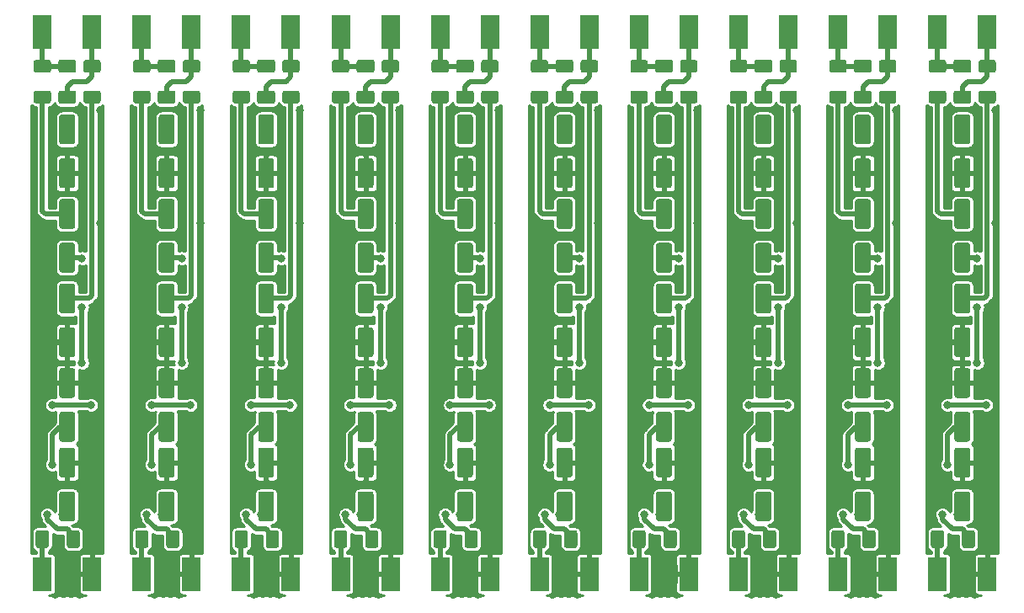
<source format=gtl>
G04 #@! TF.GenerationSoftware,KiCad,Pcbnew,(5.1.12)-1*
G04 #@! TF.CreationDate,2021-12-02T19:00:40+01:00*
G04 #@! TF.ProjectId,DIY Mic Electronic Panelized,44495920-4d69-4632-9045-6c656374726f,rev?*
G04 #@! TF.SameCoordinates,Original*
G04 #@! TF.FileFunction,Copper,L1,Top*
G04 #@! TF.FilePolarity,Positive*
%FSLAX46Y46*%
G04 Gerber Fmt 4.6, Leading zero omitted, Abs format (unit mm)*
G04 Created by KiCad (PCBNEW (5.1.12)-1) date 2021-12-02 19:00:40*
%MOMM*%
%LPD*%
G01*
G04 APERTURE LIST*
G04 #@! TA.AperFunction,SMDPad,CuDef*
%ADD10R,1.850000X3.450000*%
G04 #@! TD*
G04 #@! TA.AperFunction,ViaPad*
%ADD11C,0.800000*%
G04 #@! TD*
G04 #@! TA.AperFunction,Conductor*
%ADD12C,0.500000*%
G04 #@! TD*
G04 #@! TA.AperFunction,Conductor*
%ADD13C,0.254000*%
G04 #@! TD*
G04 #@! TA.AperFunction,Conductor*
%ADD14C,0.100000*%
G04 #@! TD*
G04 APERTURE END LIST*
G04 #@! TA.AperFunction,SMDPad,CuDef*
G36*
G01*
X190450000Y-99200000D02*
X191550000Y-99200000D01*
G75*
G02*
X191800000Y-99450000I0J-250000D01*
G01*
X191800000Y-101950000D01*
G75*
G02*
X191550000Y-102200000I-250000J0D01*
G01*
X190450000Y-102200000D01*
G75*
G02*
X190200000Y-101950000I0J250000D01*
G01*
X190200000Y-99450000D01*
G75*
G02*
X190450000Y-99200000I250000J0D01*
G01*
G37*
G04 #@! TD.AperFunction*
G04 #@! TA.AperFunction,SMDPad,CuDef*
G36*
G01*
X190450000Y-94800000D02*
X191550000Y-94800000D01*
G75*
G02*
X191800000Y-95050000I0J-250000D01*
G01*
X191800000Y-97550000D01*
G75*
G02*
X191550000Y-97800000I-250000J0D01*
G01*
X190450000Y-97800000D01*
G75*
G02*
X190200000Y-97550000I0J250000D01*
G01*
X190200000Y-95050000D01*
G75*
G02*
X190450000Y-94800000I250000J0D01*
G01*
G37*
G04 #@! TD.AperFunction*
G04 #@! TA.AperFunction,SMDPad,CuDef*
G36*
G01*
X180450000Y-99200000D02*
X181550000Y-99200000D01*
G75*
G02*
X181800000Y-99450000I0J-250000D01*
G01*
X181800000Y-101950000D01*
G75*
G02*
X181550000Y-102200000I-250000J0D01*
G01*
X180450000Y-102200000D01*
G75*
G02*
X180200000Y-101950000I0J250000D01*
G01*
X180200000Y-99450000D01*
G75*
G02*
X180450000Y-99200000I250000J0D01*
G01*
G37*
G04 #@! TD.AperFunction*
G04 #@! TA.AperFunction,SMDPad,CuDef*
G36*
G01*
X180450000Y-94800000D02*
X181550000Y-94800000D01*
G75*
G02*
X181800000Y-95050000I0J-250000D01*
G01*
X181800000Y-97550000D01*
G75*
G02*
X181550000Y-97800000I-250000J0D01*
G01*
X180450000Y-97800000D01*
G75*
G02*
X180200000Y-97550000I0J250000D01*
G01*
X180200000Y-95050000D01*
G75*
G02*
X180450000Y-94800000I250000J0D01*
G01*
G37*
G04 #@! TD.AperFunction*
G04 #@! TA.AperFunction,SMDPad,CuDef*
G36*
G01*
X170450000Y-99200000D02*
X171550000Y-99200000D01*
G75*
G02*
X171800000Y-99450000I0J-250000D01*
G01*
X171800000Y-101950000D01*
G75*
G02*
X171550000Y-102200000I-250000J0D01*
G01*
X170450000Y-102200000D01*
G75*
G02*
X170200000Y-101950000I0J250000D01*
G01*
X170200000Y-99450000D01*
G75*
G02*
X170450000Y-99200000I250000J0D01*
G01*
G37*
G04 #@! TD.AperFunction*
G04 #@! TA.AperFunction,SMDPad,CuDef*
G36*
G01*
X170450000Y-94800000D02*
X171550000Y-94800000D01*
G75*
G02*
X171800000Y-95050000I0J-250000D01*
G01*
X171800000Y-97550000D01*
G75*
G02*
X171550000Y-97800000I-250000J0D01*
G01*
X170450000Y-97800000D01*
G75*
G02*
X170200000Y-97550000I0J250000D01*
G01*
X170200000Y-95050000D01*
G75*
G02*
X170450000Y-94800000I250000J0D01*
G01*
G37*
G04 #@! TD.AperFunction*
G04 #@! TA.AperFunction,SMDPad,CuDef*
G36*
G01*
X160450000Y-99200000D02*
X161550000Y-99200000D01*
G75*
G02*
X161800000Y-99450000I0J-250000D01*
G01*
X161800000Y-101950000D01*
G75*
G02*
X161550000Y-102200000I-250000J0D01*
G01*
X160450000Y-102200000D01*
G75*
G02*
X160200000Y-101950000I0J250000D01*
G01*
X160200000Y-99450000D01*
G75*
G02*
X160450000Y-99200000I250000J0D01*
G01*
G37*
G04 #@! TD.AperFunction*
G04 #@! TA.AperFunction,SMDPad,CuDef*
G36*
G01*
X160450000Y-94800000D02*
X161550000Y-94800000D01*
G75*
G02*
X161800000Y-95050000I0J-250000D01*
G01*
X161800000Y-97550000D01*
G75*
G02*
X161550000Y-97800000I-250000J0D01*
G01*
X160450000Y-97800000D01*
G75*
G02*
X160200000Y-97550000I0J250000D01*
G01*
X160200000Y-95050000D01*
G75*
G02*
X160450000Y-94800000I250000J0D01*
G01*
G37*
G04 #@! TD.AperFunction*
G04 #@! TA.AperFunction,SMDPad,CuDef*
G36*
G01*
X150450000Y-99200000D02*
X151550000Y-99200000D01*
G75*
G02*
X151800000Y-99450000I0J-250000D01*
G01*
X151800000Y-101950000D01*
G75*
G02*
X151550000Y-102200000I-250000J0D01*
G01*
X150450000Y-102200000D01*
G75*
G02*
X150200000Y-101950000I0J250000D01*
G01*
X150200000Y-99450000D01*
G75*
G02*
X150450000Y-99200000I250000J0D01*
G01*
G37*
G04 #@! TD.AperFunction*
G04 #@! TA.AperFunction,SMDPad,CuDef*
G36*
G01*
X150450000Y-94800000D02*
X151550000Y-94800000D01*
G75*
G02*
X151800000Y-95050000I0J-250000D01*
G01*
X151800000Y-97550000D01*
G75*
G02*
X151550000Y-97800000I-250000J0D01*
G01*
X150450000Y-97800000D01*
G75*
G02*
X150200000Y-97550000I0J250000D01*
G01*
X150200000Y-95050000D01*
G75*
G02*
X150450000Y-94800000I250000J0D01*
G01*
G37*
G04 #@! TD.AperFunction*
G04 #@! TA.AperFunction,SMDPad,CuDef*
G36*
G01*
X140450000Y-99200000D02*
X141550000Y-99200000D01*
G75*
G02*
X141800000Y-99450000I0J-250000D01*
G01*
X141800000Y-101950000D01*
G75*
G02*
X141550000Y-102200000I-250000J0D01*
G01*
X140450000Y-102200000D01*
G75*
G02*
X140200000Y-101950000I0J250000D01*
G01*
X140200000Y-99450000D01*
G75*
G02*
X140450000Y-99200000I250000J0D01*
G01*
G37*
G04 #@! TD.AperFunction*
G04 #@! TA.AperFunction,SMDPad,CuDef*
G36*
G01*
X140450000Y-94800000D02*
X141550000Y-94800000D01*
G75*
G02*
X141800000Y-95050000I0J-250000D01*
G01*
X141800000Y-97550000D01*
G75*
G02*
X141550000Y-97800000I-250000J0D01*
G01*
X140450000Y-97800000D01*
G75*
G02*
X140200000Y-97550000I0J250000D01*
G01*
X140200000Y-95050000D01*
G75*
G02*
X140450000Y-94800000I250000J0D01*
G01*
G37*
G04 #@! TD.AperFunction*
G04 #@! TA.AperFunction,SMDPad,CuDef*
G36*
G01*
X130450000Y-99200000D02*
X131550000Y-99200000D01*
G75*
G02*
X131800000Y-99450000I0J-250000D01*
G01*
X131800000Y-101950000D01*
G75*
G02*
X131550000Y-102200000I-250000J0D01*
G01*
X130450000Y-102200000D01*
G75*
G02*
X130200000Y-101950000I0J250000D01*
G01*
X130200000Y-99450000D01*
G75*
G02*
X130450000Y-99200000I250000J0D01*
G01*
G37*
G04 #@! TD.AperFunction*
G04 #@! TA.AperFunction,SMDPad,CuDef*
G36*
G01*
X130450000Y-94800000D02*
X131550000Y-94800000D01*
G75*
G02*
X131800000Y-95050000I0J-250000D01*
G01*
X131800000Y-97550000D01*
G75*
G02*
X131550000Y-97800000I-250000J0D01*
G01*
X130450000Y-97800000D01*
G75*
G02*
X130200000Y-97550000I0J250000D01*
G01*
X130200000Y-95050000D01*
G75*
G02*
X130450000Y-94800000I250000J0D01*
G01*
G37*
G04 #@! TD.AperFunction*
G04 #@! TA.AperFunction,SMDPad,CuDef*
G36*
G01*
X120450000Y-99200000D02*
X121550000Y-99200000D01*
G75*
G02*
X121800000Y-99450000I0J-250000D01*
G01*
X121800000Y-101950000D01*
G75*
G02*
X121550000Y-102200000I-250000J0D01*
G01*
X120450000Y-102200000D01*
G75*
G02*
X120200000Y-101950000I0J250000D01*
G01*
X120200000Y-99450000D01*
G75*
G02*
X120450000Y-99200000I250000J0D01*
G01*
G37*
G04 #@! TD.AperFunction*
G04 #@! TA.AperFunction,SMDPad,CuDef*
G36*
G01*
X120450000Y-94800000D02*
X121550000Y-94800000D01*
G75*
G02*
X121800000Y-95050000I0J-250000D01*
G01*
X121800000Y-97550000D01*
G75*
G02*
X121550000Y-97800000I-250000J0D01*
G01*
X120450000Y-97800000D01*
G75*
G02*
X120200000Y-97550000I0J250000D01*
G01*
X120200000Y-95050000D01*
G75*
G02*
X120450000Y-94800000I250000J0D01*
G01*
G37*
G04 #@! TD.AperFunction*
G04 #@! TA.AperFunction,SMDPad,CuDef*
G36*
G01*
X110450000Y-99200000D02*
X111550000Y-99200000D01*
G75*
G02*
X111800000Y-99450000I0J-250000D01*
G01*
X111800000Y-101950000D01*
G75*
G02*
X111550000Y-102200000I-250000J0D01*
G01*
X110450000Y-102200000D01*
G75*
G02*
X110200000Y-101950000I0J250000D01*
G01*
X110200000Y-99450000D01*
G75*
G02*
X110450000Y-99200000I250000J0D01*
G01*
G37*
G04 #@! TD.AperFunction*
G04 #@! TA.AperFunction,SMDPad,CuDef*
G36*
G01*
X110450000Y-94800000D02*
X111550000Y-94800000D01*
G75*
G02*
X111800000Y-95050000I0J-250000D01*
G01*
X111800000Y-97550000D01*
G75*
G02*
X111550000Y-97800000I-250000J0D01*
G01*
X110450000Y-97800000D01*
G75*
G02*
X110200000Y-97550000I0J250000D01*
G01*
X110200000Y-95050000D01*
G75*
G02*
X110450000Y-94800000I250000J0D01*
G01*
G37*
G04 #@! TD.AperFunction*
G04 #@! TA.AperFunction,SMDPad,CuDef*
G36*
G01*
X190450000Y-86300000D02*
X191550000Y-86300000D01*
G75*
G02*
X191800000Y-86550000I0J-250000D01*
G01*
X191800000Y-89050000D01*
G75*
G02*
X191550000Y-89300000I-250000J0D01*
G01*
X190450000Y-89300000D01*
G75*
G02*
X190200000Y-89050000I0J250000D01*
G01*
X190200000Y-86550000D01*
G75*
G02*
X190450000Y-86300000I250000J0D01*
G01*
G37*
G04 #@! TD.AperFunction*
G04 #@! TA.AperFunction,SMDPad,CuDef*
G36*
G01*
X190450000Y-90700000D02*
X191550000Y-90700000D01*
G75*
G02*
X191800000Y-90950000I0J-250000D01*
G01*
X191800000Y-93450000D01*
G75*
G02*
X191550000Y-93700000I-250000J0D01*
G01*
X190450000Y-93700000D01*
G75*
G02*
X190200000Y-93450000I0J250000D01*
G01*
X190200000Y-90950000D01*
G75*
G02*
X190450000Y-90700000I250000J0D01*
G01*
G37*
G04 #@! TD.AperFunction*
G04 #@! TA.AperFunction,SMDPad,CuDef*
G36*
G01*
X180450000Y-86300000D02*
X181550000Y-86300000D01*
G75*
G02*
X181800000Y-86550000I0J-250000D01*
G01*
X181800000Y-89050000D01*
G75*
G02*
X181550000Y-89300000I-250000J0D01*
G01*
X180450000Y-89300000D01*
G75*
G02*
X180200000Y-89050000I0J250000D01*
G01*
X180200000Y-86550000D01*
G75*
G02*
X180450000Y-86300000I250000J0D01*
G01*
G37*
G04 #@! TD.AperFunction*
G04 #@! TA.AperFunction,SMDPad,CuDef*
G36*
G01*
X180450000Y-90700000D02*
X181550000Y-90700000D01*
G75*
G02*
X181800000Y-90950000I0J-250000D01*
G01*
X181800000Y-93450000D01*
G75*
G02*
X181550000Y-93700000I-250000J0D01*
G01*
X180450000Y-93700000D01*
G75*
G02*
X180200000Y-93450000I0J250000D01*
G01*
X180200000Y-90950000D01*
G75*
G02*
X180450000Y-90700000I250000J0D01*
G01*
G37*
G04 #@! TD.AperFunction*
G04 #@! TA.AperFunction,SMDPad,CuDef*
G36*
G01*
X170450000Y-86300000D02*
X171550000Y-86300000D01*
G75*
G02*
X171800000Y-86550000I0J-250000D01*
G01*
X171800000Y-89050000D01*
G75*
G02*
X171550000Y-89300000I-250000J0D01*
G01*
X170450000Y-89300000D01*
G75*
G02*
X170200000Y-89050000I0J250000D01*
G01*
X170200000Y-86550000D01*
G75*
G02*
X170450000Y-86300000I250000J0D01*
G01*
G37*
G04 #@! TD.AperFunction*
G04 #@! TA.AperFunction,SMDPad,CuDef*
G36*
G01*
X170450000Y-90700000D02*
X171550000Y-90700000D01*
G75*
G02*
X171800000Y-90950000I0J-250000D01*
G01*
X171800000Y-93450000D01*
G75*
G02*
X171550000Y-93700000I-250000J0D01*
G01*
X170450000Y-93700000D01*
G75*
G02*
X170200000Y-93450000I0J250000D01*
G01*
X170200000Y-90950000D01*
G75*
G02*
X170450000Y-90700000I250000J0D01*
G01*
G37*
G04 #@! TD.AperFunction*
G04 #@! TA.AperFunction,SMDPad,CuDef*
G36*
G01*
X160450000Y-86300000D02*
X161550000Y-86300000D01*
G75*
G02*
X161800000Y-86550000I0J-250000D01*
G01*
X161800000Y-89050000D01*
G75*
G02*
X161550000Y-89300000I-250000J0D01*
G01*
X160450000Y-89300000D01*
G75*
G02*
X160200000Y-89050000I0J250000D01*
G01*
X160200000Y-86550000D01*
G75*
G02*
X160450000Y-86300000I250000J0D01*
G01*
G37*
G04 #@! TD.AperFunction*
G04 #@! TA.AperFunction,SMDPad,CuDef*
G36*
G01*
X160450000Y-90700000D02*
X161550000Y-90700000D01*
G75*
G02*
X161800000Y-90950000I0J-250000D01*
G01*
X161800000Y-93450000D01*
G75*
G02*
X161550000Y-93700000I-250000J0D01*
G01*
X160450000Y-93700000D01*
G75*
G02*
X160200000Y-93450000I0J250000D01*
G01*
X160200000Y-90950000D01*
G75*
G02*
X160450000Y-90700000I250000J0D01*
G01*
G37*
G04 #@! TD.AperFunction*
G04 #@! TA.AperFunction,SMDPad,CuDef*
G36*
G01*
X150450000Y-86300000D02*
X151550000Y-86300000D01*
G75*
G02*
X151800000Y-86550000I0J-250000D01*
G01*
X151800000Y-89050000D01*
G75*
G02*
X151550000Y-89300000I-250000J0D01*
G01*
X150450000Y-89300000D01*
G75*
G02*
X150200000Y-89050000I0J250000D01*
G01*
X150200000Y-86550000D01*
G75*
G02*
X150450000Y-86300000I250000J0D01*
G01*
G37*
G04 #@! TD.AperFunction*
G04 #@! TA.AperFunction,SMDPad,CuDef*
G36*
G01*
X150450000Y-90700000D02*
X151550000Y-90700000D01*
G75*
G02*
X151800000Y-90950000I0J-250000D01*
G01*
X151800000Y-93450000D01*
G75*
G02*
X151550000Y-93700000I-250000J0D01*
G01*
X150450000Y-93700000D01*
G75*
G02*
X150200000Y-93450000I0J250000D01*
G01*
X150200000Y-90950000D01*
G75*
G02*
X150450000Y-90700000I250000J0D01*
G01*
G37*
G04 #@! TD.AperFunction*
G04 #@! TA.AperFunction,SMDPad,CuDef*
G36*
G01*
X140450000Y-86300000D02*
X141550000Y-86300000D01*
G75*
G02*
X141800000Y-86550000I0J-250000D01*
G01*
X141800000Y-89050000D01*
G75*
G02*
X141550000Y-89300000I-250000J0D01*
G01*
X140450000Y-89300000D01*
G75*
G02*
X140200000Y-89050000I0J250000D01*
G01*
X140200000Y-86550000D01*
G75*
G02*
X140450000Y-86300000I250000J0D01*
G01*
G37*
G04 #@! TD.AperFunction*
G04 #@! TA.AperFunction,SMDPad,CuDef*
G36*
G01*
X140450000Y-90700000D02*
X141550000Y-90700000D01*
G75*
G02*
X141800000Y-90950000I0J-250000D01*
G01*
X141800000Y-93450000D01*
G75*
G02*
X141550000Y-93700000I-250000J0D01*
G01*
X140450000Y-93700000D01*
G75*
G02*
X140200000Y-93450000I0J250000D01*
G01*
X140200000Y-90950000D01*
G75*
G02*
X140450000Y-90700000I250000J0D01*
G01*
G37*
G04 #@! TD.AperFunction*
G04 #@! TA.AperFunction,SMDPad,CuDef*
G36*
G01*
X130450000Y-86300000D02*
X131550000Y-86300000D01*
G75*
G02*
X131800000Y-86550000I0J-250000D01*
G01*
X131800000Y-89050000D01*
G75*
G02*
X131550000Y-89300000I-250000J0D01*
G01*
X130450000Y-89300000D01*
G75*
G02*
X130200000Y-89050000I0J250000D01*
G01*
X130200000Y-86550000D01*
G75*
G02*
X130450000Y-86300000I250000J0D01*
G01*
G37*
G04 #@! TD.AperFunction*
G04 #@! TA.AperFunction,SMDPad,CuDef*
G36*
G01*
X130450000Y-90700000D02*
X131550000Y-90700000D01*
G75*
G02*
X131800000Y-90950000I0J-250000D01*
G01*
X131800000Y-93450000D01*
G75*
G02*
X131550000Y-93700000I-250000J0D01*
G01*
X130450000Y-93700000D01*
G75*
G02*
X130200000Y-93450000I0J250000D01*
G01*
X130200000Y-90950000D01*
G75*
G02*
X130450000Y-90700000I250000J0D01*
G01*
G37*
G04 #@! TD.AperFunction*
G04 #@! TA.AperFunction,SMDPad,CuDef*
G36*
G01*
X120450000Y-86300000D02*
X121550000Y-86300000D01*
G75*
G02*
X121800000Y-86550000I0J-250000D01*
G01*
X121800000Y-89050000D01*
G75*
G02*
X121550000Y-89300000I-250000J0D01*
G01*
X120450000Y-89300000D01*
G75*
G02*
X120200000Y-89050000I0J250000D01*
G01*
X120200000Y-86550000D01*
G75*
G02*
X120450000Y-86300000I250000J0D01*
G01*
G37*
G04 #@! TD.AperFunction*
G04 #@! TA.AperFunction,SMDPad,CuDef*
G36*
G01*
X120450000Y-90700000D02*
X121550000Y-90700000D01*
G75*
G02*
X121800000Y-90950000I0J-250000D01*
G01*
X121800000Y-93450000D01*
G75*
G02*
X121550000Y-93700000I-250000J0D01*
G01*
X120450000Y-93700000D01*
G75*
G02*
X120200000Y-93450000I0J250000D01*
G01*
X120200000Y-90950000D01*
G75*
G02*
X120450000Y-90700000I250000J0D01*
G01*
G37*
G04 #@! TD.AperFunction*
G04 #@! TA.AperFunction,SMDPad,CuDef*
G36*
G01*
X110450000Y-86300000D02*
X111550000Y-86300000D01*
G75*
G02*
X111800000Y-86550000I0J-250000D01*
G01*
X111800000Y-89050000D01*
G75*
G02*
X111550000Y-89300000I-250000J0D01*
G01*
X110450000Y-89300000D01*
G75*
G02*
X110200000Y-89050000I0J250000D01*
G01*
X110200000Y-86550000D01*
G75*
G02*
X110450000Y-86300000I250000J0D01*
G01*
G37*
G04 #@! TD.AperFunction*
G04 #@! TA.AperFunction,SMDPad,CuDef*
G36*
G01*
X110450000Y-90700000D02*
X111550000Y-90700000D01*
G75*
G02*
X111800000Y-90950000I0J-250000D01*
G01*
X111800000Y-93450000D01*
G75*
G02*
X111550000Y-93700000I-250000J0D01*
G01*
X110450000Y-93700000D01*
G75*
G02*
X110200000Y-93450000I0J250000D01*
G01*
X110200000Y-90950000D01*
G75*
G02*
X110450000Y-90700000I250000J0D01*
G01*
G37*
G04 #@! TD.AperFunction*
G04 #@! TA.AperFunction,SMDPad,CuDef*
G36*
G01*
X190450000Y-82200000D02*
X191550000Y-82200000D01*
G75*
G02*
X191800000Y-82450000I0J-250000D01*
G01*
X191800000Y-84950000D01*
G75*
G02*
X191550000Y-85200000I-250000J0D01*
G01*
X190450000Y-85200000D01*
G75*
G02*
X190200000Y-84950000I0J250000D01*
G01*
X190200000Y-82450000D01*
G75*
G02*
X190450000Y-82200000I250000J0D01*
G01*
G37*
G04 #@! TD.AperFunction*
G04 #@! TA.AperFunction,SMDPad,CuDef*
G36*
G01*
X190450000Y-77800000D02*
X191550000Y-77800000D01*
G75*
G02*
X191800000Y-78050000I0J-250000D01*
G01*
X191800000Y-80550000D01*
G75*
G02*
X191550000Y-80800000I-250000J0D01*
G01*
X190450000Y-80800000D01*
G75*
G02*
X190200000Y-80550000I0J250000D01*
G01*
X190200000Y-78050000D01*
G75*
G02*
X190450000Y-77800000I250000J0D01*
G01*
G37*
G04 #@! TD.AperFunction*
G04 #@! TA.AperFunction,SMDPad,CuDef*
G36*
G01*
X180450000Y-82200000D02*
X181550000Y-82200000D01*
G75*
G02*
X181800000Y-82450000I0J-250000D01*
G01*
X181800000Y-84950000D01*
G75*
G02*
X181550000Y-85200000I-250000J0D01*
G01*
X180450000Y-85200000D01*
G75*
G02*
X180200000Y-84950000I0J250000D01*
G01*
X180200000Y-82450000D01*
G75*
G02*
X180450000Y-82200000I250000J0D01*
G01*
G37*
G04 #@! TD.AperFunction*
G04 #@! TA.AperFunction,SMDPad,CuDef*
G36*
G01*
X180450000Y-77800000D02*
X181550000Y-77800000D01*
G75*
G02*
X181800000Y-78050000I0J-250000D01*
G01*
X181800000Y-80550000D01*
G75*
G02*
X181550000Y-80800000I-250000J0D01*
G01*
X180450000Y-80800000D01*
G75*
G02*
X180200000Y-80550000I0J250000D01*
G01*
X180200000Y-78050000D01*
G75*
G02*
X180450000Y-77800000I250000J0D01*
G01*
G37*
G04 #@! TD.AperFunction*
G04 #@! TA.AperFunction,SMDPad,CuDef*
G36*
G01*
X170450000Y-82200000D02*
X171550000Y-82200000D01*
G75*
G02*
X171800000Y-82450000I0J-250000D01*
G01*
X171800000Y-84950000D01*
G75*
G02*
X171550000Y-85200000I-250000J0D01*
G01*
X170450000Y-85200000D01*
G75*
G02*
X170200000Y-84950000I0J250000D01*
G01*
X170200000Y-82450000D01*
G75*
G02*
X170450000Y-82200000I250000J0D01*
G01*
G37*
G04 #@! TD.AperFunction*
G04 #@! TA.AperFunction,SMDPad,CuDef*
G36*
G01*
X170450000Y-77800000D02*
X171550000Y-77800000D01*
G75*
G02*
X171800000Y-78050000I0J-250000D01*
G01*
X171800000Y-80550000D01*
G75*
G02*
X171550000Y-80800000I-250000J0D01*
G01*
X170450000Y-80800000D01*
G75*
G02*
X170200000Y-80550000I0J250000D01*
G01*
X170200000Y-78050000D01*
G75*
G02*
X170450000Y-77800000I250000J0D01*
G01*
G37*
G04 #@! TD.AperFunction*
G04 #@! TA.AperFunction,SMDPad,CuDef*
G36*
G01*
X160450000Y-82200000D02*
X161550000Y-82200000D01*
G75*
G02*
X161800000Y-82450000I0J-250000D01*
G01*
X161800000Y-84950000D01*
G75*
G02*
X161550000Y-85200000I-250000J0D01*
G01*
X160450000Y-85200000D01*
G75*
G02*
X160200000Y-84950000I0J250000D01*
G01*
X160200000Y-82450000D01*
G75*
G02*
X160450000Y-82200000I250000J0D01*
G01*
G37*
G04 #@! TD.AperFunction*
G04 #@! TA.AperFunction,SMDPad,CuDef*
G36*
G01*
X160450000Y-77800000D02*
X161550000Y-77800000D01*
G75*
G02*
X161800000Y-78050000I0J-250000D01*
G01*
X161800000Y-80550000D01*
G75*
G02*
X161550000Y-80800000I-250000J0D01*
G01*
X160450000Y-80800000D01*
G75*
G02*
X160200000Y-80550000I0J250000D01*
G01*
X160200000Y-78050000D01*
G75*
G02*
X160450000Y-77800000I250000J0D01*
G01*
G37*
G04 #@! TD.AperFunction*
G04 #@! TA.AperFunction,SMDPad,CuDef*
G36*
G01*
X150450000Y-82200000D02*
X151550000Y-82200000D01*
G75*
G02*
X151800000Y-82450000I0J-250000D01*
G01*
X151800000Y-84950000D01*
G75*
G02*
X151550000Y-85200000I-250000J0D01*
G01*
X150450000Y-85200000D01*
G75*
G02*
X150200000Y-84950000I0J250000D01*
G01*
X150200000Y-82450000D01*
G75*
G02*
X150450000Y-82200000I250000J0D01*
G01*
G37*
G04 #@! TD.AperFunction*
G04 #@! TA.AperFunction,SMDPad,CuDef*
G36*
G01*
X150450000Y-77800000D02*
X151550000Y-77800000D01*
G75*
G02*
X151800000Y-78050000I0J-250000D01*
G01*
X151800000Y-80550000D01*
G75*
G02*
X151550000Y-80800000I-250000J0D01*
G01*
X150450000Y-80800000D01*
G75*
G02*
X150200000Y-80550000I0J250000D01*
G01*
X150200000Y-78050000D01*
G75*
G02*
X150450000Y-77800000I250000J0D01*
G01*
G37*
G04 #@! TD.AperFunction*
G04 #@! TA.AperFunction,SMDPad,CuDef*
G36*
G01*
X140450000Y-82200000D02*
X141550000Y-82200000D01*
G75*
G02*
X141800000Y-82450000I0J-250000D01*
G01*
X141800000Y-84950000D01*
G75*
G02*
X141550000Y-85200000I-250000J0D01*
G01*
X140450000Y-85200000D01*
G75*
G02*
X140200000Y-84950000I0J250000D01*
G01*
X140200000Y-82450000D01*
G75*
G02*
X140450000Y-82200000I250000J0D01*
G01*
G37*
G04 #@! TD.AperFunction*
G04 #@! TA.AperFunction,SMDPad,CuDef*
G36*
G01*
X140450000Y-77800000D02*
X141550000Y-77800000D01*
G75*
G02*
X141800000Y-78050000I0J-250000D01*
G01*
X141800000Y-80550000D01*
G75*
G02*
X141550000Y-80800000I-250000J0D01*
G01*
X140450000Y-80800000D01*
G75*
G02*
X140200000Y-80550000I0J250000D01*
G01*
X140200000Y-78050000D01*
G75*
G02*
X140450000Y-77800000I250000J0D01*
G01*
G37*
G04 #@! TD.AperFunction*
G04 #@! TA.AperFunction,SMDPad,CuDef*
G36*
G01*
X130450000Y-82200000D02*
X131550000Y-82200000D01*
G75*
G02*
X131800000Y-82450000I0J-250000D01*
G01*
X131800000Y-84950000D01*
G75*
G02*
X131550000Y-85200000I-250000J0D01*
G01*
X130450000Y-85200000D01*
G75*
G02*
X130200000Y-84950000I0J250000D01*
G01*
X130200000Y-82450000D01*
G75*
G02*
X130450000Y-82200000I250000J0D01*
G01*
G37*
G04 #@! TD.AperFunction*
G04 #@! TA.AperFunction,SMDPad,CuDef*
G36*
G01*
X130450000Y-77800000D02*
X131550000Y-77800000D01*
G75*
G02*
X131800000Y-78050000I0J-250000D01*
G01*
X131800000Y-80550000D01*
G75*
G02*
X131550000Y-80800000I-250000J0D01*
G01*
X130450000Y-80800000D01*
G75*
G02*
X130200000Y-80550000I0J250000D01*
G01*
X130200000Y-78050000D01*
G75*
G02*
X130450000Y-77800000I250000J0D01*
G01*
G37*
G04 #@! TD.AperFunction*
G04 #@! TA.AperFunction,SMDPad,CuDef*
G36*
G01*
X120450000Y-82200000D02*
X121550000Y-82200000D01*
G75*
G02*
X121800000Y-82450000I0J-250000D01*
G01*
X121800000Y-84950000D01*
G75*
G02*
X121550000Y-85200000I-250000J0D01*
G01*
X120450000Y-85200000D01*
G75*
G02*
X120200000Y-84950000I0J250000D01*
G01*
X120200000Y-82450000D01*
G75*
G02*
X120450000Y-82200000I250000J0D01*
G01*
G37*
G04 #@! TD.AperFunction*
G04 #@! TA.AperFunction,SMDPad,CuDef*
G36*
G01*
X120450000Y-77800000D02*
X121550000Y-77800000D01*
G75*
G02*
X121800000Y-78050000I0J-250000D01*
G01*
X121800000Y-80550000D01*
G75*
G02*
X121550000Y-80800000I-250000J0D01*
G01*
X120450000Y-80800000D01*
G75*
G02*
X120200000Y-80550000I0J250000D01*
G01*
X120200000Y-78050000D01*
G75*
G02*
X120450000Y-77800000I250000J0D01*
G01*
G37*
G04 #@! TD.AperFunction*
G04 #@! TA.AperFunction,SMDPad,CuDef*
G36*
G01*
X110450000Y-82200000D02*
X111550000Y-82200000D01*
G75*
G02*
X111800000Y-82450000I0J-250000D01*
G01*
X111800000Y-84950000D01*
G75*
G02*
X111550000Y-85200000I-250000J0D01*
G01*
X110450000Y-85200000D01*
G75*
G02*
X110200000Y-84950000I0J250000D01*
G01*
X110200000Y-82450000D01*
G75*
G02*
X110450000Y-82200000I250000J0D01*
G01*
G37*
G04 #@! TD.AperFunction*
G04 #@! TA.AperFunction,SMDPad,CuDef*
G36*
G01*
X110450000Y-77800000D02*
X111550000Y-77800000D01*
G75*
G02*
X111800000Y-78050000I0J-250000D01*
G01*
X111800000Y-80550000D01*
G75*
G02*
X111550000Y-80800000I-250000J0D01*
G01*
X110450000Y-80800000D01*
G75*
G02*
X110200000Y-80550000I0J250000D01*
G01*
X110200000Y-78050000D01*
G75*
G02*
X110450000Y-77800000I250000J0D01*
G01*
G37*
G04 #@! TD.AperFunction*
G04 #@! TA.AperFunction,SMDPad,CuDef*
G36*
G01*
X191550000Y-110700000D02*
X190450000Y-110700000D01*
G75*
G02*
X190200000Y-110450000I0J250000D01*
G01*
X190200000Y-107950000D01*
G75*
G02*
X190450000Y-107700000I250000J0D01*
G01*
X191550000Y-107700000D01*
G75*
G02*
X191800000Y-107950000I0J-250000D01*
G01*
X191800000Y-110450000D01*
G75*
G02*
X191550000Y-110700000I-250000J0D01*
G01*
G37*
G04 #@! TD.AperFunction*
G04 #@! TA.AperFunction,SMDPad,CuDef*
G36*
G01*
X191550000Y-106300000D02*
X190450000Y-106300000D01*
G75*
G02*
X190200000Y-106050000I0J250000D01*
G01*
X190200000Y-103550000D01*
G75*
G02*
X190450000Y-103300000I250000J0D01*
G01*
X191550000Y-103300000D01*
G75*
G02*
X191800000Y-103550000I0J-250000D01*
G01*
X191800000Y-106050000D01*
G75*
G02*
X191550000Y-106300000I-250000J0D01*
G01*
G37*
G04 #@! TD.AperFunction*
G04 #@! TA.AperFunction,SMDPad,CuDef*
G36*
G01*
X181550000Y-110700000D02*
X180450000Y-110700000D01*
G75*
G02*
X180200000Y-110450000I0J250000D01*
G01*
X180200000Y-107950000D01*
G75*
G02*
X180450000Y-107700000I250000J0D01*
G01*
X181550000Y-107700000D01*
G75*
G02*
X181800000Y-107950000I0J-250000D01*
G01*
X181800000Y-110450000D01*
G75*
G02*
X181550000Y-110700000I-250000J0D01*
G01*
G37*
G04 #@! TD.AperFunction*
G04 #@! TA.AperFunction,SMDPad,CuDef*
G36*
G01*
X181550000Y-106300000D02*
X180450000Y-106300000D01*
G75*
G02*
X180200000Y-106050000I0J250000D01*
G01*
X180200000Y-103550000D01*
G75*
G02*
X180450000Y-103300000I250000J0D01*
G01*
X181550000Y-103300000D01*
G75*
G02*
X181800000Y-103550000I0J-250000D01*
G01*
X181800000Y-106050000D01*
G75*
G02*
X181550000Y-106300000I-250000J0D01*
G01*
G37*
G04 #@! TD.AperFunction*
G04 #@! TA.AperFunction,SMDPad,CuDef*
G36*
G01*
X171550000Y-110700000D02*
X170450000Y-110700000D01*
G75*
G02*
X170200000Y-110450000I0J250000D01*
G01*
X170200000Y-107950000D01*
G75*
G02*
X170450000Y-107700000I250000J0D01*
G01*
X171550000Y-107700000D01*
G75*
G02*
X171800000Y-107950000I0J-250000D01*
G01*
X171800000Y-110450000D01*
G75*
G02*
X171550000Y-110700000I-250000J0D01*
G01*
G37*
G04 #@! TD.AperFunction*
G04 #@! TA.AperFunction,SMDPad,CuDef*
G36*
G01*
X171550000Y-106300000D02*
X170450000Y-106300000D01*
G75*
G02*
X170200000Y-106050000I0J250000D01*
G01*
X170200000Y-103550000D01*
G75*
G02*
X170450000Y-103300000I250000J0D01*
G01*
X171550000Y-103300000D01*
G75*
G02*
X171800000Y-103550000I0J-250000D01*
G01*
X171800000Y-106050000D01*
G75*
G02*
X171550000Y-106300000I-250000J0D01*
G01*
G37*
G04 #@! TD.AperFunction*
G04 #@! TA.AperFunction,SMDPad,CuDef*
G36*
G01*
X161550000Y-110700000D02*
X160450000Y-110700000D01*
G75*
G02*
X160200000Y-110450000I0J250000D01*
G01*
X160200000Y-107950000D01*
G75*
G02*
X160450000Y-107700000I250000J0D01*
G01*
X161550000Y-107700000D01*
G75*
G02*
X161800000Y-107950000I0J-250000D01*
G01*
X161800000Y-110450000D01*
G75*
G02*
X161550000Y-110700000I-250000J0D01*
G01*
G37*
G04 #@! TD.AperFunction*
G04 #@! TA.AperFunction,SMDPad,CuDef*
G36*
G01*
X161550000Y-106300000D02*
X160450000Y-106300000D01*
G75*
G02*
X160200000Y-106050000I0J250000D01*
G01*
X160200000Y-103550000D01*
G75*
G02*
X160450000Y-103300000I250000J0D01*
G01*
X161550000Y-103300000D01*
G75*
G02*
X161800000Y-103550000I0J-250000D01*
G01*
X161800000Y-106050000D01*
G75*
G02*
X161550000Y-106300000I-250000J0D01*
G01*
G37*
G04 #@! TD.AperFunction*
G04 #@! TA.AperFunction,SMDPad,CuDef*
G36*
G01*
X151550000Y-110700000D02*
X150450000Y-110700000D01*
G75*
G02*
X150200000Y-110450000I0J250000D01*
G01*
X150200000Y-107950000D01*
G75*
G02*
X150450000Y-107700000I250000J0D01*
G01*
X151550000Y-107700000D01*
G75*
G02*
X151800000Y-107950000I0J-250000D01*
G01*
X151800000Y-110450000D01*
G75*
G02*
X151550000Y-110700000I-250000J0D01*
G01*
G37*
G04 #@! TD.AperFunction*
G04 #@! TA.AperFunction,SMDPad,CuDef*
G36*
G01*
X151550000Y-106300000D02*
X150450000Y-106300000D01*
G75*
G02*
X150200000Y-106050000I0J250000D01*
G01*
X150200000Y-103550000D01*
G75*
G02*
X150450000Y-103300000I250000J0D01*
G01*
X151550000Y-103300000D01*
G75*
G02*
X151800000Y-103550000I0J-250000D01*
G01*
X151800000Y-106050000D01*
G75*
G02*
X151550000Y-106300000I-250000J0D01*
G01*
G37*
G04 #@! TD.AperFunction*
G04 #@! TA.AperFunction,SMDPad,CuDef*
G36*
G01*
X141550000Y-110700000D02*
X140450000Y-110700000D01*
G75*
G02*
X140200000Y-110450000I0J250000D01*
G01*
X140200000Y-107950000D01*
G75*
G02*
X140450000Y-107700000I250000J0D01*
G01*
X141550000Y-107700000D01*
G75*
G02*
X141800000Y-107950000I0J-250000D01*
G01*
X141800000Y-110450000D01*
G75*
G02*
X141550000Y-110700000I-250000J0D01*
G01*
G37*
G04 #@! TD.AperFunction*
G04 #@! TA.AperFunction,SMDPad,CuDef*
G36*
G01*
X141550000Y-106300000D02*
X140450000Y-106300000D01*
G75*
G02*
X140200000Y-106050000I0J250000D01*
G01*
X140200000Y-103550000D01*
G75*
G02*
X140450000Y-103300000I250000J0D01*
G01*
X141550000Y-103300000D01*
G75*
G02*
X141800000Y-103550000I0J-250000D01*
G01*
X141800000Y-106050000D01*
G75*
G02*
X141550000Y-106300000I-250000J0D01*
G01*
G37*
G04 #@! TD.AperFunction*
G04 #@! TA.AperFunction,SMDPad,CuDef*
G36*
G01*
X131550000Y-110700000D02*
X130450000Y-110700000D01*
G75*
G02*
X130200000Y-110450000I0J250000D01*
G01*
X130200000Y-107950000D01*
G75*
G02*
X130450000Y-107700000I250000J0D01*
G01*
X131550000Y-107700000D01*
G75*
G02*
X131800000Y-107950000I0J-250000D01*
G01*
X131800000Y-110450000D01*
G75*
G02*
X131550000Y-110700000I-250000J0D01*
G01*
G37*
G04 #@! TD.AperFunction*
G04 #@! TA.AperFunction,SMDPad,CuDef*
G36*
G01*
X131550000Y-106300000D02*
X130450000Y-106300000D01*
G75*
G02*
X130200000Y-106050000I0J250000D01*
G01*
X130200000Y-103550000D01*
G75*
G02*
X130450000Y-103300000I250000J0D01*
G01*
X131550000Y-103300000D01*
G75*
G02*
X131800000Y-103550000I0J-250000D01*
G01*
X131800000Y-106050000D01*
G75*
G02*
X131550000Y-106300000I-250000J0D01*
G01*
G37*
G04 #@! TD.AperFunction*
G04 #@! TA.AperFunction,SMDPad,CuDef*
G36*
G01*
X121550000Y-110700000D02*
X120450000Y-110700000D01*
G75*
G02*
X120200000Y-110450000I0J250000D01*
G01*
X120200000Y-107950000D01*
G75*
G02*
X120450000Y-107700000I250000J0D01*
G01*
X121550000Y-107700000D01*
G75*
G02*
X121800000Y-107950000I0J-250000D01*
G01*
X121800000Y-110450000D01*
G75*
G02*
X121550000Y-110700000I-250000J0D01*
G01*
G37*
G04 #@! TD.AperFunction*
G04 #@! TA.AperFunction,SMDPad,CuDef*
G36*
G01*
X121550000Y-106300000D02*
X120450000Y-106300000D01*
G75*
G02*
X120200000Y-106050000I0J250000D01*
G01*
X120200000Y-103550000D01*
G75*
G02*
X120450000Y-103300000I250000J0D01*
G01*
X121550000Y-103300000D01*
G75*
G02*
X121800000Y-103550000I0J-250000D01*
G01*
X121800000Y-106050000D01*
G75*
G02*
X121550000Y-106300000I-250000J0D01*
G01*
G37*
G04 #@! TD.AperFunction*
G04 #@! TA.AperFunction,SMDPad,CuDef*
G36*
G01*
X111550000Y-110700000D02*
X110450000Y-110700000D01*
G75*
G02*
X110200000Y-110450000I0J250000D01*
G01*
X110200000Y-107950000D01*
G75*
G02*
X110450000Y-107700000I250000J0D01*
G01*
X111550000Y-107700000D01*
G75*
G02*
X111800000Y-107950000I0J-250000D01*
G01*
X111800000Y-110450000D01*
G75*
G02*
X111550000Y-110700000I-250000J0D01*
G01*
G37*
G04 #@! TD.AperFunction*
G04 #@! TA.AperFunction,SMDPad,CuDef*
G36*
G01*
X111550000Y-106300000D02*
X110450000Y-106300000D01*
G75*
G02*
X110200000Y-106050000I0J250000D01*
G01*
X110200000Y-103550000D01*
G75*
G02*
X110450000Y-103300000I250000J0D01*
G01*
X111550000Y-103300000D01*
G75*
G02*
X111800000Y-103550000I0J-250000D01*
G01*
X111800000Y-106050000D01*
G75*
G02*
X111550000Y-106300000I-250000J0D01*
G01*
G37*
G04 #@! TD.AperFunction*
G04 #@! TA.AperFunction,SMDPad,CuDef*
G36*
G01*
X191550000Y-114300000D02*
X190450000Y-114300000D01*
G75*
G02*
X190200000Y-114050000I0J250000D01*
G01*
X190200000Y-111550000D01*
G75*
G02*
X190450000Y-111300000I250000J0D01*
G01*
X191550000Y-111300000D01*
G75*
G02*
X191800000Y-111550000I0J-250000D01*
G01*
X191800000Y-114050000D01*
G75*
G02*
X191550000Y-114300000I-250000J0D01*
G01*
G37*
G04 #@! TD.AperFunction*
G04 #@! TA.AperFunction,SMDPad,CuDef*
G36*
G01*
X191550000Y-118700000D02*
X190450000Y-118700000D01*
G75*
G02*
X190200000Y-118450000I0J250000D01*
G01*
X190200000Y-115950000D01*
G75*
G02*
X190450000Y-115700000I250000J0D01*
G01*
X191550000Y-115700000D01*
G75*
G02*
X191800000Y-115950000I0J-250000D01*
G01*
X191800000Y-118450000D01*
G75*
G02*
X191550000Y-118700000I-250000J0D01*
G01*
G37*
G04 #@! TD.AperFunction*
G04 #@! TA.AperFunction,SMDPad,CuDef*
G36*
G01*
X181550000Y-114300000D02*
X180450000Y-114300000D01*
G75*
G02*
X180200000Y-114050000I0J250000D01*
G01*
X180200000Y-111550000D01*
G75*
G02*
X180450000Y-111300000I250000J0D01*
G01*
X181550000Y-111300000D01*
G75*
G02*
X181800000Y-111550000I0J-250000D01*
G01*
X181800000Y-114050000D01*
G75*
G02*
X181550000Y-114300000I-250000J0D01*
G01*
G37*
G04 #@! TD.AperFunction*
G04 #@! TA.AperFunction,SMDPad,CuDef*
G36*
G01*
X181550000Y-118700000D02*
X180450000Y-118700000D01*
G75*
G02*
X180200000Y-118450000I0J250000D01*
G01*
X180200000Y-115950000D01*
G75*
G02*
X180450000Y-115700000I250000J0D01*
G01*
X181550000Y-115700000D01*
G75*
G02*
X181800000Y-115950000I0J-250000D01*
G01*
X181800000Y-118450000D01*
G75*
G02*
X181550000Y-118700000I-250000J0D01*
G01*
G37*
G04 #@! TD.AperFunction*
G04 #@! TA.AperFunction,SMDPad,CuDef*
G36*
G01*
X171550000Y-114300000D02*
X170450000Y-114300000D01*
G75*
G02*
X170200000Y-114050000I0J250000D01*
G01*
X170200000Y-111550000D01*
G75*
G02*
X170450000Y-111300000I250000J0D01*
G01*
X171550000Y-111300000D01*
G75*
G02*
X171800000Y-111550000I0J-250000D01*
G01*
X171800000Y-114050000D01*
G75*
G02*
X171550000Y-114300000I-250000J0D01*
G01*
G37*
G04 #@! TD.AperFunction*
G04 #@! TA.AperFunction,SMDPad,CuDef*
G36*
G01*
X171550000Y-118700000D02*
X170450000Y-118700000D01*
G75*
G02*
X170200000Y-118450000I0J250000D01*
G01*
X170200000Y-115950000D01*
G75*
G02*
X170450000Y-115700000I250000J0D01*
G01*
X171550000Y-115700000D01*
G75*
G02*
X171800000Y-115950000I0J-250000D01*
G01*
X171800000Y-118450000D01*
G75*
G02*
X171550000Y-118700000I-250000J0D01*
G01*
G37*
G04 #@! TD.AperFunction*
G04 #@! TA.AperFunction,SMDPad,CuDef*
G36*
G01*
X161550000Y-114300000D02*
X160450000Y-114300000D01*
G75*
G02*
X160200000Y-114050000I0J250000D01*
G01*
X160200000Y-111550000D01*
G75*
G02*
X160450000Y-111300000I250000J0D01*
G01*
X161550000Y-111300000D01*
G75*
G02*
X161800000Y-111550000I0J-250000D01*
G01*
X161800000Y-114050000D01*
G75*
G02*
X161550000Y-114300000I-250000J0D01*
G01*
G37*
G04 #@! TD.AperFunction*
G04 #@! TA.AperFunction,SMDPad,CuDef*
G36*
G01*
X161550000Y-118700000D02*
X160450000Y-118700000D01*
G75*
G02*
X160200000Y-118450000I0J250000D01*
G01*
X160200000Y-115950000D01*
G75*
G02*
X160450000Y-115700000I250000J0D01*
G01*
X161550000Y-115700000D01*
G75*
G02*
X161800000Y-115950000I0J-250000D01*
G01*
X161800000Y-118450000D01*
G75*
G02*
X161550000Y-118700000I-250000J0D01*
G01*
G37*
G04 #@! TD.AperFunction*
G04 #@! TA.AperFunction,SMDPad,CuDef*
G36*
G01*
X151550000Y-114300000D02*
X150450000Y-114300000D01*
G75*
G02*
X150200000Y-114050000I0J250000D01*
G01*
X150200000Y-111550000D01*
G75*
G02*
X150450000Y-111300000I250000J0D01*
G01*
X151550000Y-111300000D01*
G75*
G02*
X151800000Y-111550000I0J-250000D01*
G01*
X151800000Y-114050000D01*
G75*
G02*
X151550000Y-114300000I-250000J0D01*
G01*
G37*
G04 #@! TD.AperFunction*
G04 #@! TA.AperFunction,SMDPad,CuDef*
G36*
G01*
X151550000Y-118700000D02*
X150450000Y-118700000D01*
G75*
G02*
X150200000Y-118450000I0J250000D01*
G01*
X150200000Y-115950000D01*
G75*
G02*
X150450000Y-115700000I250000J0D01*
G01*
X151550000Y-115700000D01*
G75*
G02*
X151800000Y-115950000I0J-250000D01*
G01*
X151800000Y-118450000D01*
G75*
G02*
X151550000Y-118700000I-250000J0D01*
G01*
G37*
G04 #@! TD.AperFunction*
G04 #@! TA.AperFunction,SMDPad,CuDef*
G36*
G01*
X141550000Y-114300000D02*
X140450000Y-114300000D01*
G75*
G02*
X140200000Y-114050000I0J250000D01*
G01*
X140200000Y-111550000D01*
G75*
G02*
X140450000Y-111300000I250000J0D01*
G01*
X141550000Y-111300000D01*
G75*
G02*
X141800000Y-111550000I0J-250000D01*
G01*
X141800000Y-114050000D01*
G75*
G02*
X141550000Y-114300000I-250000J0D01*
G01*
G37*
G04 #@! TD.AperFunction*
G04 #@! TA.AperFunction,SMDPad,CuDef*
G36*
G01*
X141550000Y-118700000D02*
X140450000Y-118700000D01*
G75*
G02*
X140200000Y-118450000I0J250000D01*
G01*
X140200000Y-115950000D01*
G75*
G02*
X140450000Y-115700000I250000J0D01*
G01*
X141550000Y-115700000D01*
G75*
G02*
X141800000Y-115950000I0J-250000D01*
G01*
X141800000Y-118450000D01*
G75*
G02*
X141550000Y-118700000I-250000J0D01*
G01*
G37*
G04 #@! TD.AperFunction*
G04 #@! TA.AperFunction,SMDPad,CuDef*
G36*
G01*
X131550000Y-114300000D02*
X130450000Y-114300000D01*
G75*
G02*
X130200000Y-114050000I0J250000D01*
G01*
X130200000Y-111550000D01*
G75*
G02*
X130450000Y-111300000I250000J0D01*
G01*
X131550000Y-111300000D01*
G75*
G02*
X131800000Y-111550000I0J-250000D01*
G01*
X131800000Y-114050000D01*
G75*
G02*
X131550000Y-114300000I-250000J0D01*
G01*
G37*
G04 #@! TD.AperFunction*
G04 #@! TA.AperFunction,SMDPad,CuDef*
G36*
G01*
X131550000Y-118700000D02*
X130450000Y-118700000D01*
G75*
G02*
X130200000Y-118450000I0J250000D01*
G01*
X130200000Y-115950000D01*
G75*
G02*
X130450000Y-115700000I250000J0D01*
G01*
X131550000Y-115700000D01*
G75*
G02*
X131800000Y-115950000I0J-250000D01*
G01*
X131800000Y-118450000D01*
G75*
G02*
X131550000Y-118700000I-250000J0D01*
G01*
G37*
G04 #@! TD.AperFunction*
G04 #@! TA.AperFunction,SMDPad,CuDef*
G36*
G01*
X121550000Y-114300000D02*
X120450000Y-114300000D01*
G75*
G02*
X120200000Y-114050000I0J250000D01*
G01*
X120200000Y-111550000D01*
G75*
G02*
X120450000Y-111300000I250000J0D01*
G01*
X121550000Y-111300000D01*
G75*
G02*
X121800000Y-111550000I0J-250000D01*
G01*
X121800000Y-114050000D01*
G75*
G02*
X121550000Y-114300000I-250000J0D01*
G01*
G37*
G04 #@! TD.AperFunction*
G04 #@! TA.AperFunction,SMDPad,CuDef*
G36*
G01*
X121550000Y-118700000D02*
X120450000Y-118700000D01*
G75*
G02*
X120200000Y-118450000I0J250000D01*
G01*
X120200000Y-115950000D01*
G75*
G02*
X120450000Y-115700000I250000J0D01*
G01*
X121550000Y-115700000D01*
G75*
G02*
X121800000Y-115950000I0J-250000D01*
G01*
X121800000Y-118450000D01*
G75*
G02*
X121550000Y-118700000I-250000J0D01*
G01*
G37*
G04 #@! TD.AperFunction*
G04 #@! TA.AperFunction,SMDPad,CuDef*
G36*
G01*
X111550000Y-114300000D02*
X110450000Y-114300000D01*
G75*
G02*
X110200000Y-114050000I0J250000D01*
G01*
X110200000Y-111550000D01*
G75*
G02*
X110450000Y-111300000I250000J0D01*
G01*
X111550000Y-111300000D01*
G75*
G02*
X111800000Y-111550000I0J-250000D01*
G01*
X111800000Y-114050000D01*
G75*
G02*
X111550000Y-114300000I-250000J0D01*
G01*
G37*
G04 #@! TD.AperFunction*
G04 #@! TA.AperFunction,SMDPad,CuDef*
G36*
G01*
X111550000Y-118700000D02*
X110450000Y-118700000D01*
G75*
G02*
X110200000Y-118450000I0J250000D01*
G01*
X110200000Y-115950000D01*
G75*
G02*
X110450000Y-115700000I250000J0D01*
G01*
X111550000Y-115700000D01*
G75*
G02*
X111800000Y-115950000I0J-250000D01*
G01*
X111800000Y-118450000D01*
G75*
G02*
X111550000Y-118700000I-250000J0D01*
G01*
G37*
G04 #@! TD.AperFunction*
G04 #@! TA.AperFunction,SMDPad,CuDef*
G36*
G01*
X192874999Y-75400000D02*
X194125001Y-75400000D01*
G75*
G02*
X194375000Y-75649999I0J-249999D01*
G01*
X194375000Y-76450001D01*
G75*
G02*
X194125001Y-76700000I-249999J0D01*
G01*
X192874999Y-76700000D01*
G75*
G02*
X192625000Y-76450001I0J249999D01*
G01*
X192625000Y-75649999D01*
G75*
G02*
X192874999Y-75400000I249999J0D01*
G01*
G37*
G04 #@! TD.AperFunction*
G04 #@! TA.AperFunction,SMDPad,CuDef*
G36*
G01*
X192874999Y-72300000D02*
X194125001Y-72300000D01*
G75*
G02*
X194375000Y-72549999I0J-249999D01*
G01*
X194375000Y-73350001D01*
G75*
G02*
X194125001Y-73600000I-249999J0D01*
G01*
X192874999Y-73600000D01*
G75*
G02*
X192625000Y-73350001I0J249999D01*
G01*
X192625000Y-72549999D01*
G75*
G02*
X192874999Y-72300000I249999J0D01*
G01*
G37*
G04 #@! TD.AperFunction*
G04 #@! TA.AperFunction,SMDPad,CuDef*
G36*
G01*
X182874999Y-75400000D02*
X184125001Y-75400000D01*
G75*
G02*
X184375000Y-75649999I0J-249999D01*
G01*
X184375000Y-76450001D01*
G75*
G02*
X184125001Y-76700000I-249999J0D01*
G01*
X182874999Y-76700000D01*
G75*
G02*
X182625000Y-76450001I0J249999D01*
G01*
X182625000Y-75649999D01*
G75*
G02*
X182874999Y-75400000I249999J0D01*
G01*
G37*
G04 #@! TD.AperFunction*
G04 #@! TA.AperFunction,SMDPad,CuDef*
G36*
G01*
X182874999Y-72300000D02*
X184125001Y-72300000D01*
G75*
G02*
X184375000Y-72549999I0J-249999D01*
G01*
X184375000Y-73350001D01*
G75*
G02*
X184125001Y-73600000I-249999J0D01*
G01*
X182874999Y-73600000D01*
G75*
G02*
X182625000Y-73350001I0J249999D01*
G01*
X182625000Y-72549999D01*
G75*
G02*
X182874999Y-72300000I249999J0D01*
G01*
G37*
G04 #@! TD.AperFunction*
G04 #@! TA.AperFunction,SMDPad,CuDef*
G36*
G01*
X172874999Y-75400000D02*
X174125001Y-75400000D01*
G75*
G02*
X174375000Y-75649999I0J-249999D01*
G01*
X174375000Y-76450001D01*
G75*
G02*
X174125001Y-76700000I-249999J0D01*
G01*
X172874999Y-76700000D01*
G75*
G02*
X172625000Y-76450001I0J249999D01*
G01*
X172625000Y-75649999D01*
G75*
G02*
X172874999Y-75400000I249999J0D01*
G01*
G37*
G04 #@! TD.AperFunction*
G04 #@! TA.AperFunction,SMDPad,CuDef*
G36*
G01*
X172874999Y-72300000D02*
X174125001Y-72300000D01*
G75*
G02*
X174375000Y-72549999I0J-249999D01*
G01*
X174375000Y-73350001D01*
G75*
G02*
X174125001Y-73600000I-249999J0D01*
G01*
X172874999Y-73600000D01*
G75*
G02*
X172625000Y-73350001I0J249999D01*
G01*
X172625000Y-72549999D01*
G75*
G02*
X172874999Y-72300000I249999J0D01*
G01*
G37*
G04 #@! TD.AperFunction*
G04 #@! TA.AperFunction,SMDPad,CuDef*
G36*
G01*
X162874999Y-75400000D02*
X164125001Y-75400000D01*
G75*
G02*
X164375000Y-75649999I0J-249999D01*
G01*
X164375000Y-76450001D01*
G75*
G02*
X164125001Y-76700000I-249999J0D01*
G01*
X162874999Y-76700000D01*
G75*
G02*
X162625000Y-76450001I0J249999D01*
G01*
X162625000Y-75649999D01*
G75*
G02*
X162874999Y-75400000I249999J0D01*
G01*
G37*
G04 #@! TD.AperFunction*
G04 #@! TA.AperFunction,SMDPad,CuDef*
G36*
G01*
X162874999Y-72300000D02*
X164125001Y-72300000D01*
G75*
G02*
X164375000Y-72549999I0J-249999D01*
G01*
X164375000Y-73350001D01*
G75*
G02*
X164125001Y-73600000I-249999J0D01*
G01*
X162874999Y-73600000D01*
G75*
G02*
X162625000Y-73350001I0J249999D01*
G01*
X162625000Y-72549999D01*
G75*
G02*
X162874999Y-72300000I249999J0D01*
G01*
G37*
G04 #@! TD.AperFunction*
G04 #@! TA.AperFunction,SMDPad,CuDef*
G36*
G01*
X152874999Y-75400000D02*
X154125001Y-75400000D01*
G75*
G02*
X154375000Y-75649999I0J-249999D01*
G01*
X154375000Y-76450001D01*
G75*
G02*
X154125001Y-76700000I-249999J0D01*
G01*
X152874999Y-76700000D01*
G75*
G02*
X152625000Y-76450001I0J249999D01*
G01*
X152625000Y-75649999D01*
G75*
G02*
X152874999Y-75400000I249999J0D01*
G01*
G37*
G04 #@! TD.AperFunction*
G04 #@! TA.AperFunction,SMDPad,CuDef*
G36*
G01*
X152874999Y-72300000D02*
X154125001Y-72300000D01*
G75*
G02*
X154375000Y-72549999I0J-249999D01*
G01*
X154375000Y-73350001D01*
G75*
G02*
X154125001Y-73600000I-249999J0D01*
G01*
X152874999Y-73600000D01*
G75*
G02*
X152625000Y-73350001I0J249999D01*
G01*
X152625000Y-72549999D01*
G75*
G02*
X152874999Y-72300000I249999J0D01*
G01*
G37*
G04 #@! TD.AperFunction*
G04 #@! TA.AperFunction,SMDPad,CuDef*
G36*
G01*
X142874999Y-75400000D02*
X144125001Y-75400000D01*
G75*
G02*
X144375000Y-75649999I0J-249999D01*
G01*
X144375000Y-76450001D01*
G75*
G02*
X144125001Y-76700000I-249999J0D01*
G01*
X142874999Y-76700000D01*
G75*
G02*
X142625000Y-76450001I0J249999D01*
G01*
X142625000Y-75649999D01*
G75*
G02*
X142874999Y-75400000I249999J0D01*
G01*
G37*
G04 #@! TD.AperFunction*
G04 #@! TA.AperFunction,SMDPad,CuDef*
G36*
G01*
X142874999Y-72300000D02*
X144125001Y-72300000D01*
G75*
G02*
X144375000Y-72549999I0J-249999D01*
G01*
X144375000Y-73350001D01*
G75*
G02*
X144125001Y-73600000I-249999J0D01*
G01*
X142874999Y-73600000D01*
G75*
G02*
X142625000Y-73350001I0J249999D01*
G01*
X142625000Y-72549999D01*
G75*
G02*
X142874999Y-72300000I249999J0D01*
G01*
G37*
G04 #@! TD.AperFunction*
G04 #@! TA.AperFunction,SMDPad,CuDef*
G36*
G01*
X132874999Y-75400000D02*
X134125001Y-75400000D01*
G75*
G02*
X134375000Y-75649999I0J-249999D01*
G01*
X134375000Y-76450001D01*
G75*
G02*
X134125001Y-76700000I-249999J0D01*
G01*
X132874999Y-76700000D01*
G75*
G02*
X132625000Y-76450001I0J249999D01*
G01*
X132625000Y-75649999D01*
G75*
G02*
X132874999Y-75400000I249999J0D01*
G01*
G37*
G04 #@! TD.AperFunction*
G04 #@! TA.AperFunction,SMDPad,CuDef*
G36*
G01*
X132874999Y-72300000D02*
X134125001Y-72300000D01*
G75*
G02*
X134375000Y-72549999I0J-249999D01*
G01*
X134375000Y-73350001D01*
G75*
G02*
X134125001Y-73600000I-249999J0D01*
G01*
X132874999Y-73600000D01*
G75*
G02*
X132625000Y-73350001I0J249999D01*
G01*
X132625000Y-72549999D01*
G75*
G02*
X132874999Y-72300000I249999J0D01*
G01*
G37*
G04 #@! TD.AperFunction*
G04 #@! TA.AperFunction,SMDPad,CuDef*
G36*
G01*
X122874999Y-75400000D02*
X124125001Y-75400000D01*
G75*
G02*
X124375000Y-75649999I0J-249999D01*
G01*
X124375000Y-76450001D01*
G75*
G02*
X124125001Y-76700000I-249999J0D01*
G01*
X122874999Y-76700000D01*
G75*
G02*
X122625000Y-76450001I0J249999D01*
G01*
X122625000Y-75649999D01*
G75*
G02*
X122874999Y-75400000I249999J0D01*
G01*
G37*
G04 #@! TD.AperFunction*
G04 #@! TA.AperFunction,SMDPad,CuDef*
G36*
G01*
X122874999Y-72300000D02*
X124125001Y-72300000D01*
G75*
G02*
X124375000Y-72549999I0J-249999D01*
G01*
X124375000Y-73350001D01*
G75*
G02*
X124125001Y-73600000I-249999J0D01*
G01*
X122874999Y-73600000D01*
G75*
G02*
X122625000Y-73350001I0J249999D01*
G01*
X122625000Y-72549999D01*
G75*
G02*
X122874999Y-72300000I249999J0D01*
G01*
G37*
G04 #@! TD.AperFunction*
G04 #@! TA.AperFunction,SMDPad,CuDef*
G36*
G01*
X112874999Y-75400000D02*
X114125001Y-75400000D01*
G75*
G02*
X114375000Y-75649999I0J-249999D01*
G01*
X114375000Y-76450001D01*
G75*
G02*
X114125001Y-76700000I-249999J0D01*
G01*
X112874999Y-76700000D01*
G75*
G02*
X112625000Y-76450001I0J249999D01*
G01*
X112625000Y-75649999D01*
G75*
G02*
X112874999Y-75400000I249999J0D01*
G01*
G37*
G04 #@! TD.AperFunction*
G04 #@! TA.AperFunction,SMDPad,CuDef*
G36*
G01*
X112874999Y-72300000D02*
X114125001Y-72300000D01*
G75*
G02*
X114375000Y-72549999I0J-249999D01*
G01*
X114375000Y-73350001D01*
G75*
G02*
X114125001Y-73600000I-249999J0D01*
G01*
X112874999Y-73600000D01*
G75*
G02*
X112625000Y-73350001I0J249999D01*
G01*
X112625000Y-72549999D01*
G75*
G02*
X112874999Y-72300000I249999J0D01*
G01*
G37*
G04 #@! TD.AperFunction*
G04 #@! TA.AperFunction,SMDPad,CuDef*
G36*
G01*
X187874999Y-72300000D02*
X189125001Y-72300000D01*
G75*
G02*
X189375000Y-72549999I0J-249999D01*
G01*
X189375000Y-73350001D01*
G75*
G02*
X189125001Y-73600000I-249999J0D01*
G01*
X187874999Y-73600000D01*
G75*
G02*
X187625000Y-73350001I0J249999D01*
G01*
X187625000Y-72549999D01*
G75*
G02*
X187874999Y-72300000I249999J0D01*
G01*
G37*
G04 #@! TD.AperFunction*
G04 #@! TA.AperFunction,SMDPad,CuDef*
G36*
G01*
X187874999Y-75400000D02*
X189125001Y-75400000D01*
G75*
G02*
X189375000Y-75649999I0J-249999D01*
G01*
X189375000Y-76450001D01*
G75*
G02*
X189125001Y-76700000I-249999J0D01*
G01*
X187874999Y-76700000D01*
G75*
G02*
X187625000Y-76450001I0J249999D01*
G01*
X187625000Y-75649999D01*
G75*
G02*
X187874999Y-75400000I249999J0D01*
G01*
G37*
G04 #@! TD.AperFunction*
G04 #@! TA.AperFunction,SMDPad,CuDef*
G36*
G01*
X177874999Y-72300000D02*
X179125001Y-72300000D01*
G75*
G02*
X179375000Y-72549999I0J-249999D01*
G01*
X179375000Y-73350001D01*
G75*
G02*
X179125001Y-73600000I-249999J0D01*
G01*
X177874999Y-73600000D01*
G75*
G02*
X177625000Y-73350001I0J249999D01*
G01*
X177625000Y-72549999D01*
G75*
G02*
X177874999Y-72300000I249999J0D01*
G01*
G37*
G04 #@! TD.AperFunction*
G04 #@! TA.AperFunction,SMDPad,CuDef*
G36*
G01*
X177874999Y-75400000D02*
X179125001Y-75400000D01*
G75*
G02*
X179375000Y-75649999I0J-249999D01*
G01*
X179375000Y-76450001D01*
G75*
G02*
X179125001Y-76700000I-249999J0D01*
G01*
X177874999Y-76700000D01*
G75*
G02*
X177625000Y-76450001I0J249999D01*
G01*
X177625000Y-75649999D01*
G75*
G02*
X177874999Y-75400000I249999J0D01*
G01*
G37*
G04 #@! TD.AperFunction*
G04 #@! TA.AperFunction,SMDPad,CuDef*
G36*
G01*
X167874999Y-72300000D02*
X169125001Y-72300000D01*
G75*
G02*
X169375000Y-72549999I0J-249999D01*
G01*
X169375000Y-73350001D01*
G75*
G02*
X169125001Y-73600000I-249999J0D01*
G01*
X167874999Y-73600000D01*
G75*
G02*
X167625000Y-73350001I0J249999D01*
G01*
X167625000Y-72549999D01*
G75*
G02*
X167874999Y-72300000I249999J0D01*
G01*
G37*
G04 #@! TD.AperFunction*
G04 #@! TA.AperFunction,SMDPad,CuDef*
G36*
G01*
X167874999Y-75400000D02*
X169125001Y-75400000D01*
G75*
G02*
X169375000Y-75649999I0J-249999D01*
G01*
X169375000Y-76450001D01*
G75*
G02*
X169125001Y-76700000I-249999J0D01*
G01*
X167874999Y-76700000D01*
G75*
G02*
X167625000Y-76450001I0J249999D01*
G01*
X167625000Y-75649999D01*
G75*
G02*
X167874999Y-75400000I249999J0D01*
G01*
G37*
G04 #@! TD.AperFunction*
G04 #@! TA.AperFunction,SMDPad,CuDef*
G36*
G01*
X157874999Y-72300000D02*
X159125001Y-72300000D01*
G75*
G02*
X159375000Y-72549999I0J-249999D01*
G01*
X159375000Y-73350001D01*
G75*
G02*
X159125001Y-73600000I-249999J0D01*
G01*
X157874999Y-73600000D01*
G75*
G02*
X157625000Y-73350001I0J249999D01*
G01*
X157625000Y-72549999D01*
G75*
G02*
X157874999Y-72300000I249999J0D01*
G01*
G37*
G04 #@! TD.AperFunction*
G04 #@! TA.AperFunction,SMDPad,CuDef*
G36*
G01*
X157874999Y-75400000D02*
X159125001Y-75400000D01*
G75*
G02*
X159375000Y-75649999I0J-249999D01*
G01*
X159375000Y-76450001D01*
G75*
G02*
X159125001Y-76700000I-249999J0D01*
G01*
X157874999Y-76700000D01*
G75*
G02*
X157625000Y-76450001I0J249999D01*
G01*
X157625000Y-75649999D01*
G75*
G02*
X157874999Y-75400000I249999J0D01*
G01*
G37*
G04 #@! TD.AperFunction*
G04 #@! TA.AperFunction,SMDPad,CuDef*
G36*
G01*
X147874999Y-72300000D02*
X149125001Y-72300000D01*
G75*
G02*
X149375000Y-72549999I0J-249999D01*
G01*
X149375000Y-73350001D01*
G75*
G02*
X149125001Y-73600000I-249999J0D01*
G01*
X147874999Y-73600000D01*
G75*
G02*
X147625000Y-73350001I0J249999D01*
G01*
X147625000Y-72549999D01*
G75*
G02*
X147874999Y-72300000I249999J0D01*
G01*
G37*
G04 #@! TD.AperFunction*
G04 #@! TA.AperFunction,SMDPad,CuDef*
G36*
G01*
X147874999Y-75400000D02*
X149125001Y-75400000D01*
G75*
G02*
X149375000Y-75649999I0J-249999D01*
G01*
X149375000Y-76450001D01*
G75*
G02*
X149125001Y-76700000I-249999J0D01*
G01*
X147874999Y-76700000D01*
G75*
G02*
X147625000Y-76450001I0J249999D01*
G01*
X147625000Y-75649999D01*
G75*
G02*
X147874999Y-75400000I249999J0D01*
G01*
G37*
G04 #@! TD.AperFunction*
G04 #@! TA.AperFunction,SMDPad,CuDef*
G36*
G01*
X137874999Y-72300000D02*
X139125001Y-72300000D01*
G75*
G02*
X139375000Y-72549999I0J-249999D01*
G01*
X139375000Y-73350001D01*
G75*
G02*
X139125001Y-73600000I-249999J0D01*
G01*
X137874999Y-73600000D01*
G75*
G02*
X137625000Y-73350001I0J249999D01*
G01*
X137625000Y-72549999D01*
G75*
G02*
X137874999Y-72300000I249999J0D01*
G01*
G37*
G04 #@! TD.AperFunction*
G04 #@! TA.AperFunction,SMDPad,CuDef*
G36*
G01*
X137874999Y-75400000D02*
X139125001Y-75400000D01*
G75*
G02*
X139375000Y-75649999I0J-249999D01*
G01*
X139375000Y-76450001D01*
G75*
G02*
X139125001Y-76700000I-249999J0D01*
G01*
X137874999Y-76700000D01*
G75*
G02*
X137625000Y-76450001I0J249999D01*
G01*
X137625000Y-75649999D01*
G75*
G02*
X137874999Y-75400000I249999J0D01*
G01*
G37*
G04 #@! TD.AperFunction*
G04 #@! TA.AperFunction,SMDPad,CuDef*
G36*
G01*
X127874999Y-72300000D02*
X129125001Y-72300000D01*
G75*
G02*
X129375000Y-72549999I0J-249999D01*
G01*
X129375000Y-73350001D01*
G75*
G02*
X129125001Y-73600000I-249999J0D01*
G01*
X127874999Y-73600000D01*
G75*
G02*
X127625000Y-73350001I0J249999D01*
G01*
X127625000Y-72549999D01*
G75*
G02*
X127874999Y-72300000I249999J0D01*
G01*
G37*
G04 #@! TD.AperFunction*
G04 #@! TA.AperFunction,SMDPad,CuDef*
G36*
G01*
X127874999Y-75400000D02*
X129125001Y-75400000D01*
G75*
G02*
X129375000Y-75649999I0J-249999D01*
G01*
X129375000Y-76450001D01*
G75*
G02*
X129125001Y-76700000I-249999J0D01*
G01*
X127874999Y-76700000D01*
G75*
G02*
X127625000Y-76450001I0J249999D01*
G01*
X127625000Y-75649999D01*
G75*
G02*
X127874999Y-75400000I249999J0D01*
G01*
G37*
G04 #@! TD.AperFunction*
G04 #@! TA.AperFunction,SMDPad,CuDef*
G36*
G01*
X117874999Y-72300000D02*
X119125001Y-72300000D01*
G75*
G02*
X119375000Y-72549999I0J-249999D01*
G01*
X119375000Y-73350001D01*
G75*
G02*
X119125001Y-73600000I-249999J0D01*
G01*
X117874999Y-73600000D01*
G75*
G02*
X117625000Y-73350001I0J249999D01*
G01*
X117625000Y-72549999D01*
G75*
G02*
X117874999Y-72300000I249999J0D01*
G01*
G37*
G04 #@! TD.AperFunction*
G04 #@! TA.AperFunction,SMDPad,CuDef*
G36*
G01*
X117874999Y-75400000D02*
X119125001Y-75400000D01*
G75*
G02*
X119375000Y-75649999I0J-249999D01*
G01*
X119375000Y-76450001D01*
G75*
G02*
X119125001Y-76700000I-249999J0D01*
G01*
X117874999Y-76700000D01*
G75*
G02*
X117625000Y-76450001I0J249999D01*
G01*
X117625000Y-75649999D01*
G75*
G02*
X117874999Y-75400000I249999J0D01*
G01*
G37*
G04 #@! TD.AperFunction*
G04 #@! TA.AperFunction,SMDPad,CuDef*
G36*
G01*
X107874999Y-72300000D02*
X109125001Y-72300000D01*
G75*
G02*
X109375000Y-72549999I0J-249999D01*
G01*
X109375000Y-73350001D01*
G75*
G02*
X109125001Y-73600000I-249999J0D01*
G01*
X107874999Y-73600000D01*
G75*
G02*
X107625000Y-73350001I0J249999D01*
G01*
X107625000Y-72549999D01*
G75*
G02*
X107874999Y-72300000I249999J0D01*
G01*
G37*
G04 #@! TD.AperFunction*
G04 #@! TA.AperFunction,SMDPad,CuDef*
G36*
G01*
X107874999Y-75400000D02*
X109125001Y-75400000D01*
G75*
G02*
X109375000Y-75649999I0J-249999D01*
G01*
X109375000Y-76450001D01*
G75*
G02*
X109125001Y-76700000I-249999J0D01*
G01*
X107874999Y-76700000D01*
G75*
G02*
X107625000Y-76450001I0J249999D01*
G01*
X107625000Y-75649999D01*
G75*
G02*
X107874999Y-75400000I249999J0D01*
G01*
G37*
G04 #@! TD.AperFunction*
G04 #@! TA.AperFunction,SMDPad,CuDef*
G36*
G01*
X191650002Y-76725000D02*
X190349998Y-76725000D01*
G75*
G02*
X190100000Y-76475002I0J249998D01*
G01*
X190100000Y-75649998D01*
G75*
G02*
X190349998Y-75400000I249998J0D01*
G01*
X191650002Y-75400000D01*
G75*
G02*
X191900000Y-75649998I0J-249998D01*
G01*
X191900000Y-76475002D01*
G75*
G02*
X191650002Y-76725000I-249998J0D01*
G01*
G37*
G04 #@! TD.AperFunction*
G04 #@! TA.AperFunction,SMDPad,CuDef*
G36*
G01*
X191650002Y-73600000D02*
X190349998Y-73600000D01*
G75*
G02*
X190100000Y-73350002I0J249998D01*
G01*
X190100000Y-72524998D01*
G75*
G02*
X190349998Y-72275000I249998J0D01*
G01*
X191650002Y-72275000D01*
G75*
G02*
X191900000Y-72524998I0J-249998D01*
G01*
X191900000Y-73350002D01*
G75*
G02*
X191650002Y-73600000I-249998J0D01*
G01*
G37*
G04 #@! TD.AperFunction*
G04 #@! TA.AperFunction,SMDPad,CuDef*
G36*
G01*
X181650002Y-76725000D02*
X180349998Y-76725000D01*
G75*
G02*
X180100000Y-76475002I0J249998D01*
G01*
X180100000Y-75649998D01*
G75*
G02*
X180349998Y-75400000I249998J0D01*
G01*
X181650002Y-75400000D01*
G75*
G02*
X181900000Y-75649998I0J-249998D01*
G01*
X181900000Y-76475002D01*
G75*
G02*
X181650002Y-76725000I-249998J0D01*
G01*
G37*
G04 #@! TD.AperFunction*
G04 #@! TA.AperFunction,SMDPad,CuDef*
G36*
G01*
X181650002Y-73600000D02*
X180349998Y-73600000D01*
G75*
G02*
X180100000Y-73350002I0J249998D01*
G01*
X180100000Y-72524998D01*
G75*
G02*
X180349998Y-72275000I249998J0D01*
G01*
X181650002Y-72275000D01*
G75*
G02*
X181900000Y-72524998I0J-249998D01*
G01*
X181900000Y-73350002D01*
G75*
G02*
X181650002Y-73600000I-249998J0D01*
G01*
G37*
G04 #@! TD.AperFunction*
G04 #@! TA.AperFunction,SMDPad,CuDef*
G36*
G01*
X171650002Y-76725000D02*
X170349998Y-76725000D01*
G75*
G02*
X170100000Y-76475002I0J249998D01*
G01*
X170100000Y-75649998D01*
G75*
G02*
X170349998Y-75400000I249998J0D01*
G01*
X171650002Y-75400000D01*
G75*
G02*
X171900000Y-75649998I0J-249998D01*
G01*
X171900000Y-76475002D01*
G75*
G02*
X171650002Y-76725000I-249998J0D01*
G01*
G37*
G04 #@! TD.AperFunction*
G04 #@! TA.AperFunction,SMDPad,CuDef*
G36*
G01*
X171650002Y-73600000D02*
X170349998Y-73600000D01*
G75*
G02*
X170100000Y-73350002I0J249998D01*
G01*
X170100000Y-72524998D01*
G75*
G02*
X170349998Y-72275000I249998J0D01*
G01*
X171650002Y-72275000D01*
G75*
G02*
X171900000Y-72524998I0J-249998D01*
G01*
X171900000Y-73350002D01*
G75*
G02*
X171650002Y-73600000I-249998J0D01*
G01*
G37*
G04 #@! TD.AperFunction*
G04 #@! TA.AperFunction,SMDPad,CuDef*
G36*
G01*
X161650002Y-76725000D02*
X160349998Y-76725000D01*
G75*
G02*
X160100000Y-76475002I0J249998D01*
G01*
X160100000Y-75649998D01*
G75*
G02*
X160349998Y-75400000I249998J0D01*
G01*
X161650002Y-75400000D01*
G75*
G02*
X161900000Y-75649998I0J-249998D01*
G01*
X161900000Y-76475002D01*
G75*
G02*
X161650002Y-76725000I-249998J0D01*
G01*
G37*
G04 #@! TD.AperFunction*
G04 #@! TA.AperFunction,SMDPad,CuDef*
G36*
G01*
X161650002Y-73600000D02*
X160349998Y-73600000D01*
G75*
G02*
X160100000Y-73350002I0J249998D01*
G01*
X160100000Y-72524998D01*
G75*
G02*
X160349998Y-72275000I249998J0D01*
G01*
X161650002Y-72275000D01*
G75*
G02*
X161900000Y-72524998I0J-249998D01*
G01*
X161900000Y-73350002D01*
G75*
G02*
X161650002Y-73600000I-249998J0D01*
G01*
G37*
G04 #@! TD.AperFunction*
G04 #@! TA.AperFunction,SMDPad,CuDef*
G36*
G01*
X151650002Y-76725000D02*
X150349998Y-76725000D01*
G75*
G02*
X150100000Y-76475002I0J249998D01*
G01*
X150100000Y-75649998D01*
G75*
G02*
X150349998Y-75400000I249998J0D01*
G01*
X151650002Y-75400000D01*
G75*
G02*
X151900000Y-75649998I0J-249998D01*
G01*
X151900000Y-76475002D01*
G75*
G02*
X151650002Y-76725000I-249998J0D01*
G01*
G37*
G04 #@! TD.AperFunction*
G04 #@! TA.AperFunction,SMDPad,CuDef*
G36*
G01*
X151650002Y-73600000D02*
X150349998Y-73600000D01*
G75*
G02*
X150100000Y-73350002I0J249998D01*
G01*
X150100000Y-72524998D01*
G75*
G02*
X150349998Y-72275000I249998J0D01*
G01*
X151650002Y-72275000D01*
G75*
G02*
X151900000Y-72524998I0J-249998D01*
G01*
X151900000Y-73350002D01*
G75*
G02*
X151650002Y-73600000I-249998J0D01*
G01*
G37*
G04 #@! TD.AperFunction*
G04 #@! TA.AperFunction,SMDPad,CuDef*
G36*
G01*
X141650002Y-76725000D02*
X140349998Y-76725000D01*
G75*
G02*
X140100000Y-76475002I0J249998D01*
G01*
X140100000Y-75649998D01*
G75*
G02*
X140349998Y-75400000I249998J0D01*
G01*
X141650002Y-75400000D01*
G75*
G02*
X141900000Y-75649998I0J-249998D01*
G01*
X141900000Y-76475002D01*
G75*
G02*
X141650002Y-76725000I-249998J0D01*
G01*
G37*
G04 #@! TD.AperFunction*
G04 #@! TA.AperFunction,SMDPad,CuDef*
G36*
G01*
X141650002Y-73600000D02*
X140349998Y-73600000D01*
G75*
G02*
X140100000Y-73350002I0J249998D01*
G01*
X140100000Y-72524998D01*
G75*
G02*
X140349998Y-72275000I249998J0D01*
G01*
X141650002Y-72275000D01*
G75*
G02*
X141900000Y-72524998I0J-249998D01*
G01*
X141900000Y-73350002D01*
G75*
G02*
X141650002Y-73600000I-249998J0D01*
G01*
G37*
G04 #@! TD.AperFunction*
G04 #@! TA.AperFunction,SMDPad,CuDef*
G36*
G01*
X131650002Y-76725000D02*
X130349998Y-76725000D01*
G75*
G02*
X130100000Y-76475002I0J249998D01*
G01*
X130100000Y-75649998D01*
G75*
G02*
X130349998Y-75400000I249998J0D01*
G01*
X131650002Y-75400000D01*
G75*
G02*
X131900000Y-75649998I0J-249998D01*
G01*
X131900000Y-76475002D01*
G75*
G02*
X131650002Y-76725000I-249998J0D01*
G01*
G37*
G04 #@! TD.AperFunction*
G04 #@! TA.AperFunction,SMDPad,CuDef*
G36*
G01*
X131650002Y-73600000D02*
X130349998Y-73600000D01*
G75*
G02*
X130100000Y-73350002I0J249998D01*
G01*
X130100000Y-72524998D01*
G75*
G02*
X130349998Y-72275000I249998J0D01*
G01*
X131650002Y-72275000D01*
G75*
G02*
X131900000Y-72524998I0J-249998D01*
G01*
X131900000Y-73350002D01*
G75*
G02*
X131650002Y-73600000I-249998J0D01*
G01*
G37*
G04 #@! TD.AperFunction*
G04 #@! TA.AperFunction,SMDPad,CuDef*
G36*
G01*
X121650002Y-76725000D02*
X120349998Y-76725000D01*
G75*
G02*
X120100000Y-76475002I0J249998D01*
G01*
X120100000Y-75649998D01*
G75*
G02*
X120349998Y-75400000I249998J0D01*
G01*
X121650002Y-75400000D01*
G75*
G02*
X121900000Y-75649998I0J-249998D01*
G01*
X121900000Y-76475002D01*
G75*
G02*
X121650002Y-76725000I-249998J0D01*
G01*
G37*
G04 #@! TD.AperFunction*
G04 #@! TA.AperFunction,SMDPad,CuDef*
G36*
G01*
X121650002Y-73600000D02*
X120349998Y-73600000D01*
G75*
G02*
X120100000Y-73350002I0J249998D01*
G01*
X120100000Y-72524998D01*
G75*
G02*
X120349998Y-72275000I249998J0D01*
G01*
X121650002Y-72275000D01*
G75*
G02*
X121900000Y-72524998I0J-249998D01*
G01*
X121900000Y-73350002D01*
G75*
G02*
X121650002Y-73600000I-249998J0D01*
G01*
G37*
G04 #@! TD.AperFunction*
G04 #@! TA.AperFunction,SMDPad,CuDef*
G36*
G01*
X111650002Y-76725000D02*
X110349998Y-76725000D01*
G75*
G02*
X110100000Y-76475002I0J249998D01*
G01*
X110100000Y-75649998D01*
G75*
G02*
X110349998Y-75400000I249998J0D01*
G01*
X111650002Y-75400000D01*
G75*
G02*
X111900000Y-75649998I0J-249998D01*
G01*
X111900000Y-76475002D01*
G75*
G02*
X111650002Y-76725000I-249998J0D01*
G01*
G37*
G04 #@! TD.AperFunction*
G04 #@! TA.AperFunction,SMDPad,CuDef*
G36*
G01*
X111650002Y-73600000D02*
X110349998Y-73600000D01*
G75*
G02*
X110100000Y-73350002I0J249998D01*
G01*
X110100000Y-72524998D01*
G75*
G02*
X110349998Y-72275000I249998J0D01*
G01*
X111650002Y-72275000D01*
G75*
G02*
X111900000Y-72524998I0J-249998D01*
G01*
X111900000Y-73350002D01*
G75*
G02*
X111650002Y-73600000I-249998J0D01*
G01*
G37*
G04 #@! TD.AperFunction*
D10*
X193500000Y-69500000D03*
X183500000Y-69500000D03*
X173500000Y-69500000D03*
X163500000Y-69500000D03*
X153500000Y-69500000D03*
X143500000Y-69500000D03*
X133500000Y-69500000D03*
X123500000Y-69500000D03*
X113500000Y-69500000D03*
X188500000Y-69500000D03*
X178500000Y-69500000D03*
X168500000Y-69500000D03*
X158500000Y-69500000D03*
X148500000Y-69500000D03*
X138500000Y-69500000D03*
X128500000Y-69500000D03*
X118500000Y-69500000D03*
X108500000Y-69500000D03*
X193500000Y-124000000D03*
X183500000Y-124000000D03*
X173500000Y-124000000D03*
X163500000Y-124000000D03*
X153500000Y-124000000D03*
X143500000Y-124000000D03*
X133500000Y-124000000D03*
X123500000Y-124000000D03*
X113500000Y-124000000D03*
G04 #@! TA.AperFunction,SMDPad,CuDef*
G36*
G01*
X189162500Y-119849998D02*
X189162500Y-121150002D01*
G75*
G02*
X188912502Y-121400000I-249998J0D01*
G01*
X188087498Y-121400000D01*
G75*
G02*
X187837500Y-121150002I0J249998D01*
G01*
X187837500Y-119849998D01*
G75*
G02*
X188087498Y-119600000I249998J0D01*
G01*
X188912502Y-119600000D01*
G75*
G02*
X189162500Y-119849998I0J-249998D01*
G01*
G37*
G04 #@! TD.AperFunction*
G04 #@! TA.AperFunction,SMDPad,CuDef*
G36*
G01*
X192287500Y-119849998D02*
X192287500Y-121150002D01*
G75*
G02*
X192037502Y-121400000I-249998J0D01*
G01*
X191212498Y-121400000D01*
G75*
G02*
X190962500Y-121150002I0J249998D01*
G01*
X190962500Y-119849998D01*
G75*
G02*
X191212498Y-119600000I249998J0D01*
G01*
X192037502Y-119600000D01*
G75*
G02*
X192287500Y-119849998I0J-249998D01*
G01*
G37*
G04 #@! TD.AperFunction*
G04 #@! TA.AperFunction,SMDPad,CuDef*
G36*
G01*
X179162500Y-119849998D02*
X179162500Y-121150002D01*
G75*
G02*
X178912502Y-121400000I-249998J0D01*
G01*
X178087498Y-121400000D01*
G75*
G02*
X177837500Y-121150002I0J249998D01*
G01*
X177837500Y-119849998D01*
G75*
G02*
X178087498Y-119600000I249998J0D01*
G01*
X178912502Y-119600000D01*
G75*
G02*
X179162500Y-119849998I0J-249998D01*
G01*
G37*
G04 #@! TD.AperFunction*
G04 #@! TA.AperFunction,SMDPad,CuDef*
G36*
G01*
X182287500Y-119849998D02*
X182287500Y-121150002D01*
G75*
G02*
X182037502Y-121400000I-249998J0D01*
G01*
X181212498Y-121400000D01*
G75*
G02*
X180962500Y-121150002I0J249998D01*
G01*
X180962500Y-119849998D01*
G75*
G02*
X181212498Y-119600000I249998J0D01*
G01*
X182037502Y-119600000D01*
G75*
G02*
X182287500Y-119849998I0J-249998D01*
G01*
G37*
G04 #@! TD.AperFunction*
G04 #@! TA.AperFunction,SMDPad,CuDef*
G36*
G01*
X169162500Y-119849998D02*
X169162500Y-121150002D01*
G75*
G02*
X168912502Y-121400000I-249998J0D01*
G01*
X168087498Y-121400000D01*
G75*
G02*
X167837500Y-121150002I0J249998D01*
G01*
X167837500Y-119849998D01*
G75*
G02*
X168087498Y-119600000I249998J0D01*
G01*
X168912502Y-119600000D01*
G75*
G02*
X169162500Y-119849998I0J-249998D01*
G01*
G37*
G04 #@! TD.AperFunction*
G04 #@! TA.AperFunction,SMDPad,CuDef*
G36*
G01*
X172287500Y-119849998D02*
X172287500Y-121150002D01*
G75*
G02*
X172037502Y-121400000I-249998J0D01*
G01*
X171212498Y-121400000D01*
G75*
G02*
X170962500Y-121150002I0J249998D01*
G01*
X170962500Y-119849998D01*
G75*
G02*
X171212498Y-119600000I249998J0D01*
G01*
X172037502Y-119600000D01*
G75*
G02*
X172287500Y-119849998I0J-249998D01*
G01*
G37*
G04 #@! TD.AperFunction*
G04 #@! TA.AperFunction,SMDPad,CuDef*
G36*
G01*
X159162500Y-119849998D02*
X159162500Y-121150002D01*
G75*
G02*
X158912502Y-121400000I-249998J0D01*
G01*
X158087498Y-121400000D01*
G75*
G02*
X157837500Y-121150002I0J249998D01*
G01*
X157837500Y-119849998D01*
G75*
G02*
X158087498Y-119600000I249998J0D01*
G01*
X158912502Y-119600000D01*
G75*
G02*
X159162500Y-119849998I0J-249998D01*
G01*
G37*
G04 #@! TD.AperFunction*
G04 #@! TA.AperFunction,SMDPad,CuDef*
G36*
G01*
X162287500Y-119849998D02*
X162287500Y-121150002D01*
G75*
G02*
X162037502Y-121400000I-249998J0D01*
G01*
X161212498Y-121400000D01*
G75*
G02*
X160962500Y-121150002I0J249998D01*
G01*
X160962500Y-119849998D01*
G75*
G02*
X161212498Y-119600000I249998J0D01*
G01*
X162037502Y-119600000D01*
G75*
G02*
X162287500Y-119849998I0J-249998D01*
G01*
G37*
G04 #@! TD.AperFunction*
G04 #@! TA.AperFunction,SMDPad,CuDef*
G36*
G01*
X149162500Y-119849998D02*
X149162500Y-121150002D01*
G75*
G02*
X148912502Y-121400000I-249998J0D01*
G01*
X148087498Y-121400000D01*
G75*
G02*
X147837500Y-121150002I0J249998D01*
G01*
X147837500Y-119849998D01*
G75*
G02*
X148087498Y-119600000I249998J0D01*
G01*
X148912502Y-119600000D01*
G75*
G02*
X149162500Y-119849998I0J-249998D01*
G01*
G37*
G04 #@! TD.AperFunction*
G04 #@! TA.AperFunction,SMDPad,CuDef*
G36*
G01*
X152287500Y-119849998D02*
X152287500Y-121150002D01*
G75*
G02*
X152037502Y-121400000I-249998J0D01*
G01*
X151212498Y-121400000D01*
G75*
G02*
X150962500Y-121150002I0J249998D01*
G01*
X150962500Y-119849998D01*
G75*
G02*
X151212498Y-119600000I249998J0D01*
G01*
X152037502Y-119600000D01*
G75*
G02*
X152287500Y-119849998I0J-249998D01*
G01*
G37*
G04 #@! TD.AperFunction*
G04 #@! TA.AperFunction,SMDPad,CuDef*
G36*
G01*
X139162500Y-119849998D02*
X139162500Y-121150002D01*
G75*
G02*
X138912502Y-121400000I-249998J0D01*
G01*
X138087498Y-121400000D01*
G75*
G02*
X137837500Y-121150002I0J249998D01*
G01*
X137837500Y-119849998D01*
G75*
G02*
X138087498Y-119600000I249998J0D01*
G01*
X138912502Y-119600000D01*
G75*
G02*
X139162500Y-119849998I0J-249998D01*
G01*
G37*
G04 #@! TD.AperFunction*
G04 #@! TA.AperFunction,SMDPad,CuDef*
G36*
G01*
X142287500Y-119849998D02*
X142287500Y-121150002D01*
G75*
G02*
X142037502Y-121400000I-249998J0D01*
G01*
X141212498Y-121400000D01*
G75*
G02*
X140962500Y-121150002I0J249998D01*
G01*
X140962500Y-119849998D01*
G75*
G02*
X141212498Y-119600000I249998J0D01*
G01*
X142037502Y-119600000D01*
G75*
G02*
X142287500Y-119849998I0J-249998D01*
G01*
G37*
G04 #@! TD.AperFunction*
G04 #@! TA.AperFunction,SMDPad,CuDef*
G36*
G01*
X129162500Y-119849998D02*
X129162500Y-121150002D01*
G75*
G02*
X128912502Y-121400000I-249998J0D01*
G01*
X128087498Y-121400000D01*
G75*
G02*
X127837500Y-121150002I0J249998D01*
G01*
X127837500Y-119849998D01*
G75*
G02*
X128087498Y-119600000I249998J0D01*
G01*
X128912502Y-119600000D01*
G75*
G02*
X129162500Y-119849998I0J-249998D01*
G01*
G37*
G04 #@! TD.AperFunction*
G04 #@! TA.AperFunction,SMDPad,CuDef*
G36*
G01*
X132287500Y-119849998D02*
X132287500Y-121150002D01*
G75*
G02*
X132037502Y-121400000I-249998J0D01*
G01*
X131212498Y-121400000D01*
G75*
G02*
X130962500Y-121150002I0J249998D01*
G01*
X130962500Y-119849998D01*
G75*
G02*
X131212498Y-119600000I249998J0D01*
G01*
X132037502Y-119600000D01*
G75*
G02*
X132287500Y-119849998I0J-249998D01*
G01*
G37*
G04 #@! TD.AperFunction*
G04 #@! TA.AperFunction,SMDPad,CuDef*
G36*
G01*
X119162500Y-119849998D02*
X119162500Y-121150002D01*
G75*
G02*
X118912502Y-121400000I-249998J0D01*
G01*
X118087498Y-121400000D01*
G75*
G02*
X117837500Y-121150002I0J249998D01*
G01*
X117837500Y-119849998D01*
G75*
G02*
X118087498Y-119600000I249998J0D01*
G01*
X118912502Y-119600000D01*
G75*
G02*
X119162500Y-119849998I0J-249998D01*
G01*
G37*
G04 #@! TD.AperFunction*
G04 #@! TA.AperFunction,SMDPad,CuDef*
G36*
G01*
X122287500Y-119849998D02*
X122287500Y-121150002D01*
G75*
G02*
X122037502Y-121400000I-249998J0D01*
G01*
X121212498Y-121400000D01*
G75*
G02*
X120962500Y-121150002I0J249998D01*
G01*
X120962500Y-119849998D01*
G75*
G02*
X121212498Y-119600000I249998J0D01*
G01*
X122037502Y-119600000D01*
G75*
G02*
X122287500Y-119849998I0J-249998D01*
G01*
G37*
G04 #@! TD.AperFunction*
G04 #@! TA.AperFunction,SMDPad,CuDef*
G36*
G01*
X109162500Y-119849998D02*
X109162500Y-121150002D01*
G75*
G02*
X108912502Y-121400000I-249998J0D01*
G01*
X108087498Y-121400000D01*
G75*
G02*
X107837500Y-121150002I0J249998D01*
G01*
X107837500Y-119849998D01*
G75*
G02*
X108087498Y-119600000I249998J0D01*
G01*
X108912502Y-119600000D01*
G75*
G02*
X109162500Y-119849998I0J-249998D01*
G01*
G37*
G04 #@! TD.AperFunction*
G04 #@! TA.AperFunction,SMDPad,CuDef*
G36*
G01*
X112287500Y-119849998D02*
X112287500Y-121150002D01*
G75*
G02*
X112037502Y-121400000I-249998J0D01*
G01*
X111212498Y-121400000D01*
G75*
G02*
X110962500Y-121150002I0J249998D01*
G01*
X110962500Y-119849998D01*
G75*
G02*
X111212498Y-119600000I249998J0D01*
G01*
X112037502Y-119600000D01*
G75*
G02*
X112287500Y-119849998I0J-249998D01*
G01*
G37*
G04 #@! TD.AperFunction*
X188500000Y-124000000D03*
X178500000Y-124000000D03*
X168500000Y-124000000D03*
X158500000Y-124000000D03*
X148500000Y-124000000D03*
X138500000Y-124000000D03*
X128500000Y-124000000D03*
X118500000Y-124000000D03*
X108500000Y-124000000D03*
X98500000Y-124000000D03*
X103500000Y-124000000D03*
X98500000Y-69500000D03*
X103500000Y-69500000D03*
G04 #@! TA.AperFunction,SMDPad,CuDef*
G36*
G01*
X102287500Y-119849998D02*
X102287500Y-121150002D01*
G75*
G02*
X102037502Y-121400000I-249998J0D01*
G01*
X101212498Y-121400000D01*
G75*
G02*
X100962500Y-121150002I0J249998D01*
G01*
X100962500Y-119849998D01*
G75*
G02*
X101212498Y-119600000I249998J0D01*
G01*
X102037502Y-119600000D01*
G75*
G02*
X102287500Y-119849998I0J-249998D01*
G01*
G37*
G04 #@! TD.AperFunction*
G04 #@! TA.AperFunction,SMDPad,CuDef*
G36*
G01*
X99162500Y-119849998D02*
X99162500Y-121150002D01*
G75*
G02*
X98912502Y-121400000I-249998J0D01*
G01*
X98087498Y-121400000D01*
G75*
G02*
X97837500Y-121150002I0J249998D01*
G01*
X97837500Y-119849998D01*
G75*
G02*
X98087498Y-119600000I249998J0D01*
G01*
X98912502Y-119600000D01*
G75*
G02*
X99162500Y-119849998I0J-249998D01*
G01*
G37*
G04 #@! TD.AperFunction*
G04 #@! TA.AperFunction,SMDPad,CuDef*
G36*
G01*
X101650002Y-73600000D02*
X100349998Y-73600000D01*
G75*
G02*
X100100000Y-73350002I0J249998D01*
G01*
X100100000Y-72524998D01*
G75*
G02*
X100349998Y-72275000I249998J0D01*
G01*
X101650002Y-72275000D01*
G75*
G02*
X101900000Y-72524998I0J-249998D01*
G01*
X101900000Y-73350002D01*
G75*
G02*
X101650002Y-73600000I-249998J0D01*
G01*
G37*
G04 #@! TD.AperFunction*
G04 #@! TA.AperFunction,SMDPad,CuDef*
G36*
G01*
X101650002Y-76725000D02*
X100349998Y-76725000D01*
G75*
G02*
X100100000Y-76475002I0J249998D01*
G01*
X100100000Y-75649998D01*
G75*
G02*
X100349998Y-75400000I249998J0D01*
G01*
X101650002Y-75400000D01*
G75*
G02*
X101900000Y-75649998I0J-249998D01*
G01*
X101900000Y-76475002D01*
G75*
G02*
X101650002Y-76725000I-249998J0D01*
G01*
G37*
G04 #@! TD.AperFunction*
G04 #@! TA.AperFunction,SMDPad,CuDef*
G36*
G01*
X97874999Y-75400000D02*
X99125001Y-75400000D01*
G75*
G02*
X99375000Y-75649999I0J-249999D01*
G01*
X99375000Y-76450001D01*
G75*
G02*
X99125001Y-76700000I-249999J0D01*
G01*
X97874999Y-76700000D01*
G75*
G02*
X97625000Y-76450001I0J249999D01*
G01*
X97625000Y-75649999D01*
G75*
G02*
X97874999Y-75400000I249999J0D01*
G01*
G37*
G04 #@! TD.AperFunction*
G04 #@! TA.AperFunction,SMDPad,CuDef*
G36*
G01*
X97874999Y-72300000D02*
X99125001Y-72300000D01*
G75*
G02*
X99375000Y-72549999I0J-249999D01*
G01*
X99375000Y-73350001D01*
G75*
G02*
X99125001Y-73600000I-249999J0D01*
G01*
X97874999Y-73600000D01*
G75*
G02*
X97625000Y-73350001I0J249999D01*
G01*
X97625000Y-72549999D01*
G75*
G02*
X97874999Y-72300000I249999J0D01*
G01*
G37*
G04 #@! TD.AperFunction*
G04 #@! TA.AperFunction,SMDPad,CuDef*
G36*
G01*
X102874999Y-72300000D02*
X104125001Y-72300000D01*
G75*
G02*
X104375000Y-72549999I0J-249999D01*
G01*
X104375000Y-73350001D01*
G75*
G02*
X104125001Y-73600000I-249999J0D01*
G01*
X102874999Y-73600000D01*
G75*
G02*
X102625000Y-73350001I0J249999D01*
G01*
X102625000Y-72549999D01*
G75*
G02*
X102874999Y-72300000I249999J0D01*
G01*
G37*
G04 #@! TD.AperFunction*
G04 #@! TA.AperFunction,SMDPad,CuDef*
G36*
G01*
X102874999Y-75400000D02*
X104125001Y-75400000D01*
G75*
G02*
X104375000Y-75649999I0J-249999D01*
G01*
X104375000Y-76450001D01*
G75*
G02*
X104125001Y-76700000I-249999J0D01*
G01*
X102874999Y-76700000D01*
G75*
G02*
X102625000Y-76450001I0J249999D01*
G01*
X102625000Y-75649999D01*
G75*
G02*
X102874999Y-75400000I249999J0D01*
G01*
G37*
G04 #@! TD.AperFunction*
G04 #@! TA.AperFunction,SMDPad,CuDef*
G36*
G01*
X101550000Y-118700000D02*
X100450000Y-118700000D01*
G75*
G02*
X100200000Y-118450000I0J250000D01*
G01*
X100200000Y-115950000D01*
G75*
G02*
X100450000Y-115700000I250000J0D01*
G01*
X101550000Y-115700000D01*
G75*
G02*
X101800000Y-115950000I0J-250000D01*
G01*
X101800000Y-118450000D01*
G75*
G02*
X101550000Y-118700000I-250000J0D01*
G01*
G37*
G04 #@! TD.AperFunction*
G04 #@! TA.AperFunction,SMDPad,CuDef*
G36*
G01*
X101550000Y-114300000D02*
X100450000Y-114300000D01*
G75*
G02*
X100200000Y-114050000I0J250000D01*
G01*
X100200000Y-111550000D01*
G75*
G02*
X100450000Y-111300000I250000J0D01*
G01*
X101550000Y-111300000D01*
G75*
G02*
X101800000Y-111550000I0J-250000D01*
G01*
X101800000Y-114050000D01*
G75*
G02*
X101550000Y-114300000I-250000J0D01*
G01*
G37*
G04 #@! TD.AperFunction*
G04 #@! TA.AperFunction,SMDPad,CuDef*
G36*
G01*
X101550000Y-106300000D02*
X100450000Y-106300000D01*
G75*
G02*
X100200000Y-106050000I0J250000D01*
G01*
X100200000Y-103550000D01*
G75*
G02*
X100450000Y-103300000I250000J0D01*
G01*
X101550000Y-103300000D01*
G75*
G02*
X101800000Y-103550000I0J-250000D01*
G01*
X101800000Y-106050000D01*
G75*
G02*
X101550000Y-106300000I-250000J0D01*
G01*
G37*
G04 #@! TD.AperFunction*
G04 #@! TA.AperFunction,SMDPad,CuDef*
G36*
G01*
X101550000Y-110700000D02*
X100450000Y-110700000D01*
G75*
G02*
X100200000Y-110450000I0J250000D01*
G01*
X100200000Y-107950000D01*
G75*
G02*
X100450000Y-107700000I250000J0D01*
G01*
X101550000Y-107700000D01*
G75*
G02*
X101800000Y-107950000I0J-250000D01*
G01*
X101800000Y-110450000D01*
G75*
G02*
X101550000Y-110700000I-250000J0D01*
G01*
G37*
G04 #@! TD.AperFunction*
G04 #@! TA.AperFunction,SMDPad,CuDef*
G36*
G01*
X100450000Y-77800000D02*
X101550000Y-77800000D01*
G75*
G02*
X101800000Y-78050000I0J-250000D01*
G01*
X101800000Y-80550000D01*
G75*
G02*
X101550000Y-80800000I-250000J0D01*
G01*
X100450000Y-80800000D01*
G75*
G02*
X100200000Y-80550000I0J250000D01*
G01*
X100200000Y-78050000D01*
G75*
G02*
X100450000Y-77800000I250000J0D01*
G01*
G37*
G04 #@! TD.AperFunction*
G04 #@! TA.AperFunction,SMDPad,CuDef*
G36*
G01*
X100450000Y-82200000D02*
X101550000Y-82200000D01*
G75*
G02*
X101800000Y-82450000I0J-250000D01*
G01*
X101800000Y-84950000D01*
G75*
G02*
X101550000Y-85200000I-250000J0D01*
G01*
X100450000Y-85200000D01*
G75*
G02*
X100200000Y-84950000I0J250000D01*
G01*
X100200000Y-82450000D01*
G75*
G02*
X100450000Y-82200000I250000J0D01*
G01*
G37*
G04 #@! TD.AperFunction*
G04 #@! TA.AperFunction,SMDPad,CuDef*
G36*
G01*
X100450000Y-90700000D02*
X101550000Y-90700000D01*
G75*
G02*
X101800000Y-90950000I0J-250000D01*
G01*
X101800000Y-93450000D01*
G75*
G02*
X101550000Y-93700000I-250000J0D01*
G01*
X100450000Y-93700000D01*
G75*
G02*
X100200000Y-93450000I0J250000D01*
G01*
X100200000Y-90950000D01*
G75*
G02*
X100450000Y-90700000I250000J0D01*
G01*
G37*
G04 #@! TD.AperFunction*
G04 #@! TA.AperFunction,SMDPad,CuDef*
G36*
G01*
X100450000Y-86300000D02*
X101550000Y-86300000D01*
G75*
G02*
X101800000Y-86550000I0J-250000D01*
G01*
X101800000Y-89050000D01*
G75*
G02*
X101550000Y-89300000I-250000J0D01*
G01*
X100450000Y-89300000D01*
G75*
G02*
X100200000Y-89050000I0J250000D01*
G01*
X100200000Y-86550000D01*
G75*
G02*
X100450000Y-86300000I250000J0D01*
G01*
G37*
G04 #@! TD.AperFunction*
G04 #@! TA.AperFunction,SMDPad,CuDef*
G36*
G01*
X100450000Y-94800000D02*
X101550000Y-94800000D01*
G75*
G02*
X101800000Y-95050000I0J-250000D01*
G01*
X101800000Y-97550000D01*
G75*
G02*
X101550000Y-97800000I-250000J0D01*
G01*
X100450000Y-97800000D01*
G75*
G02*
X100200000Y-97550000I0J250000D01*
G01*
X100200000Y-95050000D01*
G75*
G02*
X100450000Y-94800000I250000J0D01*
G01*
G37*
G04 #@! TD.AperFunction*
G04 #@! TA.AperFunction,SMDPad,CuDef*
G36*
G01*
X100450000Y-99200000D02*
X101550000Y-99200000D01*
G75*
G02*
X101800000Y-99450000I0J-250000D01*
G01*
X101800000Y-101950000D01*
G75*
G02*
X101550000Y-102200000I-250000J0D01*
G01*
X100450000Y-102200000D01*
G75*
G02*
X100200000Y-101950000I0J250000D01*
G01*
X100200000Y-99450000D01*
G75*
G02*
X100450000Y-99200000I250000J0D01*
G01*
G37*
G04 #@! TD.AperFunction*
D11*
X100500000Y-118000000D03*
X110500000Y-118000000D03*
X120500000Y-118000000D03*
X130500000Y-118000000D03*
X140500000Y-118000000D03*
X150500000Y-118000000D03*
X160500000Y-118000000D03*
X170500000Y-118000000D03*
X180500000Y-118000000D03*
X190500000Y-118000000D03*
X101000000Y-83750000D03*
X99500000Y-98550000D03*
X104360000Y-77370000D03*
X104360000Y-88740000D03*
X104000000Y-97750000D03*
X104000000Y-105500000D03*
X104000000Y-111500000D03*
X104000000Y-117250000D03*
X109500000Y-98550000D03*
X119500000Y-98550000D03*
X129500000Y-98550000D03*
X139500000Y-98550000D03*
X149500000Y-98550000D03*
X159500000Y-98550000D03*
X169500000Y-98550000D03*
X179500000Y-98550000D03*
X189500000Y-98550000D03*
X111000000Y-83750000D03*
X121000000Y-83750000D03*
X131000000Y-83750000D03*
X141000000Y-83750000D03*
X151000000Y-83750000D03*
X161000000Y-83750000D03*
X171000000Y-83750000D03*
X181000000Y-83750000D03*
X191000000Y-83750000D03*
X114000000Y-105500000D03*
X124000000Y-105500000D03*
X134000000Y-105500000D03*
X144000000Y-105500000D03*
X154000000Y-105500000D03*
X164000000Y-105500000D03*
X174000000Y-105500000D03*
X184000000Y-105500000D03*
X194000000Y-105500000D03*
X114000000Y-111500000D03*
X124000000Y-111500000D03*
X134000000Y-111500000D03*
X144000000Y-111500000D03*
X154000000Y-111500000D03*
X164000000Y-111500000D03*
X174000000Y-111500000D03*
X184000000Y-111500000D03*
X194000000Y-111500000D03*
X114000000Y-97750000D03*
X124000000Y-97750000D03*
X134000000Y-97750000D03*
X144000000Y-97750000D03*
X154000000Y-97750000D03*
X164000000Y-97750000D03*
X174000000Y-97750000D03*
X184000000Y-97750000D03*
X194000000Y-97750000D03*
X114360000Y-77370000D03*
X124360000Y-77370000D03*
X134360000Y-77370000D03*
X144360000Y-77370000D03*
X154360000Y-77370000D03*
X164360000Y-77370000D03*
X174360000Y-77370000D03*
X184360000Y-77370000D03*
X194360000Y-77370000D03*
X114000000Y-117250000D03*
X124000000Y-117250000D03*
X134000000Y-117250000D03*
X144000000Y-117250000D03*
X154000000Y-117250000D03*
X164000000Y-117250000D03*
X174000000Y-117250000D03*
X184000000Y-117250000D03*
X194000000Y-117250000D03*
X114360000Y-88740000D03*
X124360000Y-88740000D03*
X134360000Y-88740000D03*
X144360000Y-88740000D03*
X154360000Y-88740000D03*
X164360000Y-88740000D03*
X174360000Y-88740000D03*
X184360000Y-88740000D03*
X194360000Y-88740000D03*
X99500000Y-113000000D03*
X109500000Y-113000000D03*
X119500000Y-113000000D03*
X129500000Y-113000000D03*
X139500000Y-113000000D03*
X149500000Y-113000000D03*
X159500000Y-113000000D03*
X169500000Y-113000000D03*
X179500000Y-113000000D03*
X189500000Y-113000000D03*
X102500000Y-92250000D03*
X102500000Y-97150000D03*
X102500000Y-102750000D03*
X112500000Y-102750000D03*
X122500000Y-102750000D03*
X132500000Y-102750000D03*
X142500000Y-102750000D03*
X152500000Y-102750000D03*
X162500000Y-102750000D03*
X172500000Y-102750000D03*
X182500000Y-102750000D03*
X192500000Y-102750000D03*
X112500000Y-92250000D03*
X122500000Y-92250000D03*
X132500000Y-92250000D03*
X142500000Y-92250000D03*
X152500000Y-92250000D03*
X162500000Y-92250000D03*
X172500000Y-92250000D03*
X182500000Y-92250000D03*
X192500000Y-92250000D03*
X112500000Y-97150000D03*
X122500000Y-97150000D03*
X132500000Y-97150000D03*
X142500000Y-97150000D03*
X152500000Y-97150000D03*
X162500000Y-97150000D03*
X172500000Y-97150000D03*
X182500000Y-97150000D03*
X192500000Y-97150000D03*
X98500000Y-76050000D03*
X108500000Y-76050000D03*
X118500000Y-76050000D03*
X128500000Y-76050000D03*
X138500000Y-76050000D03*
X148500000Y-76050000D03*
X158500000Y-76050000D03*
X168500000Y-76050000D03*
X178500000Y-76050000D03*
X188500000Y-76050000D03*
X103500000Y-76000000D03*
X113500000Y-76000000D03*
X123500000Y-76000000D03*
X133500000Y-76000000D03*
X143500000Y-76000000D03*
X153500000Y-76000000D03*
X163500000Y-76000000D03*
X173500000Y-76000000D03*
X183500000Y-76000000D03*
X193500000Y-76000000D03*
X101000000Y-78500000D03*
X111000000Y-78500000D03*
X121000000Y-78500000D03*
X131000000Y-78500000D03*
X141000000Y-78500000D03*
X151000000Y-78500000D03*
X161000000Y-78500000D03*
X171000000Y-78500000D03*
X181000000Y-78500000D03*
X191000000Y-78500000D03*
X99500000Y-107000000D03*
X103400000Y-107000000D03*
X109500000Y-107000000D03*
X119500000Y-107000000D03*
X129500000Y-107000000D03*
X139500000Y-107000000D03*
X149500000Y-107000000D03*
X159500000Y-107000000D03*
X169500000Y-107000000D03*
X179500000Y-107000000D03*
X189500000Y-107000000D03*
X113400000Y-107000000D03*
X123400000Y-107000000D03*
X133400000Y-107000000D03*
X143400000Y-107000000D03*
X153400000Y-107000000D03*
X163400000Y-107000000D03*
X173400000Y-107000000D03*
X183400000Y-107000000D03*
X193400000Y-107000000D03*
X98500000Y-125000000D03*
X108500000Y-125000000D03*
X118500000Y-125000000D03*
X128500000Y-125000000D03*
X138500000Y-125000000D03*
X148500000Y-125000000D03*
X158500000Y-125000000D03*
X168500000Y-125000000D03*
X178500000Y-125000000D03*
X188500000Y-125000000D03*
X99000000Y-118000000D03*
X109000000Y-118000000D03*
X119000000Y-118000000D03*
X129000000Y-118000000D03*
X139000000Y-118000000D03*
X149000000Y-118000000D03*
X159000000Y-118000000D03*
X169000000Y-118000000D03*
X179000000Y-118000000D03*
X189000000Y-118000000D03*
D12*
X101000000Y-100700000D02*
X99700000Y-100700000D01*
X99700000Y-100700000D02*
X99500000Y-100500000D01*
X99500000Y-100500000D02*
X99500000Y-98550000D01*
X111000000Y-100700000D02*
X109700000Y-100700000D01*
X121000000Y-100700000D02*
X119700000Y-100700000D01*
X131000000Y-100700000D02*
X129700000Y-100700000D01*
X141000000Y-100700000D02*
X139700000Y-100700000D01*
X151000000Y-100700000D02*
X149700000Y-100700000D01*
X161000000Y-100700000D02*
X159700000Y-100700000D01*
X171000000Y-100700000D02*
X169700000Y-100700000D01*
X181000000Y-100700000D02*
X179700000Y-100700000D01*
X191000000Y-100700000D02*
X189700000Y-100700000D01*
X109700000Y-100700000D02*
X109500000Y-100500000D01*
X119700000Y-100700000D02*
X119500000Y-100500000D01*
X129700000Y-100700000D02*
X129500000Y-100500000D01*
X139700000Y-100700000D02*
X139500000Y-100500000D01*
X149700000Y-100700000D02*
X149500000Y-100500000D01*
X159700000Y-100700000D02*
X159500000Y-100500000D01*
X169700000Y-100700000D02*
X169500000Y-100500000D01*
X179700000Y-100700000D02*
X179500000Y-100500000D01*
X189700000Y-100700000D02*
X189500000Y-100500000D01*
X109500000Y-100500000D02*
X109500000Y-98550000D01*
X119500000Y-100500000D02*
X119500000Y-98550000D01*
X129500000Y-100500000D02*
X129500000Y-98550000D01*
X139500000Y-100500000D02*
X139500000Y-98550000D01*
X149500000Y-100500000D02*
X149500000Y-98550000D01*
X159500000Y-100500000D02*
X159500000Y-98550000D01*
X169500000Y-100500000D02*
X169500000Y-98550000D01*
X179500000Y-100500000D02*
X179500000Y-98550000D01*
X189500000Y-100500000D02*
X189500000Y-98550000D01*
X101000000Y-109200000D02*
X100300000Y-109200000D01*
X100300000Y-109200000D02*
X99500000Y-110000000D01*
X99500000Y-110000000D02*
X99500000Y-113000000D01*
X111000000Y-109200000D02*
X110300000Y-109200000D01*
X121000000Y-109200000D02*
X120300000Y-109200000D01*
X131000000Y-109200000D02*
X130300000Y-109200000D01*
X141000000Y-109200000D02*
X140300000Y-109200000D01*
X151000000Y-109200000D02*
X150300000Y-109200000D01*
X161000000Y-109200000D02*
X160300000Y-109200000D01*
X171000000Y-109200000D02*
X170300000Y-109200000D01*
X181000000Y-109200000D02*
X180300000Y-109200000D01*
X191000000Y-109200000D02*
X190300000Y-109200000D01*
X110300000Y-109200000D02*
X109500000Y-110000000D01*
X120300000Y-109200000D02*
X119500000Y-110000000D01*
X130300000Y-109200000D02*
X129500000Y-110000000D01*
X140300000Y-109200000D02*
X139500000Y-110000000D01*
X150300000Y-109200000D02*
X149500000Y-110000000D01*
X160300000Y-109200000D02*
X159500000Y-110000000D01*
X170300000Y-109200000D02*
X169500000Y-110000000D01*
X180300000Y-109200000D02*
X179500000Y-110000000D01*
X190300000Y-109200000D02*
X189500000Y-110000000D01*
X109500000Y-110000000D02*
X109500000Y-113000000D01*
X119500000Y-110000000D02*
X119500000Y-113000000D01*
X129500000Y-110000000D02*
X129500000Y-113000000D01*
X139500000Y-110000000D02*
X139500000Y-113000000D01*
X149500000Y-110000000D02*
X149500000Y-113000000D01*
X159500000Y-110000000D02*
X159500000Y-113000000D01*
X169500000Y-110000000D02*
X169500000Y-113000000D01*
X179500000Y-110000000D02*
X179500000Y-113000000D01*
X189500000Y-110000000D02*
X189500000Y-113000000D01*
X102450000Y-92200000D02*
X102500000Y-92250000D01*
X101000000Y-92200000D02*
X102450000Y-92200000D01*
X102500000Y-97150000D02*
X102500000Y-102750000D01*
X111000000Y-92200000D02*
X112450000Y-92200000D01*
X121000000Y-92200000D02*
X122450000Y-92200000D01*
X131000000Y-92200000D02*
X132450000Y-92200000D01*
X141000000Y-92200000D02*
X142450000Y-92200000D01*
X151000000Y-92200000D02*
X152450000Y-92200000D01*
X161000000Y-92200000D02*
X162450000Y-92200000D01*
X171000000Y-92200000D02*
X172450000Y-92200000D01*
X181000000Y-92200000D02*
X182450000Y-92200000D01*
X191000000Y-92200000D02*
X192450000Y-92200000D01*
X112500000Y-97150000D02*
X112500000Y-102750000D01*
X122500000Y-97150000D02*
X122500000Y-102750000D01*
X132500000Y-97150000D02*
X132500000Y-102750000D01*
X142500000Y-97150000D02*
X142500000Y-102750000D01*
X152500000Y-97150000D02*
X152500000Y-102750000D01*
X162500000Y-97150000D02*
X162500000Y-102750000D01*
X172500000Y-97150000D02*
X172500000Y-102750000D01*
X182500000Y-97150000D02*
X182500000Y-102750000D01*
X192500000Y-97150000D02*
X192500000Y-102750000D01*
X112450000Y-92200000D02*
X112500000Y-92250000D01*
X122450000Y-92200000D02*
X122500000Y-92250000D01*
X132450000Y-92200000D02*
X132500000Y-92250000D01*
X142450000Y-92200000D02*
X142500000Y-92250000D01*
X152450000Y-92200000D02*
X152500000Y-92250000D01*
X162450000Y-92200000D02*
X162500000Y-92250000D01*
X172450000Y-92200000D02*
X172500000Y-92250000D01*
X182450000Y-92200000D02*
X182500000Y-92250000D01*
X192450000Y-92200000D02*
X192500000Y-92250000D01*
X101000000Y-87800000D02*
X98800000Y-87800000D01*
X98500000Y-87500000D02*
X98500000Y-76050000D01*
X98800000Y-87800000D02*
X98500000Y-87500000D01*
X111000000Y-87800000D02*
X108800000Y-87800000D01*
X121000000Y-87800000D02*
X118800000Y-87800000D01*
X131000000Y-87800000D02*
X128800000Y-87800000D01*
X141000000Y-87800000D02*
X138800000Y-87800000D01*
X151000000Y-87800000D02*
X148800000Y-87800000D01*
X161000000Y-87800000D02*
X158800000Y-87800000D01*
X171000000Y-87800000D02*
X168800000Y-87800000D01*
X181000000Y-87800000D02*
X178800000Y-87800000D01*
X191000000Y-87800000D02*
X188800000Y-87800000D01*
X108500000Y-87500000D02*
X108500000Y-76050000D01*
X118500000Y-87500000D02*
X118500000Y-76050000D01*
X128500000Y-87500000D02*
X128500000Y-76050000D01*
X138500000Y-87500000D02*
X138500000Y-76050000D01*
X148500000Y-87500000D02*
X148500000Y-76050000D01*
X158500000Y-87500000D02*
X158500000Y-76050000D01*
X168500000Y-87500000D02*
X168500000Y-76050000D01*
X178500000Y-87500000D02*
X178500000Y-76050000D01*
X188500000Y-87500000D02*
X188500000Y-76050000D01*
X108800000Y-87800000D02*
X108500000Y-87500000D01*
X118800000Y-87800000D02*
X118500000Y-87500000D01*
X128800000Y-87800000D02*
X128500000Y-87500000D01*
X138800000Y-87800000D02*
X138500000Y-87500000D01*
X148800000Y-87800000D02*
X148500000Y-87500000D01*
X158800000Y-87800000D02*
X158500000Y-87500000D01*
X168800000Y-87800000D02*
X168500000Y-87500000D01*
X178800000Y-87800000D02*
X178500000Y-87500000D01*
X188800000Y-87800000D02*
X188500000Y-87500000D01*
X101000000Y-96300000D02*
X103200000Y-96300000D01*
X103500000Y-96000000D02*
X103500000Y-76050000D01*
X103200000Y-96300000D02*
X103500000Y-96000000D01*
X111000000Y-96300000D02*
X113200000Y-96300000D01*
X121000000Y-96300000D02*
X123200000Y-96300000D01*
X131000000Y-96300000D02*
X133200000Y-96300000D01*
X141000000Y-96300000D02*
X143200000Y-96300000D01*
X151000000Y-96300000D02*
X153200000Y-96300000D01*
X161000000Y-96300000D02*
X163200000Y-96300000D01*
X171000000Y-96300000D02*
X173200000Y-96300000D01*
X181000000Y-96300000D02*
X183200000Y-96300000D01*
X191000000Y-96300000D02*
X193200000Y-96300000D01*
X113500000Y-96000000D02*
X113500000Y-76050000D01*
X123500000Y-96000000D02*
X123500000Y-76050000D01*
X133500000Y-96000000D02*
X133500000Y-76050000D01*
X143500000Y-96000000D02*
X143500000Y-76050000D01*
X153500000Y-96000000D02*
X153500000Y-76050000D01*
X163500000Y-96000000D02*
X163500000Y-76050000D01*
X173500000Y-96000000D02*
X173500000Y-76050000D01*
X183500000Y-96000000D02*
X183500000Y-76050000D01*
X193500000Y-96000000D02*
X193500000Y-76050000D01*
X113200000Y-96300000D02*
X113500000Y-96000000D01*
X123200000Y-96300000D02*
X123500000Y-96000000D01*
X133200000Y-96300000D02*
X133500000Y-96000000D01*
X143200000Y-96300000D02*
X143500000Y-96000000D01*
X153200000Y-96300000D02*
X153500000Y-96000000D01*
X163200000Y-96300000D02*
X163500000Y-96000000D01*
X173200000Y-96300000D02*
X173500000Y-96000000D01*
X183200000Y-96300000D02*
X183500000Y-96000000D01*
X193200000Y-96300000D02*
X193500000Y-96000000D01*
X103500000Y-69750000D02*
X103250000Y-69500000D01*
X103500000Y-72950000D02*
X103500000Y-69750000D01*
X103500000Y-72950000D02*
X103500000Y-74000000D01*
X103500000Y-74000000D02*
X103000000Y-74500000D01*
X103000000Y-74500000D02*
X101500000Y-74500000D01*
X101000000Y-75000000D02*
X101000000Y-76062500D01*
X101500000Y-74500000D02*
X101000000Y-75000000D01*
X113000000Y-74500000D02*
X111500000Y-74500000D01*
X123000000Y-74500000D02*
X121500000Y-74500000D01*
X133000000Y-74500000D02*
X131500000Y-74500000D01*
X143000000Y-74500000D02*
X141500000Y-74500000D01*
X153000000Y-74500000D02*
X151500000Y-74500000D01*
X163000000Y-74500000D02*
X161500000Y-74500000D01*
X173000000Y-74500000D02*
X171500000Y-74500000D01*
X183000000Y-74500000D02*
X181500000Y-74500000D01*
X193000000Y-74500000D02*
X191500000Y-74500000D01*
X113500000Y-69750000D02*
X113250000Y-69500000D01*
X123500000Y-69750000D02*
X123250000Y-69500000D01*
X133500000Y-69750000D02*
X133250000Y-69500000D01*
X143500000Y-69750000D02*
X143250000Y-69500000D01*
X153500000Y-69750000D02*
X153250000Y-69500000D01*
X163500000Y-69750000D02*
X163250000Y-69500000D01*
X173500000Y-69750000D02*
X173250000Y-69500000D01*
X183500000Y-69750000D02*
X183250000Y-69500000D01*
X193500000Y-69750000D02*
X193250000Y-69500000D01*
X113500000Y-74000000D02*
X113000000Y-74500000D01*
X123500000Y-74000000D02*
X123000000Y-74500000D01*
X133500000Y-74000000D02*
X133000000Y-74500000D01*
X143500000Y-74000000D02*
X143000000Y-74500000D01*
X153500000Y-74000000D02*
X153000000Y-74500000D01*
X163500000Y-74000000D02*
X163000000Y-74500000D01*
X173500000Y-74000000D02*
X173000000Y-74500000D01*
X183500000Y-74000000D02*
X183000000Y-74500000D01*
X193500000Y-74000000D02*
X193000000Y-74500000D01*
X113500000Y-72950000D02*
X113500000Y-74000000D01*
X123500000Y-72950000D02*
X123500000Y-74000000D01*
X133500000Y-72950000D02*
X133500000Y-74000000D01*
X143500000Y-72950000D02*
X143500000Y-74000000D01*
X153500000Y-72950000D02*
X153500000Y-74000000D01*
X163500000Y-72950000D02*
X163500000Y-74000000D01*
X173500000Y-72950000D02*
X173500000Y-74000000D01*
X183500000Y-72950000D02*
X183500000Y-74000000D01*
X193500000Y-72950000D02*
X193500000Y-74000000D01*
X111000000Y-75000000D02*
X111000000Y-76062500D01*
X121000000Y-75000000D02*
X121000000Y-76062500D01*
X131000000Y-75000000D02*
X131000000Y-76062500D01*
X141000000Y-75000000D02*
X141000000Y-76062500D01*
X151000000Y-75000000D02*
X151000000Y-76062500D01*
X161000000Y-75000000D02*
X161000000Y-76062500D01*
X171000000Y-75000000D02*
X171000000Y-76062500D01*
X181000000Y-75000000D02*
X181000000Y-76062500D01*
X191000000Y-75000000D02*
X191000000Y-76062500D01*
X111500000Y-74500000D02*
X111000000Y-75000000D01*
X121500000Y-74500000D02*
X121000000Y-75000000D01*
X131500000Y-74500000D02*
X131000000Y-75000000D01*
X141500000Y-74500000D02*
X141000000Y-75000000D01*
X151500000Y-74500000D02*
X151000000Y-75000000D01*
X161500000Y-74500000D02*
X161000000Y-75000000D01*
X171500000Y-74500000D02*
X171000000Y-75000000D01*
X181500000Y-74500000D02*
X181000000Y-75000000D01*
X191500000Y-74500000D02*
X191000000Y-75000000D01*
X113500000Y-72950000D02*
X113500000Y-69750000D01*
X123500000Y-72950000D02*
X123500000Y-69750000D01*
X133500000Y-72950000D02*
X133500000Y-69750000D01*
X143500000Y-72950000D02*
X143500000Y-69750000D01*
X153500000Y-72950000D02*
X153500000Y-69750000D01*
X163500000Y-72950000D02*
X163500000Y-69750000D01*
X173500000Y-72950000D02*
X173500000Y-69750000D01*
X183500000Y-72950000D02*
X183500000Y-69750000D01*
X193500000Y-72950000D02*
X193500000Y-69750000D01*
X98500000Y-69750000D02*
X98750000Y-69500000D01*
X98500000Y-72950000D02*
X98500000Y-69750000D01*
X100987500Y-72950000D02*
X101000000Y-72937500D01*
X98500000Y-72950000D02*
X100987500Y-72950000D01*
X110987500Y-72950000D02*
X111000000Y-72937500D01*
X120987500Y-72950000D02*
X121000000Y-72937500D01*
X130987500Y-72950000D02*
X131000000Y-72937500D01*
X140987500Y-72950000D02*
X141000000Y-72937500D01*
X150987500Y-72950000D02*
X151000000Y-72937500D01*
X160987500Y-72950000D02*
X161000000Y-72937500D01*
X170987500Y-72950000D02*
X171000000Y-72937500D01*
X180987500Y-72950000D02*
X181000000Y-72937500D01*
X190987500Y-72950000D02*
X191000000Y-72937500D01*
X108500000Y-72950000D02*
X110987500Y-72950000D01*
X118500000Y-72950000D02*
X120987500Y-72950000D01*
X128500000Y-72950000D02*
X130987500Y-72950000D01*
X138500000Y-72950000D02*
X140987500Y-72950000D01*
X148500000Y-72950000D02*
X150987500Y-72950000D01*
X158500000Y-72950000D02*
X160987500Y-72950000D01*
X168500000Y-72950000D02*
X170987500Y-72950000D01*
X178500000Y-72950000D02*
X180987500Y-72950000D01*
X188500000Y-72950000D02*
X190987500Y-72950000D01*
X108500000Y-69750000D02*
X108750000Y-69500000D01*
X118500000Y-69750000D02*
X118750000Y-69500000D01*
X128500000Y-69750000D02*
X128750000Y-69500000D01*
X138500000Y-69750000D02*
X138750000Y-69500000D01*
X148500000Y-69750000D02*
X148750000Y-69500000D01*
X158500000Y-69750000D02*
X158750000Y-69500000D01*
X168500000Y-69750000D02*
X168750000Y-69500000D01*
X178500000Y-69750000D02*
X178750000Y-69500000D01*
X188500000Y-69750000D02*
X188750000Y-69500000D01*
X108500000Y-72950000D02*
X108500000Y-69750000D01*
X118500000Y-72950000D02*
X118500000Y-69750000D01*
X128500000Y-72950000D02*
X128500000Y-69750000D01*
X138500000Y-72950000D02*
X138500000Y-69750000D01*
X148500000Y-72950000D02*
X148500000Y-69750000D01*
X158500000Y-72950000D02*
X158500000Y-69750000D01*
X168500000Y-72950000D02*
X168500000Y-69750000D01*
X178500000Y-72950000D02*
X178500000Y-69750000D01*
X188500000Y-72950000D02*
X188500000Y-69750000D01*
X99500000Y-107000000D02*
X103400000Y-107000000D01*
X109500000Y-107000000D02*
X113400000Y-107000000D01*
X119500000Y-107000000D02*
X123400000Y-107000000D01*
X129500000Y-107000000D02*
X133400000Y-107000000D01*
X139500000Y-107000000D02*
X143400000Y-107000000D01*
X149500000Y-107000000D02*
X153400000Y-107000000D01*
X159500000Y-107000000D02*
X163400000Y-107000000D01*
X169500000Y-107000000D02*
X173400000Y-107000000D01*
X179500000Y-107000000D02*
X183400000Y-107000000D01*
X189500000Y-107000000D02*
X193400000Y-107000000D01*
X98500000Y-124000000D02*
X98500000Y-120500000D01*
X108500000Y-124000000D02*
X108500000Y-120500000D01*
X118500000Y-124000000D02*
X118500000Y-120500000D01*
X128500000Y-124000000D02*
X128500000Y-120500000D01*
X138500000Y-124000000D02*
X138500000Y-120500000D01*
X148500000Y-124000000D02*
X148500000Y-120500000D01*
X158500000Y-124000000D02*
X158500000Y-120500000D01*
X168500000Y-124000000D02*
X168500000Y-120500000D01*
X178500000Y-124000000D02*
X178500000Y-120500000D01*
X188500000Y-124000000D02*
X188500000Y-120500000D01*
X101625000Y-120500000D02*
X101625000Y-120125000D01*
X101625000Y-120125000D02*
X101000000Y-119500000D01*
X101000000Y-119500000D02*
X100000000Y-119500000D01*
X100000000Y-119500000D02*
X99000000Y-118500000D01*
X99000000Y-118500000D02*
X99000000Y-118000000D01*
X111000000Y-119500000D02*
X110000000Y-119500000D01*
X121000000Y-119500000D02*
X120000000Y-119500000D01*
X131000000Y-119500000D02*
X130000000Y-119500000D01*
X141000000Y-119500000D02*
X140000000Y-119500000D01*
X151000000Y-119500000D02*
X150000000Y-119500000D01*
X161000000Y-119500000D02*
X160000000Y-119500000D01*
X171000000Y-119500000D02*
X170000000Y-119500000D01*
X181000000Y-119500000D02*
X180000000Y-119500000D01*
X191000000Y-119500000D02*
X190000000Y-119500000D01*
X111625000Y-120500000D02*
X111625000Y-120125000D01*
X121625000Y-120500000D02*
X121625000Y-120125000D01*
X131625000Y-120500000D02*
X131625000Y-120125000D01*
X141625000Y-120500000D02*
X141625000Y-120125000D01*
X151625000Y-120500000D02*
X151625000Y-120125000D01*
X161625000Y-120500000D02*
X161625000Y-120125000D01*
X171625000Y-120500000D02*
X171625000Y-120125000D01*
X181625000Y-120500000D02*
X181625000Y-120125000D01*
X191625000Y-120500000D02*
X191625000Y-120125000D01*
X111625000Y-120125000D02*
X111000000Y-119500000D01*
X121625000Y-120125000D02*
X121000000Y-119500000D01*
X131625000Y-120125000D02*
X131000000Y-119500000D01*
X141625000Y-120125000D02*
X141000000Y-119500000D01*
X151625000Y-120125000D02*
X151000000Y-119500000D01*
X161625000Y-120125000D02*
X161000000Y-119500000D01*
X171625000Y-120125000D02*
X171000000Y-119500000D01*
X181625000Y-120125000D02*
X181000000Y-119500000D01*
X191625000Y-120125000D02*
X191000000Y-119500000D01*
X110000000Y-119500000D02*
X109000000Y-118500000D01*
X120000000Y-119500000D02*
X119000000Y-118500000D01*
X130000000Y-119500000D02*
X129000000Y-118500000D01*
X140000000Y-119500000D02*
X139000000Y-118500000D01*
X150000000Y-119500000D02*
X149000000Y-118500000D01*
X160000000Y-119500000D02*
X159000000Y-118500000D01*
X170000000Y-119500000D02*
X169000000Y-118500000D01*
X180000000Y-119500000D02*
X179000000Y-118500000D01*
X190000000Y-119500000D02*
X189000000Y-118500000D01*
X109000000Y-118500000D02*
X109000000Y-118000000D01*
X119000000Y-118500000D02*
X119000000Y-118000000D01*
X129000000Y-118500000D02*
X129000000Y-118000000D01*
X139000000Y-118500000D02*
X139000000Y-118000000D01*
X149000000Y-118500000D02*
X149000000Y-118000000D01*
X159000000Y-118500000D02*
X159000000Y-118000000D01*
X169000000Y-118500000D02*
X169000000Y-118000000D01*
X179000000Y-118500000D02*
X179000000Y-118000000D01*
X189000000Y-118500000D02*
X189000000Y-118000000D01*
D13*
X102290329Y-76692179D02*
X102348810Y-76801589D01*
X102427512Y-76897488D01*
X102523411Y-76976190D01*
X102632821Y-77034671D01*
X102751538Y-77070683D01*
X102869001Y-77082252D01*
X102869000Y-91557497D01*
X102727809Y-91499013D01*
X102576922Y-91469000D01*
X102423078Y-91469000D01*
X102272191Y-91499013D01*
X102182843Y-91536023D01*
X102182843Y-90950000D01*
X102170683Y-90826538D01*
X102134671Y-90707821D01*
X102076190Y-90598411D01*
X101997488Y-90502512D01*
X101901589Y-90423810D01*
X101792179Y-90365329D01*
X101673462Y-90329317D01*
X101550000Y-90317157D01*
X100450000Y-90317157D01*
X100326538Y-90329317D01*
X100207821Y-90365329D01*
X100098411Y-90423810D01*
X100002512Y-90502512D01*
X99923810Y-90598411D01*
X99865329Y-90707821D01*
X99829317Y-90826538D01*
X99817157Y-90950000D01*
X99817157Y-93450000D01*
X99829317Y-93573462D01*
X99865329Y-93692179D01*
X99923810Y-93801589D01*
X100002512Y-93897488D01*
X100098411Y-93976190D01*
X100207821Y-94034671D01*
X100326538Y-94070683D01*
X100450000Y-94082843D01*
X101550000Y-94082843D01*
X101673462Y-94070683D01*
X101792179Y-94034671D01*
X101901589Y-93976190D01*
X101997488Y-93897488D01*
X102076190Y-93801589D01*
X102134671Y-93692179D01*
X102170683Y-93573462D01*
X102182843Y-93450000D01*
X102182843Y-92963977D01*
X102272191Y-93000987D01*
X102423078Y-93031000D01*
X102576922Y-93031000D01*
X102727809Y-93000987D01*
X102869000Y-92942503D01*
X102869000Y-95669000D01*
X102182843Y-95669000D01*
X102182843Y-95050000D01*
X102170683Y-94926538D01*
X102134671Y-94807821D01*
X102076190Y-94698411D01*
X101997488Y-94602512D01*
X101901589Y-94523810D01*
X101792179Y-94465329D01*
X101673462Y-94429317D01*
X101550000Y-94417157D01*
X100450000Y-94417157D01*
X100326538Y-94429317D01*
X100207821Y-94465329D01*
X100098411Y-94523810D01*
X100002512Y-94602512D01*
X99923810Y-94698411D01*
X99865329Y-94807821D01*
X99829317Y-94926538D01*
X99817157Y-95050000D01*
X99817157Y-97550000D01*
X99829317Y-97673462D01*
X99865329Y-97792179D01*
X99923810Y-97901589D01*
X100002512Y-97997488D01*
X100098411Y-98076190D01*
X100207821Y-98134671D01*
X100326538Y-98170683D01*
X100450000Y-98182843D01*
X101550000Y-98182843D01*
X101673462Y-98170683D01*
X101792179Y-98134671D01*
X101869000Y-98093609D01*
X101869000Y-98823953D01*
X101800000Y-98817157D01*
X101222250Y-98819000D01*
X101127000Y-98914250D01*
X101127000Y-100573000D01*
X101147000Y-100573000D01*
X101147000Y-100827000D01*
X101127000Y-100827000D01*
X101127000Y-102485750D01*
X101222250Y-102581000D01*
X101736989Y-102582642D01*
X101719000Y-102673078D01*
X101719000Y-102826922D01*
X101736989Y-102917358D01*
X101222250Y-102919000D01*
X101127000Y-103014250D01*
X101127000Y-104673000D01*
X102085750Y-104673000D01*
X102181000Y-104577750D01*
X102182607Y-103463880D01*
X102272191Y-103500987D01*
X102423078Y-103531000D01*
X102576922Y-103531000D01*
X102727809Y-103500987D01*
X102869942Y-103442113D01*
X102997859Y-103356642D01*
X103106642Y-103247859D01*
X103192113Y-103119942D01*
X103250987Y-102977809D01*
X103281000Y-102826922D01*
X103281000Y-102673078D01*
X103250987Y-102522191D01*
X103192113Y-102380058D01*
X103131000Y-102288595D01*
X103131000Y-97611405D01*
X103192113Y-97519942D01*
X103250987Y-97377809D01*
X103281000Y-97226922D01*
X103281000Y-97073078D01*
X103252321Y-96928900D01*
X103323698Y-96921870D01*
X103442642Y-96885789D01*
X103552261Y-96827196D01*
X103648343Y-96748343D01*
X103668105Y-96724263D01*
X103924264Y-96468104D01*
X103948343Y-96448343D01*
X104027196Y-96352261D01*
X104085789Y-96242642D01*
X104121870Y-96123698D01*
X104131000Y-96030998D01*
X104131000Y-96030989D01*
X104134052Y-96000001D01*
X104131000Y-95969013D01*
X104131000Y-77082252D01*
X104248462Y-77070683D01*
X104367179Y-77034671D01*
X104476589Y-76976190D01*
X104572488Y-76897488D01*
X104594001Y-76871274D01*
X104594000Y-121933322D01*
X104571508Y-121921299D01*
X104499689Y-121899513D01*
X104425000Y-121892157D01*
X103722250Y-121894000D01*
X103627000Y-121989250D01*
X103627000Y-123873000D01*
X103647000Y-123873000D01*
X103647000Y-124127000D01*
X103627000Y-124127000D01*
X103627000Y-124147000D01*
X103373000Y-124147000D01*
X103373000Y-124127000D01*
X102289250Y-124127000D01*
X102194000Y-124222250D01*
X102192157Y-125725000D01*
X102199513Y-125799689D01*
X102221299Y-125871508D01*
X102256678Y-125937696D01*
X102304289Y-125995711D01*
X102362304Y-126043322D01*
X102428492Y-126078701D01*
X102500311Y-126100487D01*
X102575000Y-126107843D01*
X102847152Y-126107129D01*
X102746832Y-126118382D01*
X102710795Y-126126042D01*
X102674740Y-126133181D01*
X102669330Y-126134855D01*
X102669326Y-126134856D01*
X102669323Y-126134857D01*
X102669324Y-126134857D01*
X102483294Y-126193870D01*
X102449443Y-126208379D01*
X102415453Y-126222389D01*
X102410470Y-126225083D01*
X102410465Y-126225085D01*
X102410461Y-126225088D01*
X102239441Y-126319107D01*
X102222842Y-126330473D01*
X102152239Y-126259870D01*
X102048891Y-126190815D01*
X101934056Y-126143249D01*
X101812148Y-126119000D01*
X101687852Y-126119000D01*
X101565944Y-126143249D01*
X101451109Y-126190815D01*
X101375000Y-126241669D01*
X101298891Y-126190815D01*
X101184056Y-126143249D01*
X101062148Y-126119000D01*
X100937852Y-126119000D01*
X100815944Y-126143249D01*
X100701109Y-126190815D01*
X100625000Y-126241669D01*
X100548891Y-126190815D01*
X100434056Y-126143249D01*
X100312148Y-126119000D01*
X100187852Y-126119000D01*
X100065944Y-126143249D01*
X99951109Y-126190815D01*
X99847761Y-126259870D01*
X99777089Y-126330542D01*
X99748984Y-126311299D01*
X99744002Y-126308605D01*
X99743998Y-126308602D01*
X99743994Y-126308600D01*
X99571675Y-126216977D01*
X99537640Y-126202949D01*
X99503832Y-126188459D01*
X99498417Y-126186782D01*
X99311581Y-126130373D01*
X99275411Y-126123211D01*
X99239491Y-126115576D01*
X99233864Y-126114984D01*
X99233853Y-126114982D01*
X99233843Y-126114982D01*
X99161034Y-126107843D01*
X99425000Y-126107843D01*
X99499689Y-126100487D01*
X99571508Y-126078701D01*
X99637696Y-126043322D01*
X99695711Y-125995711D01*
X99743322Y-125937696D01*
X99778701Y-125871508D01*
X99800487Y-125799689D01*
X99807843Y-125725000D01*
X99807843Y-122275000D01*
X102192157Y-122275000D01*
X102194000Y-123777750D01*
X102289250Y-123873000D01*
X103373000Y-123873000D01*
X103373000Y-121989250D01*
X103277750Y-121894000D01*
X102575000Y-121892157D01*
X102500311Y-121899513D01*
X102428492Y-121921299D01*
X102362304Y-121956678D01*
X102304289Y-122004289D01*
X102256678Y-122062304D01*
X102221299Y-122128492D01*
X102199513Y-122200311D01*
X102192157Y-122275000D01*
X99807843Y-122275000D01*
X99800487Y-122200311D01*
X99778701Y-122128492D01*
X99743322Y-122062304D01*
X99695711Y-122004289D01*
X99637696Y-121956678D01*
X99571508Y-121921299D01*
X99499689Y-121899513D01*
X99425000Y-121892157D01*
X99131000Y-121892157D01*
X99131000Y-121741854D01*
X99154680Y-121734671D01*
X99264090Y-121676190D01*
X99359988Y-121597488D01*
X99438690Y-121501590D01*
X99497171Y-121392180D01*
X99533183Y-121273463D01*
X99545343Y-121150002D01*
X99545343Y-119940649D01*
X99551657Y-119948343D01*
X99575732Y-119968101D01*
X99575734Y-119968103D01*
X99647739Y-120027196D01*
X99757358Y-120085789D01*
X99876302Y-120121870D01*
X100000000Y-120134053D01*
X100030998Y-120131000D01*
X100579657Y-120131000D01*
X100579657Y-121150002D01*
X100591817Y-121273463D01*
X100627829Y-121392180D01*
X100686310Y-121501590D01*
X100765012Y-121597488D01*
X100860910Y-121676190D01*
X100970320Y-121734671D01*
X101089037Y-121770683D01*
X101212498Y-121782843D01*
X102037502Y-121782843D01*
X102160963Y-121770683D01*
X102279680Y-121734671D01*
X102389090Y-121676190D01*
X102484988Y-121597488D01*
X102563690Y-121501590D01*
X102622171Y-121392180D01*
X102658183Y-121273463D01*
X102670343Y-121150002D01*
X102670343Y-119849998D01*
X102658183Y-119726537D01*
X102622171Y-119607820D01*
X102563690Y-119498410D01*
X102484988Y-119402512D01*
X102389090Y-119323810D01*
X102279680Y-119265329D01*
X102160963Y-119229317D01*
X102037502Y-119217157D01*
X101609525Y-119217157D01*
X101475211Y-119082843D01*
X101550000Y-119082843D01*
X101673462Y-119070683D01*
X101792179Y-119034671D01*
X101901589Y-118976190D01*
X101997488Y-118897488D01*
X102076190Y-118801589D01*
X102134671Y-118692179D01*
X102170683Y-118573462D01*
X102182843Y-118450000D01*
X102182843Y-115950000D01*
X102170683Y-115826538D01*
X102134671Y-115707821D01*
X102076190Y-115598411D01*
X101997488Y-115502512D01*
X101901589Y-115423810D01*
X101792179Y-115365329D01*
X101673462Y-115329317D01*
X101550000Y-115317157D01*
X100450000Y-115317157D01*
X100326538Y-115329317D01*
X100207821Y-115365329D01*
X100098411Y-115423810D01*
X100002512Y-115502512D01*
X99923810Y-115598411D01*
X99865329Y-115707821D01*
X99829317Y-115826538D01*
X99817157Y-115950000D01*
X99817157Y-117616184D01*
X99807887Y-117630058D01*
X99750000Y-117769808D01*
X99692113Y-117630058D01*
X99606642Y-117502141D01*
X99497859Y-117393358D01*
X99369942Y-117307887D01*
X99227809Y-117249013D01*
X99076922Y-117219000D01*
X98923078Y-117219000D01*
X98772191Y-117249013D01*
X98630058Y-117307887D01*
X98502141Y-117393358D01*
X98393358Y-117502141D01*
X98307887Y-117630058D01*
X98249013Y-117772191D01*
X98219000Y-117923078D01*
X98219000Y-118076922D01*
X98249013Y-118227809D01*
X98307887Y-118369942D01*
X98369000Y-118461405D01*
X98369000Y-118469010D01*
X98365948Y-118500000D01*
X98369000Y-118530990D01*
X98369000Y-118530997D01*
X98378130Y-118623697D01*
X98414211Y-118742641D01*
X98472804Y-118852260D01*
X98551657Y-118948343D01*
X98575737Y-118968105D01*
X98824789Y-119217157D01*
X98087498Y-119217157D01*
X97964037Y-119229317D01*
X97845320Y-119265329D01*
X97735910Y-119323810D01*
X97640012Y-119402512D01*
X97561310Y-119498410D01*
X97502829Y-119607820D01*
X97466817Y-119726537D01*
X97454657Y-119849998D01*
X97454657Y-121150002D01*
X97466817Y-121273463D01*
X97502829Y-121392180D01*
X97561310Y-121501590D01*
X97640012Y-121597488D01*
X97735910Y-121676190D01*
X97845320Y-121734671D01*
X97869001Y-121741854D01*
X97869001Y-121892157D01*
X97575000Y-121892157D01*
X97500311Y-121899513D01*
X97428492Y-121921299D01*
X97406000Y-121933321D01*
X97406000Y-106923078D01*
X98719000Y-106923078D01*
X98719000Y-107076922D01*
X98749013Y-107227809D01*
X98807887Y-107369942D01*
X98893358Y-107497859D01*
X99002141Y-107606642D01*
X99130058Y-107692113D01*
X99272191Y-107750987D01*
X99423078Y-107781000D01*
X99576922Y-107781000D01*
X99727809Y-107750987D01*
X99869942Y-107692113D01*
X99875827Y-107688181D01*
X99865329Y-107707821D01*
X99829317Y-107826538D01*
X99817157Y-107950000D01*
X99817157Y-108790474D01*
X99075737Y-109531895D01*
X99051657Y-109551657D01*
X98972804Y-109647740D01*
X98914211Y-109757359D01*
X98878130Y-109876303D01*
X98869000Y-109969003D01*
X98869000Y-109969010D01*
X98865948Y-110000000D01*
X98869000Y-110030990D01*
X98869001Y-112538594D01*
X98807887Y-112630058D01*
X98749013Y-112772191D01*
X98719000Y-112923078D01*
X98719000Y-113076922D01*
X98749013Y-113227809D01*
X98807887Y-113369942D01*
X98893358Y-113497859D01*
X99002141Y-113606642D01*
X99130058Y-113692113D01*
X99272191Y-113750987D01*
X99423078Y-113781000D01*
X99576922Y-113781000D01*
X99727809Y-113750987D01*
X99818003Y-113713627D01*
X99817157Y-114300000D01*
X99824513Y-114374689D01*
X99846299Y-114446508D01*
X99881678Y-114512696D01*
X99929289Y-114570711D01*
X99987304Y-114618322D01*
X100053492Y-114653701D01*
X100125311Y-114675487D01*
X100200000Y-114682843D01*
X100777750Y-114681000D01*
X100873000Y-114585750D01*
X100873000Y-112927000D01*
X101127000Y-112927000D01*
X101127000Y-114585750D01*
X101222250Y-114681000D01*
X101800000Y-114682843D01*
X101874689Y-114675487D01*
X101946508Y-114653701D01*
X102012696Y-114618322D01*
X102070711Y-114570711D01*
X102118322Y-114512696D01*
X102153701Y-114446508D01*
X102175487Y-114374689D01*
X102182843Y-114300000D01*
X102181000Y-113022250D01*
X102085750Y-112927000D01*
X101127000Y-112927000D01*
X100873000Y-112927000D01*
X100853000Y-112927000D01*
X100853000Y-112673000D01*
X100873000Y-112673000D01*
X100873000Y-112653000D01*
X101127000Y-112653000D01*
X101127000Y-112673000D01*
X102085750Y-112673000D01*
X102181000Y-112577750D01*
X102182843Y-111300000D01*
X102175487Y-111225311D01*
X102153701Y-111153492D01*
X102118322Y-111087304D01*
X102070711Y-111029289D01*
X102012696Y-110981678D01*
X101946508Y-110946299D01*
X101940304Y-110944417D01*
X101997488Y-110897488D01*
X102076190Y-110801589D01*
X102134671Y-110692179D01*
X102170683Y-110573462D01*
X102182843Y-110450000D01*
X102182843Y-107950000D01*
X102170683Y-107826538D01*
X102134671Y-107707821D01*
X102093609Y-107631000D01*
X102938595Y-107631000D01*
X103030058Y-107692113D01*
X103172191Y-107750987D01*
X103323078Y-107781000D01*
X103476922Y-107781000D01*
X103627809Y-107750987D01*
X103769942Y-107692113D01*
X103897859Y-107606642D01*
X104006642Y-107497859D01*
X104092113Y-107369942D01*
X104150987Y-107227809D01*
X104181000Y-107076922D01*
X104181000Y-106923078D01*
X104150987Y-106772191D01*
X104092113Y-106630058D01*
X104006642Y-106502141D01*
X103897859Y-106393358D01*
X103769942Y-106307887D01*
X103627809Y-106249013D01*
X103476922Y-106219000D01*
X103323078Y-106219000D01*
X103172191Y-106249013D01*
X103030058Y-106307887D01*
X102938595Y-106369000D01*
X102176047Y-106369000D01*
X102182843Y-106300000D01*
X102181000Y-105022250D01*
X102085750Y-104927000D01*
X101127000Y-104927000D01*
X101127000Y-104947000D01*
X100873000Y-104947000D01*
X100873000Y-104927000D01*
X99914250Y-104927000D01*
X99819000Y-105022250D01*
X99817177Y-106286031D01*
X99727809Y-106249013D01*
X99576922Y-106219000D01*
X99423078Y-106219000D01*
X99272191Y-106249013D01*
X99130058Y-106307887D01*
X99002141Y-106393358D01*
X98893358Y-106502141D01*
X98807887Y-106630058D01*
X98749013Y-106772191D01*
X98719000Y-106923078D01*
X97406000Y-106923078D01*
X97406000Y-103300000D01*
X99817157Y-103300000D01*
X99819000Y-104577750D01*
X99914250Y-104673000D01*
X100873000Y-104673000D01*
X100873000Y-103014250D01*
X100777750Y-102919000D01*
X100200000Y-102917157D01*
X100125311Y-102924513D01*
X100053492Y-102946299D01*
X99987304Y-102981678D01*
X99929289Y-103029289D01*
X99881678Y-103087304D01*
X99846299Y-103153492D01*
X99824513Y-103225311D01*
X99817157Y-103300000D01*
X97406000Y-103300000D01*
X97406000Y-102200000D01*
X99817157Y-102200000D01*
X99824513Y-102274689D01*
X99846299Y-102346508D01*
X99881678Y-102412696D01*
X99929289Y-102470711D01*
X99987304Y-102518322D01*
X100053492Y-102553701D01*
X100125311Y-102575487D01*
X100200000Y-102582843D01*
X100777750Y-102581000D01*
X100873000Y-102485750D01*
X100873000Y-100827000D01*
X99914250Y-100827000D01*
X99819000Y-100922250D01*
X99817157Y-102200000D01*
X97406000Y-102200000D01*
X97406000Y-99200000D01*
X99817157Y-99200000D01*
X99819000Y-100477750D01*
X99914250Y-100573000D01*
X100873000Y-100573000D01*
X100873000Y-98914250D01*
X100777750Y-98819000D01*
X100200000Y-98817157D01*
X100125311Y-98824513D01*
X100053492Y-98846299D01*
X99987304Y-98881678D01*
X99929289Y-98929289D01*
X99881678Y-98987304D01*
X99846299Y-99053492D01*
X99824513Y-99125311D01*
X99817157Y-99200000D01*
X97406000Y-99200000D01*
X97406000Y-76871275D01*
X97427512Y-76897488D01*
X97523411Y-76976190D01*
X97632821Y-77034671D01*
X97751538Y-77070683D01*
X97869001Y-77082252D01*
X97869000Y-87469010D01*
X97865948Y-87500000D01*
X97869000Y-87530990D01*
X97869000Y-87530997D01*
X97878130Y-87623697D01*
X97914211Y-87742641D01*
X97972804Y-87852260D01*
X98051657Y-87948343D01*
X98075737Y-87968105D01*
X98331895Y-88224263D01*
X98351657Y-88248343D01*
X98447739Y-88327196D01*
X98557358Y-88385789D01*
X98676302Y-88421870D01*
X98769002Y-88431000D01*
X98769011Y-88431000D01*
X98799999Y-88434052D01*
X98830987Y-88431000D01*
X99817157Y-88431000D01*
X99817157Y-89050000D01*
X99829317Y-89173462D01*
X99865329Y-89292179D01*
X99923810Y-89401589D01*
X100002512Y-89497488D01*
X100098411Y-89576190D01*
X100207821Y-89634671D01*
X100326538Y-89670683D01*
X100450000Y-89682843D01*
X101550000Y-89682843D01*
X101673462Y-89670683D01*
X101792179Y-89634671D01*
X101901589Y-89576190D01*
X101997488Y-89497488D01*
X102076190Y-89401589D01*
X102134671Y-89292179D01*
X102170683Y-89173462D01*
X102182843Y-89050000D01*
X102182843Y-86550000D01*
X102170683Y-86426538D01*
X102134671Y-86307821D01*
X102076190Y-86198411D01*
X101997488Y-86102512D01*
X101901589Y-86023810D01*
X101792179Y-85965329D01*
X101673462Y-85929317D01*
X101550000Y-85917157D01*
X100450000Y-85917157D01*
X100326538Y-85929317D01*
X100207821Y-85965329D01*
X100098411Y-86023810D01*
X100002512Y-86102512D01*
X99923810Y-86198411D01*
X99865329Y-86307821D01*
X99829317Y-86426538D01*
X99817157Y-86550000D01*
X99817157Y-87169000D01*
X99131000Y-87169000D01*
X99131000Y-85200000D01*
X99817157Y-85200000D01*
X99824513Y-85274689D01*
X99846299Y-85346508D01*
X99881678Y-85412696D01*
X99929289Y-85470711D01*
X99987304Y-85518322D01*
X100053492Y-85553701D01*
X100125311Y-85575487D01*
X100200000Y-85582843D01*
X100777750Y-85581000D01*
X100873000Y-85485750D01*
X100873000Y-83827000D01*
X101127000Y-83827000D01*
X101127000Y-85485750D01*
X101222250Y-85581000D01*
X101800000Y-85582843D01*
X101874689Y-85575487D01*
X101946508Y-85553701D01*
X102012696Y-85518322D01*
X102070711Y-85470711D01*
X102118322Y-85412696D01*
X102153701Y-85346508D01*
X102175487Y-85274689D01*
X102182843Y-85200000D01*
X102181000Y-83922250D01*
X102085750Y-83827000D01*
X101127000Y-83827000D01*
X100873000Y-83827000D01*
X99914250Y-83827000D01*
X99819000Y-83922250D01*
X99817157Y-85200000D01*
X99131000Y-85200000D01*
X99131000Y-82200000D01*
X99817157Y-82200000D01*
X99819000Y-83477750D01*
X99914250Y-83573000D01*
X100873000Y-83573000D01*
X100873000Y-81914250D01*
X101127000Y-81914250D01*
X101127000Y-83573000D01*
X102085750Y-83573000D01*
X102181000Y-83477750D01*
X102182843Y-82200000D01*
X102175487Y-82125311D01*
X102153701Y-82053492D01*
X102118322Y-81987304D01*
X102070711Y-81929289D01*
X102012696Y-81881678D01*
X101946508Y-81846299D01*
X101874689Y-81824513D01*
X101800000Y-81817157D01*
X101222250Y-81819000D01*
X101127000Y-81914250D01*
X100873000Y-81914250D01*
X100777750Y-81819000D01*
X100200000Y-81817157D01*
X100125311Y-81824513D01*
X100053492Y-81846299D01*
X99987304Y-81881678D01*
X99929289Y-81929289D01*
X99881678Y-81987304D01*
X99846299Y-82053492D01*
X99824513Y-82125311D01*
X99817157Y-82200000D01*
X99131000Y-82200000D01*
X99131000Y-78050000D01*
X99817157Y-78050000D01*
X99817157Y-80550000D01*
X99829317Y-80673462D01*
X99865329Y-80792179D01*
X99923810Y-80901589D01*
X100002512Y-80997488D01*
X100098411Y-81076190D01*
X100207821Y-81134671D01*
X100326538Y-81170683D01*
X100450000Y-81182843D01*
X101550000Y-81182843D01*
X101673462Y-81170683D01*
X101792179Y-81134671D01*
X101901589Y-81076190D01*
X101997488Y-80997488D01*
X102076190Y-80901589D01*
X102134671Y-80792179D01*
X102170683Y-80673462D01*
X102182843Y-80550000D01*
X102182843Y-78050000D01*
X102170683Y-77926538D01*
X102134671Y-77807821D01*
X102076190Y-77698411D01*
X101997488Y-77602512D01*
X101901589Y-77523810D01*
X101792179Y-77465329D01*
X101673462Y-77429317D01*
X101550000Y-77417157D01*
X100450000Y-77417157D01*
X100326538Y-77429317D01*
X100207821Y-77465329D01*
X100098411Y-77523810D01*
X100002512Y-77602512D01*
X99923810Y-77698411D01*
X99865329Y-77807821D01*
X99829317Y-77926538D01*
X99817157Y-78050000D01*
X99131000Y-78050000D01*
X99131000Y-77082252D01*
X99248462Y-77070683D01*
X99367179Y-77034671D01*
X99476589Y-76976190D01*
X99572488Y-76897488D01*
X99651190Y-76801589D01*
X99709671Y-76692179D01*
X99733708Y-76612939D01*
X99765329Y-76717180D01*
X99823810Y-76826590D01*
X99902512Y-76922488D01*
X99998410Y-77001190D01*
X100107820Y-77059671D01*
X100226537Y-77095683D01*
X100349998Y-77107843D01*
X101650002Y-77107843D01*
X101773463Y-77095683D01*
X101892180Y-77059671D01*
X102001590Y-77001190D01*
X102097488Y-76922488D01*
X102176190Y-76826590D01*
X102234671Y-76717180D01*
X102266292Y-76612939D01*
X102290329Y-76692179D01*
G04 #@! TA.AperFunction,Conductor*
D14*
G36*
X102290329Y-76692179D02*
G01*
X102348810Y-76801589D01*
X102427512Y-76897488D01*
X102523411Y-76976190D01*
X102632821Y-77034671D01*
X102751538Y-77070683D01*
X102869001Y-77082252D01*
X102869000Y-91557497D01*
X102727809Y-91499013D01*
X102576922Y-91469000D01*
X102423078Y-91469000D01*
X102272191Y-91499013D01*
X102182843Y-91536023D01*
X102182843Y-90950000D01*
X102170683Y-90826538D01*
X102134671Y-90707821D01*
X102076190Y-90598411D01*
X101997488Y-90502512D01*
X101901589Y-90423810D01*
X101792179Y-90365329D01*
X101673462Y-90329317D01*
X101550000Y-90317157D01*
X100450000Y-90317157D01*
X100326538Y-90329317D01*
X100207821Y-90365329D01*
X100098411Y-90423810D01*
X100002512Y-90502512D01*
X99923810Y-90598411D01*
X99865329Y-90707821D01*
X99829317Y-90826538D01*
X99817157Y-90950000D01*
X99817157Y-93450000D01*
X99829317Y-93573462D01*
X99865329Y-93692179D01*
X99923810Y-93801589D01*
X100002512Y-93897488D01*
X100098411Y-93976190D01*
X100207821Y-94034671D01*
X100326538Y-94070683D01*
X100450000Y-94082843D01*
X101550000Y-94082843D01*
X101673462Y-94070683D01*
X101792179Y-94034671D01*
X101901589Y-93976190D01*
X101997488Y-93897488D01*
X102076190Y-93801589D01*
X102134671Y-93692179D01*
X102170683Y-93573462D01*
X102182843Y-93450000D01*
X102182843Y-92963977D01*
X102272191Y-93000987D01*
X102423078Y-93031000D01*
X102576922Y-93031000D01*
X102727809Y-93000987D01*
X102869000Y-92942503D01*
X102869000Y-95669000D01*
X102182843Y-95669000D01*
X102182843Y-95050000D01*
X102170683Y-94926538D01*
X102134671Y-94807821D01*
X102076190Y-94698411D01*
X101997488Y-94602512D01*
X101901589Y-94523810D01*
X101792179Y-94465329D01*
X101673462Y-94429317D01*
X101550000Y-94417157D01*
X100450000Y-94417157D01*
X100326538Y-94429317D01*
X100207821Y-94465329D01*
X100098411Y-94523810D01*
X100002512Y-94602512D01*
X99923810Y-94698411D01*
X99865329Y-94807821D01*
X99829317Y-94926538D01*
X99817157Y-95050000D01*
X99817157Y-97550000D01*
X99829317Y-97673462D01*
X99865329Y-97792179D01*
X99923810Y-97901589D01*
X100002512Y-97997488D01*
X100098411Y-98076190D01*
X100207821Y-98134671D01*
X100326538Y-98170683D01*
X100450000Y-98182843D01*
X101550000Y-98182843D01*
X101673462Y-98170683D01*
X101792179Y-98134671D01*
X101869000Y-98093609D01*
X101869000Y-98823953D01*
X101800000Y-98817157D01*
X101222250Y-98819000D01*
X101127000Y-98914250D01*
X101127000Y-100573000D01*
X101147000Y-100573000D01*
X101147000Y-100827000D01*
X101127000Y-100827000D01*
X101127000Y-102485750D01*
X101222250Y-102581000D01*
X101736989Y-102582642D01*
X101719000Y-102673078D01*
X101719000Y-102826922D01*
X101736989Y-102917358D01*
X101222250Y-102919000D01*
X101127000Y-103014250D01*
X101127000Y-104673000D01*
X102085750Y-104673000D01*
X102181000Y-104577750D01*
X102182607Y-103463880D01*
X102272191Y-103500987D01*
X102423078Y-103531000D01*
X102576922Y-103531000D01*
X102727809Y-103500987D01*
X102869942Y-103442113D01*
X102997859Y-103356642D01*
X103106642Y-103247859D01*
X103192113Y-103119942D01*
X103250987Y-102977809D01*
X103281000Y-102826922D01*
X103281000Y-102673078D01*
X103250987Y-102522191D01*
X103192113Y-102380058D01*
X103131000Y-102288595D01*
X103131000Y-97611405D01*
X103192113Y-97519942D01*
X103250987Y-97377809D01*
X103281000Y-97226922D01*
X103281000Y-97073078D01*
X103252321Y-96928900D01*
X103323698Y-96921870D01*
X103442642Y-96885789D01*
X103552261Y-96827196D01*
X103648343Y-96748343D01*
X103668105Y-96724263D01*
X103924264Y-96468104D01*
X103948343Y-96448343D01*
X104027196Y-96352261D01*
X104085789Y-96242642D01*
X104121870Y-96123698D01*
X104131000Y-96030998D01*
X104131000Y-96030989D01*
X104134052Y-96000001D01*
X104131000Y-95969013D01*
X104131000Y-77082252D01*
X104248462Y-77070683D01*
X104367179Y-77034671D01*
X104476589Y-76976190D01*
X104572488Y-76897488D01*
X104594001Y-76871274D01*
X104594000Y-121933322D01*
X104571508Y-121921299D01*
X104499689Y-121899513D01*
X104425000Y-121892157D01*
X103722250Y-121894000D01*
X103627000Y-121989250D01*
X103627000Y-123873000D01*
X103647000Y-123873000D01*
X103647000Y-124127000D01*
X103627000Y-124127000D01*
X103627000Y-124147000D01*
X103373000Y-124147000D01*
X103373000Y-124127000D01*
X102289250Y-124127000D01*
X102194000Y-124222250D01*
X102192157Y-125725000D01*
X102199513Y-125799689D01*
X102221299Y-125871508D01*
X102256678Y-125937696D01*
X102304289Y-125995711D01*
X102362304Y-126043322D01*
X102428492Y-126078701D01*
X102500311Y-126100487D01*
X102575000Y-126107843D01*
X102847152Y-126107129D01*
X102746832Y-126118382D01*
X102710795Y-126126042D01*
X102674740Y-126133181D01*
X102669330Y-126134855D01*
X102669326Y-126134856D01*
X102669323Y-126134857D01*
X102669324Y-126134857D01*
X102483294Y-126193870D01*
X102449443Y-126208379D01*
X102415453Y-126222389D01*
X102410470Y-126225083D01*
X102410465Y-126225085D01*
X102410461Y-126225088D01*
X102239441Y-126319107D01*
X102222842Y-126330473D01*
X102152239Y-126259870D01*
X102048891Y-126190815D01*
X101934056Y-126143249D01*
X101812148Y-126119000D01*
X101687852Y-126119000D01*
X101565944Y-126143249D01*
X101451109Y-126190815D01*
X101375000Y-126241669D01*
X101298891Y-126190815D01*
X101184056Y-126143249D01*
X101062148Y-126119000D01*
X100937852Y-126119000D01*
X100815944Y-126143249D01*
X100701109Y-126190815D01*
X100625000Y-126241669D01*
X100548891Y-126190815D01*
X100434056Y-126143249D01*
X100312148Y-126119000D01*
X100187852Y-126119000D01*
X100065944Y-126143249D01*
X99951109Y-126190815D01*
X99847761Y-126259870D01*
X99777089Y-126330542D01*
X99748984Y-126311299D01*
X99744002Y-126308605D01*
X99743998Y-126308602D01*
X99743994Y-126308600D01*
X99571675Y-126216977D01*
X99537640Y-126202949D01*
X99503832Y-126188459D01*
X99498417Y-126186782D01*
X99311581Y-126130373D01*
X99275411Y-126123211D01*
X99239491Y-126115576D01*
X99233864Y-126114984D01*
X99233853Y-126114982D01*
X99233843Y-126114982D01*
X99161034Y-126107843D01*
X99425000Y-126107843D01*
X99499689Y-126100487D01*
X99571508Y-126078701D01*
X99637696Y-126043322D01*
X99695711Y-125995711D01*
X99743322Y-125937696D01*
X99778701Y-125871508D01*
X99800487Y-125799689D01*
X99807843Y-125725000D01*
X99807843Y-122275000D01*
X102192157Y-122275000D01*
X102194000Y-123777750D01*
X102289250Y-123873000D01*
X103373000Y-123873000D01*
X103373000Y-121989250D01*
X103277750Y-121894000D01*
X102575000Y-121892157D01*
X102500311Y-121899513D01*
X102428492Y-121921299D01*
X102362304Y-121956678D01*
X102304289Y-122004289D01*
X102256678Y-122062304D01*
X102221299Y-122128492D01*
X102199513Y-122200311D01*
X102192157Y-122275000D01*
X99807843Y-122275000D01*
X99800487Y-122200311D01*
X99778701Y-122128492D01*
X99743322Y-122062304D01*
X99695711Y-122004289D01*
X99637696Y-121956678D01*
X99571508Y-121921299D01*
X99499689Y-121899513D01*
X99425000Y-121892157D01*
X99131000Y-121892157D01*
X99131000Y-121741854D01*
X99154680Y-121734671D01*
X99264090Y-121676190D01*
X99359988Y-121597488D01*
X99438690Y-121501590D01*
X99497171Y-121392180D01*
X99533183Y-121273463D01*
X99545343Y-121150002D01*
X99545343Y-119940649D01*
X99551657Y-119948343D01*
X99575732Y-119968101D01*
X99575734Y-119968103D01*
X99647739Y-120027196D01*
X99757358Y-120085789D01*
X99876302Y-120121870D01*
X100000000Y-120134053D01*
X100030998Y-120131000D01*
X100579657Y-120131000D01*
X100579657Y-121150002D01*
X100591817Y-121273463D01*
X100627829Y-121392180D01*
X100686310Y-121501590D01*
X100765012Y-121597488D01*
X100860910Y-121676190D01*
X100970320Y-121734671D01*
X101089037Y-121770683D01*
X101212498Y-121782843D01*
X102037502Y-121782843D01*
X102160963Y-121770683D01*
X102279680Y-121734671D01*
X102389090Y-121676190D01*
X102484988Y-121597488D01*
X102563690Y-121501590D01*
X102622171Y-121392180D01*
X102658183Y-121273463D01*
X102670343Y-121150002D01*
X102670343Y-119849998D01*
X102658183Y-119726537D01*
X102622171Y-119607820D01*
X102563690Y-119498410D01*
X102484988Y-119402512D01*
X102389090Y-119323810D01*
X102279680Y-119265329D01*
X102160963Y-119229317D01*
X102037502Y-119217157D01*
X101609525Y-119217157D01*
X101475211Y-119082843D01*
X101550000Y-119082843D01*
X101673462Y-119070683D01*
X101792179Y-119034671D01*
X101901589Y-118976190D01*
X101997488Y-118897488D01*
X102076190Y-118801589D01*
X102134671Y-118692179D01*
X102170683Y-118573462D01*
X102182843Y-118450000D01*
X102182843Y-115950000D01*
X102170683Y-115826538D01*
X102134671Y-115707821D01*
X102076190Y-115598411D01*
X101997488Y-115502512D01*
X101901589Y-115423810D01*
X101792179Y-115365329D01*
X101673462Y-115329317D01*
X101550000Y-115317157D01*
X100450000Y-115317157D01*
X100326538Y-115329317D01*
X100207821Y-115365329D01*
X100098411Y-115423810D01*
X100002512Y-115502512D01*
X99923810Y-115598411D01*
X99865329Y-115707821D01*
X99829317Y-115826538D01*
X99817157Y-115950000D01*
X99817157Y-117616184D01*
X99807887Y-117630058D01*
X99750000Y-117769808D01*
X99692113Y-117630058D01*
X99606642Y-117502141D01*
X99497859Y-117393358D01*
X99369942Y-117307887D01*
X99227809Y-117249013D01*
X99076922Y-117219000D01*
X98923078Y-117219000D01*
X98772191Y-117249013D01*
X98630058Y-117307887D01*
X98502141Y-117393358D01*
X98393358Y-117502141D01*
X98307887Y-117630058D01*
X98249013Y-117772191D01*
X98219000Y-117923078D01*
X98219000Y-118076922D01*
X98249013Y-118227809D01*
X98307887Y-118369942D01*
X98369000Y-118461405D01*
X98369000Y-118469010D01*
X98365948Y-118500000D01*
X98369000Y-118530990D01*
X98369000Y-118530997D01*
X98378130Y-118623697D01*
X98414211Y-118742641D01*
X98472804Y-118852260D01*
X98551657Y-118948343D01*
X98575737Y-118968105D01*
X98824789Y-119217157D01*
X98087498Y-119217157D01*
X97964037Y-119229317D01*
X97845320Y-119265329D01*
X97735910Y-119323810D01*
X97640012Y-119402512D01*
X97561310Y-119498410D01*
X97502829Y-119607820D01*
X97466817Y-119726537D01*
X97454657Y-119849998D01*
X97454657Y-121150002D01*
X97466817Y-121273463D01*
X97502829Y-121392180D01*
X97561310Y-121501590D01*
X97640012Y-121597488D01*
X97735910Y-121676190D01*
X97845320Y-121734671D01*
X97869001Y-121741854D01*
X97869001Y-121892157D01*
X97575000Y-121892157D01*
X97500311Y-121899513D01*
X97428492Y-121921299D01*
X97406000Y-121933321D01*
X97406000Y-106923078D01*
X98719000Y-106923078D01*
X98719000Y-107076922D01*
X98749013Y-107227809D01*
X98807887Y-107369942D01*
X98893358Y-107497859D01*
X99002141Y-107606642D01*
X99130058Y-107692113D01*
X99272191Y-107750987D01*
X99423078Y-107781000D01*
X99576922Y-107781000D01*
X99727809Y-107750987D01*
X99869942Y-107692113D01*
X99875827Y-107688181D01*
X99865329Y-107707821D01*
X99829317Y-107826538D01*
X99817157Y-107950000D01*
X99817157Y-108790474D01*
X99075737Y-109531895D01*
X99051657Y-109551657D01*
X98972804Y-109647740D01*
X98914211Y-109757359D01*
X98878130Y-109876303D01*
X98869000Y-109969003D01*
X98869000Y-109969010D01*
X98865948Y-110000000D01*
X98869000Y-110030990D01*
X98869001Y-112538594D01*
X98807887Y-112630058D01*
X98749013Y-112772191D01*
X98719000Y-112923078D01*
X98719000Y-113076922D01*
X98749013Y-113227809D01*
X98807887Y-113369942D01*
X98893358Y-113497859D01*
X99002141Y-113606642D01*
X99130058Y-113692113D01*
X99272191Y-113750987D01*
X99423078Y-113781000D01*
X99576922Y-113781000D01*
X99727809Y-113750987D01*
X99818003Y-113713627D01*
X99817157Y-114300000D01*
X99824513Y-114374689D01*
X99846299Y-114446508D01*
X99881678Y-114512696D01*
X99929289Y-114570711D01*
X99987304Y-114618322D01*
X100053492Y-114653701D01*
X100125311Y-114675487D01*
X100200000Y-114682843D01*
X100777750Y-114681000D01*
X100873000Y-114585750D01*
X100873000Y-112927000D01*
X101127000Y-112927000D01*
X101127000Y-114585750D01*
X101222250Y-114681000D01*
X101800000Y-114682843D01*
X101874689Y-114675487D01*
X101946508Y-114653701D01*
X102012696Y-114618322D01*
X102070711Y-114570711D01*
X102118322Y-114512696D01*
X102153701Y-114446508D01*
X102175487Y-114374689D01*
X102182843Y-114300000D01*
X102181000Y-113022250D01*
X102085750Y-112927000D01*
X101127000Y-112927000D01*
X100873000Y-112927000D01*
X100853000Y-112927000D01*
X100853000Y-112673000D01*
X100873000Y-112673000D01*
X100873000Y-112653000D01*
X101127000Y-112653000D01*
X101127000Y-112673000D01*
X102085750Y-112673000D01*
X102181000Y-112577750D01*
X102182843Y-111300000D01*
X102175487Y-111225311D01*
X102153701Y-111153492D01*
X102118322Y-111087304D01*
X102070711Y-111029289D01*
X102012696Y-110981678D01*
X101946508Y-110946299D01*
X101940304Y-110944417D01*
X101997488Y-110897488D01*
X102076190Y-110801589D01*
X102134671Y-110692179D01*
X102170683Y-110573462D01*
X102182843Y-110450000D01*
X102182843Y-107950000D01*
X102170683Y-107826538D01*
X102134671Y-107707821D01*
X102093609Y-107631000D01*
X102938595Y-107631000D01*
X103030058Y-107692113D01*
X103172191Y-107750987D01*
X103323078Y-107781000D01*
X103476922Y-107781000D01*
X103627809Y-107750987D01*
X103769942Y-107692113D01*
X103897859Y-107606642D01*
X104006642Y-107497859D01*
X104092113Y-107369942D01*
X104150987Y-107227809D01*
X104181000Y-107076922D01*
X104181000Y-106923078D01*
X104150987Y-106772191D01*
X104092113Y-106630058D01*
X104006642Y-106502141D01*
X103897859Y-106393358D01*
X103769942Y-106307887D01*
X103627809Y-106249013D01*
X103476922Y-106219000D01*
X103323078Y-106219000D01*
X103172191Y-106249013D01*
X103030058Y-106307887D01*
X102938595Y-106369000D01*
X102176047Y-106369000D01*
X102182843Y-106300000D01*
X102181000Y-105022250D01*
X102085750Y-104927000D01*
X101127000Y-104927000D01*
X101127000Y-104947000D01*
X100873000Y-104947000D01*
X100873000Y-104927000D01*
X99914250Y-104927000D01*
X99819000Y-105022250D01*
X99817177Y-106286031D01*
X99727809Y-106249013D01*
X99576922Y-106219000D01*
X99423078Y-106219000D01*
X99272191Y-106249013D01*
X99130058Y-106307887D01*
X99002141Y-106393358D01*
X98893358Y-106502141D01*
X98807887Y-106630058D01*
X98749013Y-106772191D01*
X98719000Y-106923078D01*
X97406000Y-106923078D01*
X97406000Y-103300000D01*
X99817157Y-103300000D01*
X99819000Y-104577750D01*
X99914250Y-104673000D01*
X100873000Y-104673000D01*
X100873000Y-103014250D01*
X100777750Y-102919000D01*
X100200000Y-102917157D01*
X100125311Y-102924513D01*
X100053492Y-102946299D01*
X99987304Y-102981678D01*
X99929289Y-103029289D01*
X99881678Y-103087304D01*
X99846299Y-103153492D01*
X99824513Y-103225311D01*
X99817157Y-103300000D01*
X97406000Y-103300000D01*
X97406000Y-102200000D01*
X99817157Y-102200000D01*
X99824513Y-102274689D01*
X99846299Y-102346508D01*
X99881678Y-102412696D01*
X99929289Y-102470711D01*
X99987304Y-102518322D01*
X100053492Y-102553701D01*
X100125311Y-102575487D01*
X100200000Y-102582843D01*
X100777750Y-102581000D01*
X100873000Y-102485750D01*
X100873000Y-100827000D01*
X99914250Y-100827000D01*
X99819000Y-100922250D01*
X99817157Y-102200000D01*
X97406000Y-102200000D01*
X97406000Y-99200000D01*
X99817157Y-99200000D01*
X99819000Y-100477750D01*
X99914250Y-100573000D01*
X100873000Y-100573000D01*
X100873000Y-98914250D01*
X100777750Y-98819000D01*
X100200000Y-98817157D01*
X100125311Y-98824513D01*
X100053492Y-98846299D01*
X99987304Y-98881678D01*
X99929289Y-98929289D01*
X99881678Y-98987304D01*
X99846299Y-99053492D01*
X99824513Y-99125311D01*
X99817157Y-99200000D01*
X97406000Y-99200000D01*
X97406000Y-76871275D01*
X97427512Y-76897488D01*
X97523411Y-76976190D01*
X97632821Y-77034671D01*
X97751538Y-77070683D01*
X97869001Y-77082252D01*
X97869000Y-87469010D01*
X97865948Y-87500000D01*
X97869000Y-87530990D01*
X97869000Y-87530997D01*
X97878130Y-87623697D01*
X97914211Y-87742641D01*
X97972804Y-87852260D01*
X98051657Y-87948343D01*
X98075737Y-87968105D01*
X98331895Y-88224263D01*
X98351657Y-88248343D01*
X98447739Y-88327196D01*
X98557358Y-88385789D01*
X98676302Y-88421870D01*
X98769002Y-88431000D01*
X98769011Y-88431000D01*
X98799999Y-88434052D01*
X98830987Y-88431000D01*
X99817157Y-88431000D01*
X99817157Y-89050000D01*
X99829317Y-89173462D01*
X99865329Y-89292179D01*
X99923810Y-89401589D01*
X100002512Y-89497488D01*
X100098411Y-89576190D01*
X100207821Y-89634671D01*
X100326538Y-89670683D01*
X100450000Y-89682843D01*
X101550000Y-89682843D01*
X101673462Y-89670683D01*
X101792179Y-89634671D01*
X101901589Y-89576190D01*
X101997488Y-89497488D01*
X102076190Y-89401589D01*
X102134671Y-89292179D01*
X102170683Y-89173462D01*
X102182843Y-89050000D01*
X102182843Y-86550000D01*
X102170683Y-86426538D01*
X102134671Y-86307821D01*
X102076190Y-86198411D01*
X101997488Y-86102512D01*
X101901589Y-86023810D01*
X101792179Y-85965329D01*
X101673462Y-85929317D01*
X101550000Y-85917157D01*
X100450000Y-85917157D01*
X100326538Y-85929317D01*
X100207821Y-85965329D01*
X100098411Y-86023810D01*
X100002512Y-86102512D01*
X99923810Y-86198411D01*
X99865329Y-86307821D01*
X99829317Y-86426538D01*
X99817157Y-86550000D01*
X99817157Y-87169000D01*
X99131000Y-87169000D01*
X99131000Y-85200000D01*
X99817157Y-85200000D01*
X99824513Y-85274689D01*
X99846299Y-85346508D01*
X99881678Y-85412696D01*
X99929289Y-85470711D01*
X99987304Y-85518322D01*
X100053492Y-85553701D01*
X100125311Y-85575487D01*
X100200000Y-85582843D01*
X100777750Y-85581000D01*
X100873000Y-85485750D01*
X100873000Y-83827000D01*
X101127000Y-83827000D01*
X101127000Y-85485750D01*
X101222250Y-85581000D01*
X101800000Y-85582843D01*
X101874689Y-85575487D01*
X101946508Y-85553701D01*
X102012696Y-85518322D01*
X102070711Y-85470711D01*
X102118322Y-85412696D01*
X102153701Y-85346508D01*
X102175487Y-85274689D01*
X102182843Y-85200000D01*
X102181000Y-83922250D01*
X102085750Y-83827000D01*
X101127000Y-83827000D01*
X100873000Y-83827000D01*
X99914250Y-83827000D01*
X99819000Y-83922250D01*
X99817157Y-85200000D01*
X99131000Y-85200000D01*
X99131000Y-82200000D01*
X99817157Y-82200000D01*
X99819000Y-83477750D01*
X99914250Y-83573000D01*
X100873000Y-83573000D01*
X100873000Y-81914250D01*
X101127000Y-81914250D01*
X101127000Y-83573000D01*
X102085750Y-83573000D01*
X102181000Y-83477750D01*
X102182843Y-82200000D01*
X102175487Y-82125311D01*
X102153701Y-82053492D01*
X102118322Y-81987304D01*
X102070711Y-81929289D01*
X102012696Y-81881678D01*
X101946508Y-81846299D01*
X101874689Y-81824513D01*
X101800000Y-81817157D01*
X101222250Y-81819000D01*
X101127000Y-81914250D01*
X100873000Y-81914250D01*
X100777750Y-81819000D01*
X100200000Y-81817157D01*
X100125311Y-81824513D01*
X100053492Y-81846299D01*
X99987304Y-81881678D01*
X99929289Y-81929289D01*
X99881678Y-81987304D01*
X99846299Y-82053492D01*
X99824513Y-82125311D01*
X99817157Y-82200000D01*
X99131000Y-82200000D01*
X99131000Y-78050000D01*
X99817157Y-78050000D01*
X99817157Y-80550000D01*
X99829317Y-80673462D01*
X99865329Y-80792179D01*
X99923810Y-80901589D01*
X100002512Y-80997488D01*
X100098411Y-81076190D01*
X100207821Y-81134671D01*
X100326538Y-81170683D01*
X100450000Y-81182843D01*
X101550000Y-81182843D01*
X101673462Y-81170683D01*
X101792179Y-81134671D01*
X101901589Y-81076190D01*
X101997488Y-80997488D01*
X102076190Y-80901589D01*
X102134671Y-80792179D01*
X102170683Y-80673462D01*
X102182843Y-80550000D01*
X102182843Y-78050000D01*
X102170683Y-77926538D01*
X102134671Y-77807821D01*
X102076190Y-77698411D01*
X101997488Y-77602512D01*
X101901589Y-77523810D01*
X101792179Y-77465329D01*
X101673462Y-77429317D01*
X101550000Y-77417157D01*
X100450000Y-77417157D01*
X100326538Y-77429317D01*
X100207821Y-77465329D01*
X100098411Y-77523810D01*
X100002512Y-77602512D01*
X99923810Y-77698411D01*
X99865329Y-77807821D01*
X99829317Y-77926538D01*
X99817157Y-78050000D01*
X99131000Y-78050000D01*
X99131000Y-77082252D01*
X99248462Y-77070683D01*
X99367179Y-77034671D01*
X99476589Y-76976190D01*
X99572488Y-76897488D01*
X99651190Y-76801589D01*
X99709671Y-76692179D01*
X99733708Y-76612939D01*
X99765329Y-76717180D01*
X99823810Y-76826590D01*
X99902512Y-76922488D01*
X99998410Y-77001190D01*
X100107820Y-77059671D01*
X100226537Y-77095683D01*
X100349998Y-77107843D01*
X101650002Y-77107843D01*
X101773463Y-77095683D01*
X101892180Y-77059671D01*
X102001590Y-77001190D01*
X102097488Y-76922488D01*
X102176190Y-76826590D01*
X102234671Y-76717180D01*
X102266292Y-76612939D01*
X102290329Y-76692179D01*
G37*
G04 #@! TD.AperFunction*
D13*
X112290329Y-76692179D02*
X112348810Y-76801589D01*
X112427512Y-76897488D01*
X112523411Y-76976190D01*
X112632821Y-77034671D01*
X112751538Y-77070683D01*
X112869001Y-77082252D01*
X112869000Y-91557497D01*
X112727809Y-91499013D01*
X112576922Y-91469000D01*
X112423078Y-91469000D01*
X112272191Y-91499013D01*
X112182843Y-91536023D01*
X112182843Y-90950000D01*
X112170683Y-90826538D01*
X112134671Y-90707821D01*
X112076190Y-90598411D01*
X111997488Y-90502512D01*
X111901589Y-90423810D01*
X111792179Y-90365329D01*
X111673462Y-90329317D01*
X111550000Y-90317157D01*
X110450000Y-90317157D01*
X110326538Y-90329317D01*
X110207821Y-90365329D01*
X110098411Y-90423810D01*
X110002512Y-90502512D01*
X109923810Y-90598411D01*
X109865329Y-90707821D01*
X109829317Y-90826538D01*
X109817157Y-90950000D01*
X109817157Y-93450000D01*
X109829317Y-93573462D01*
X109865329Y-93692179D01*
X109923810Y-93801589D01*
X110002512Y-93897488D01*
X110098411Y-93976190D01*
X110207821Y-94034671D01*
X110326538Y-94070683D01*
X110450000Y-94082843D01*
X111550000Y-94082843D01*
X111673462Y-94070683D01*
X111792179Y-94034671D01*
X111901589Y-93976190D01*
X111997488Y-93897488D01*
X112076190Y-93801589D01*
X112134671Y-93692179D01*
X112170683Y-93573462D01*
X112182843Y-93450000D01*
X112182843Y-92963977D01*
X112272191Y-93000987D01*
X112423078Y-93031000D01*
X112576922Y-93031000D01*
X112727809Y-93000987D01*
X112869000Y-92942503D01*
X112869000Y-95669000D01*
X112182843Y-95669000D01*
X112182843Y-95050000D01*
X112170683Y-94926538D01*
X112134671Y-94807821D01*
X112076190Y-94698411D01*
X111997488Y-94602512D01*
X111901589Y-94523810D01*
X111792179Y-94465329D01*
X111673462Y-94429317D01*
X111550000Y-94417157D01*
X110450000Y-94417157D01*
X110326538Y-94429317D01*
X110207821Y-94465329D01*
X110098411Y-94523810D01*
X110002512Y-94602512D01*
X109923810Y-94698411D01*
X109865329Y-94807821D01*
X109829317Y-94926538D01*
X109817157Y-95050000D01*
X109817157Y-97550000D01*
X109829317Y-97673462D01*
X109865329Y-97792179D01*
X109923810Y-97901589D01*
X110002512Y-97997488D01*
X110098411Y-98076190D01*
X110207821Y-98134671D01*
X110326538Y-98170683D01*
X110450000Y-98182843D01*
X111550000Y-98182843D01*
X111673462Y-98170683D01*
X111792179Y-98134671D01*
X111869000Y-98093609D01*
X111869000Y-98823953D01*
X111800000Y-98817157D01*
X111222250Y-98819000D01*
X111127000Y-98914250D01*
X111127000Y-100573000D01*
X111147000Y-100573000D01*
X111147000Y-100827000D01*
X111127000Y-100827000D01*
X111127000Y-102485750D01*
X111222250Y-102581000D01*
X111736989Y-102582642D01*
X111719000Y-102673078D01*
X111719000Y-102826922D01*
X111736989Y-102917358D01*
X111222250Y-102919000D01*
X111127000Y-103014250D01*
X111127000Y-104673000D01*
X112085750Y-104673000D01*
X112181000Y-104577750D01*
X112182607Y-103463880D01*
X112272191Y-103500987D01*
X112423078Y-103531000D01*
X112576922Y-103531000D01*
X112727809Y-103500987D01*
X112869942Y-103442113D01*
X112997859Y-103356642D01*
X113106642Y-103247859D01*
X113192113Y-103119942D01*
X113250987Y-102977809D01*
X113281000Y-102826922D01*
X113281000Y-102673078D01*
X113250987Y-102522191D01*
X113192113Y-102380058D01*
X113131000Y-102288595D01*
X113131000Y-97611405D01*
X113192113Y-97519942D01*
X113250987Y-97377809D01*
X113281000Y-97226922D01*
X113281000Y-97073078D01*
X113252321Y-96928900D01*
X113323698Y-96921870D01*
X113442642Y-96885789D01*
X113552261Y-96827196D01*
X113648343Y-96748343D01*
X113668105Y-96724263D01*
X113924264Y-96468104D01*
X113948343Y-96448343D01*
X114027196Y-96352261D01*
X114085789Y-96242642D01*
X114121870Y-96123698D01*
X114131000Y-96030998D01*
X114131000Y-96030989D01*
X114134052Y-96000001D01*
X114131000Y-95969013D01*
X114131000Y-77082252D01*
X114248462Y-77070683D01*
X114367179Y-77034671D01*
X114476589Y-76976190D01*
X114572488Y-76897488D01*
X114594001Y-76871274D01*
X114594000Y-121933322D01*
X114571508Y-121921299D01*
X114499689Y-121899513D01*
X114425000Y-121892157D01*
X113722250Y-121894000D01*
X113627000Y-121989250D01*
X113627000Y-123873000D01*
X113647000Y-123873000D01*
X113647000Y-124127000D01*
X113627000Y-124127000D01*
X113627000Y-124147000D01*
X113373000Y-124147000D01*
X113373000Y-124127000D01*
X112289250Y-124127000D01*
X112194000Y-124222250D01*
X112192157Y-125725000D01*
X112199513Y-125799689D01*
X112221299Y-125871508D01*
X112256678Y-125937696D01*
X112304289Y-125995711D01*
X112362304Y-126043322D01*
X112428492Y-126078701D01*
X112500311Y-126100487D01*
X112575000Y-126107843D01*
X112847152Y-126107129D01*
X112746832Y-126118382D01*
X112710795Y-126126042D01*
X112674740Y-126133181D01*
X112669330Y-126134855D01*
X112669326Y-126134856D01*
X112669323Y-126134857D01*
X112669324Y-126134857D01*
X112483294Y-126193870D01*
X112449443Y-126208379D01*
X112415453Y-126222389D01*
X112410470Y-126225083D01*
X112410465Y-126225085D01*
X112410461Y-126225088D01*
X112239441Y-126319107D01*
X112222842Y-126330473D01*
X112152239Y-126259870D01*
X112048891Y-126190815D01*
X111934056Y-126143249D01*
X111812148Y-126119000D01*
X111687852Y-126119000D01*
X111565944Y-126143249D01*
X111451109Y-126190815D01*
X111375000Y-126241669D01*
X111298891Y-126190815D01*
X111184056Y-126143249D01*
X111062148Y-126119000D01*
X110937852Y-126119000D01*
X110815944Y-126143249D01*
X110701109Y-126190815D01*
X110625000Y-126241669D01*
X110548891Y-126190815D01*
X110434056Y-126143249D01*
X110312148Y-126119000D01*
X110187852Y-126119000D01*
X110065944Y-126143249D01*
X109951109Y-126190815D01*
X109847761Y-126259870D01*
X109777089Y-126330542D01*
X109748984Y-126311299D01*
X109744002Y-126308605D01*
X109743998Y-126308602D01*
X109743994Y-126308600D01*
X109571675Y-126216977D01*
X109537640Y-126202949D01*
X109503832Y-126188459D01*
X109498417Y-126186782D01*
X109311581Y-126130373D01*
X109275411Y-126123211D01*
X109239491Y-126115576D01*
X109233864Y-126114984D01*
X109233853Y-126114982D01*
X109233843Y-126114982D01*
X109161034Y-126107843D01*
X109425000Y-126107843D01*
X109499689Y-126100487D01*
X109571508Y-126078701D01*
X109637696Y-126043322D01*
X109695711Y-125995711D01*
X109743322Y-125937696D01*
X109778701Y-125871508D01*
X109800487Y-125799689D01*
X109807843Y-125725000D01*
X109807843Y-122275000D01*
X112192157Y-122275000D01*
X112194000Y-123777750D01*
X112289250Y-123873000D01*
X113373000Y-123873000D01*
X113373000Y-121989250D01*
X113277750Y-121894000D01*
X112575000Y-121892157D01*
X112500311Y-121899513D01*
X112428492Y-121921299D01*
X112362304Y-121956678D01*
X112304289Y-122004289D01*
X112256678Y-122062304D01*
X112221299Y-122128492D01*
X112199513Y-122200311D01*
X112192157Y-122275000D01*
X109807843Y-122275000D01*
X109800487Y-122200311D01*
X109778701Y-122128492D01*
X109743322Y-122062304D01*
X109695711Y-122004289D01*
X109637696Y-121956678D01*
X109571508Y-121921299D01*
X109499689Y-121899513D01*
X109425000Y-121892157D01*
X109131000Y-121892157D01*
X109131000Y-121741854D01*
X109154680Y-121734671D01*
X109264090Y-121676190D01*
X109359988Y-121597488D01*
X109438690Y-121501590D01*
X109497171Y-121392180D01*
X109533183Y-121273463D01*
X109545343Y-121150002D01*
X109545343Y-119940649D01*
X109551657Y-119948343D01*
X109575732Y-119968101D01*
X109575734Y-119968103D01*
X109647739Y-120027196D01*
X109757358Y-120085789D01*
X109876302Y-120121870D01*
X110000000Y-120134053D01*
X110030998Y-120131000D01*
X110579657Y-120131000D01*
X110579657Y-121150002D01*
X110591817Y-121273463D01*
X110627829Y-121392180D01*
X110686310Y-121501590D01*
X110765012Y-121597488D01*
X110860910Y-121676190D01*
X110970320Y-121734671D01*
X111089037Y-121770683D01*
X111212498Y-121782843D01*
X112037502Y-121782843D01*
X112160963Y-121770683D01*
X112279680Y-121734671D01*
X112389090Y-121676190D01*
X112484988Y-121597488D01*
X112563690Y-121501590D01*
X112622171Y-121392180D01*
X112658183Y-121273463D01*
X112670343Y-121150002D01*
X112670343Y-119849998D01*
X112658183Y-119726537D01*
X112622171Y-119607820D01*
X112563690Y-119498410D01*
X112484988Y-119402512D01*
X112389090Y-119323810D01*
X112279680Y-119265329D01*
X112160963Y-119229317D01*
X112037502Y-119217157D01*
X111609525Y-119217157D01*
X111475211Y-119082843D01*
X111550000Y-119082843D01*
X111673462Y-119070683D01*
X111792179Y-119034671D01*
X111901589Y-118976190D01*
X111997488Y-118897488D01*
X112076190Y-118801589D01*
X112134671Y-118692179D01*
X112170683Y-118573462D01*
X112182843Y-118450000D01*
X112182843Y-115950000D01*
X112170683Y-115826538D01*
X112134671Y-115707821D01*
X112076190Y-115598411D01*
X111997488Y-115502512D01*
X111901589Y-115423810D01*
X111792179Y-115365329D01*
X111673462Y-115329317D01*
X111550000Y-115317157D01*
X110450000Y-115317157D01*
X110326538Y-115329317D01*
X110207821Y-115365329D01*
X110098411Y-115423810D01*
X110002512Y-115502512D01*
X109923810Y-115598411D01*
X109865329Y-115707821D01*
X109829317Y-115826538D01*
X109817157Y-115950000D01*
X109817157Y-117616184D01*
X109807887Y-117630058D01*
X109750000Y-117769808D01*
X109692113Y-117630058D01*
X109606642Y-117502141D01*
X109497859Y-117393358D01*
X109369942Y-117307887D01*
X109227809Y-117249013D01*
X109076922Y-117219000D01*
X108923078Y-117219000D01*
X108772191Y-117249013D01*
X108630058Y-117307887D01*
X108502141Y-117393358D01*
X108393358Y-117502141D01*
X108307887Y-117630058D01*
X108249013Y-117772191D01*
X108219000Y-117923078D01*
X108219000Y-118076922D01*
X108249013Y-118227809D01*
X108307887Y-118369942D01*
X108369000Y-118461405D01*
X108369000Y-118469010D01*
X108365948Y-118500000D01*
X108369000Y-118530990D01*
X108369000Y-118530997D01*
X108378130Y-118623697D01*
X108414211Y-118742641D01*
X108472804Y-118852260D01*
X108551657Y-118948343D01*
X108575737Y-118968105D01*
X108824789Y-119217157D01*
X108087498Y-119217157D01*
X107964037Y-119229317D01*
X107845320Y-119265329D01*
X107735910Y-119323810D01*
X107640012Y-119402512D01*
X107561310Y-119498410D01*
X107502829Y-119607820D01*
X107466817Y-119726537D01*
X107454657Y-119849998D01*
X107454657Y-121150002D01*
X107466817Y-121273463D01*
X107502829Y-121392180D01*
X107561310Y-121501590D01*
X107640012Y-121597488D01*
X107735910Y-121676190D01*
X107845320Y-121734671D01*
X107869001Y-121741854D01*
X107869001Y-121892157D01*
X107575000Y-121892157D01*
X107500311Y-121899513D01*
X107428492Y-121921299D01*
X107406000Y-121933321D01*
X107406000Y-106923078D01*
X108719000Y-106923078D01*
X108719000Y-107076922D01*
X108749013Y-107227809D01*
X108807887Y-107369942D01*
X108893358Y-107497859D01*
X109002141Y-107606642D01*
X109130058Y-107692113D01*
X109272191Y-107750987D01*
X109423078Y-107781000D01*
X109576922Y-107781000D01*
X109727809Y-107750987D01*
X109869942Y-107692113D01*
X109875827Y-107688181D01*
X109865329Y-107707821D01*
X109829317Y-107826538D01*
X109817157Y-107950000D01*
X109817157Y-108790474D01*
X109075737Y-109531895D01*
X109051657Y-109551657D01*
X108972804Y-109647740D01*
X108914211Y-109757359D01*
X108878130Y-109876303D01*
X108869000Y-109969003D01*
X108869000Y-109969010D01*
X108865948Y-110000000D01*
X108869000Y-110030990D01*
X108869001Y-112538594D01*
X108807887Y-112630058D01*
X108749013Y-112772191D01*
X108719000Y-112923078D01*
X108719000Y-113076922D01*
X108749013Y-113227809D01*
X108807887Y-113369942D01*
X108893358Y-113497859D01*
X109002141Y-113606642D01*
X109130058Y-113692113D01*
X109272191Y-113750987D01*
X109423078Y-113781000D01*
X109576922Y-113781000D01*
X109727809Y-113750987D01*
X109818003Y-113713627D01*
X109817157Y-114300000D01*
X109824513Y-114374689D01*
X109846299Y-114446508D01*
X109881678Y-114512696D01*
X109929289Y-114570711D01*
X109987304Y-114618322D01*
X110053492Y-114653701D01*
X110125311Y-114675487D01*
X110200000Y-114682843D01*
X110777750Y-114681000D01*
X110873000Y-114585750D01*
X110873000Y-112927000D01*
X111127000Y-112927000D01*
X111127000Y-114585750D01*
X111222250Y-114681000D01*
X111800000Y-114682843D01*
X111874689Y-114675487D01*
X111946508Y-114653701D01*
X112012696Y-114618322D01*
X112070711Y-114570711D01*
X112118322Y-114512696D01*
X112153701Y-114446508D01*
X112175487Y-114374689D01*
X112182843Y-114300000D01*
X112181000Y-113022250D01*
X112085750Y-112927000D01*
X111127000Y-112927000D01*
X110873000Y-112927000D01*
X110853000Y-112927000D01*
X110853000Y-112673000D01*
X110873000Y-112673000D01*
X110873000Y-112653000D01*
X111127000Y-112653000D01*
X111127000Y-112673000D01*
X112085750Y-112673000D01*
X112181000Y-112577750D01*
X112182843Y-111300000D01*
X112175487Y-111225311D01*
X112153701Y-111153492D01*
X112118322Y-111087304D01*
X112070711Y-111029289D01*
X112012696Y-110981678D01*
X111946508Y-110946299D01*
X111940304Y-110944417D01*
X111997488Y-110897488D01*
X112076190Y-110801589D01*
X112134671Y-110692179D01*
X112170683Y-110573462D01*
X112182843Y-110450000D01*
X112182843Y-107950000D01*
X112170683Y-107826538D01*
X112134671Y-107707821D01*
X112093609Y-107631000D01*
X112938595Y-107631000D01*
X113030058Y-107692113D01*
X113172191Y-107750987D01*
X113323078Y-107781000D01*
X113476922Y-107781000D01*
X113627809Y-107750987D01*
X113769942Y-107692113D01*
X113897859Y-107606642D01*
X114006642Y-107497859D01*
X114092113Y-107369942D01*
X114150987Y-107227809D01*
X114181000Y-107076922D01*
X114181000Y-106923078D01*
X114150987Y-106772191D01*
X114092113Y-106630058D01*
X114006642Y-106502141D01*
X113897859Y-106393358D01*
X113769942Y-106307887D01*
X113627809Y-106249013D01*
X113476922Y-106219000D01*
X113323078Y-106219000D01*
X113172191Y-106249013D01*
X113030058Y-106307887D01*
X112938595Y-106369000D01*
X112176047Y-106369000D01*
X112182843Y-106300000D01*
X112181000Y-105022250D01*
X112085750Y-104927000D01*
X111127000Y-104927000D01*
X111127000Y-104947000D01*
X110873000Y-104947000D01*
X110873000Y-104927000D01*
X109914250Y-104927000D01*
X109819000Y-105022250D01*
X109817177Y-106286031D01*
X109727809Y-106249013D01*
X109576922Y-106219000D01*
X109423078Y-106219000D01*
X109272191Y-106249013D01*
X109130058Y-106307887D01*
X109002141Y-106393358D01*
X108893358Y-106502141D01*
X108807887Y-106630058D01*
X108749013Y-106772191D01*
X108719000Y-106923078D01*
X107406000Y-106923078D01*
X107406000Y-103300000D01*
X109817157Y-103300000D01*
X109819000Y-104577750D01*
X109914250Y-104673000D01*
X110873000Y-104673000D01*
X110873000Y-103014250D01*
X110777750Y-102919000D01*
X110200000Y-102917157D01*
X110125311Y-102924513D01*
X110053492Y-102946299D01*
X109987304Y-102981678D01*
X109929289Y-103029289D01*
X109881678Y-103087304D01*
X109846299Y-103153492D01*
X109824513Y-103225311D01*
X109817157Y-103300000D01*
X107406000Y-103300000D01*
X107406000Y-102200000D01*
X109817157Y-102200000D01*
X109824513Y-102274689D01*
X109846299Y-102346508D01*
X109881678Y-102412696D01*
X109929289Y-102470711D01*
X109987304Y-102518322D01*
X110053492Y-102553701D01*
X110125311Y-102575487D01*
X110200000Y-102582843D01*
X110777750Y-102581000D01*
X110873000Y-102485750D01*
X110873000Y-100827000D01*
X109914250Y-100827000D01*
X109819000Y-100922250D01*
X109817157Y-102200000D01*
X107406000Y-102200000D01*
X107406000Y-99200000D01*
X109817157Y-99200000D01*
X109819000Y-100477750D01*
X109914250Y-100573000D01*
X110873000Y-100573000D01*
X110873000Y-98914250D01*
X110777750Y-98819000D01*
X110200000Y-98817157D01*
X110125311Y-98824513D01*
X110053492Y-98846299D01*
X109987304Y-98881678D01*
X109929289Y-98929289D01*
X109881678Y-98987304D01*
X109846299Y-99053492D01*
X109824513Y-99125311D01*
X109817157Y-99200000D01*
X107406000Y-99200000D01*
X107406000Y-76871275D01*
X107427512Y-76897488D01*
X107523411Y-76976190D01*
X107632821Y-77034671D01*
X107751538Y-77070683D01*
X107869001Y-77082252D01*
X107869000Y-87469010D01*
X107865948Y-87500000D01*
X107869000Y-87530990D01*
X107869000Y-87530997D01*
X107878130Y-87623697D01*
X107914211Y-87742641D01*
X107972804Y-87852260D01*
X108051657Y-87948343D01*
X108075737Y-87968105D01*
X108331895Y-88224263D01*
X108351657Y-88248343D01*
X108447739Y-88327196D01*
X108557358Y-88385789D01*
X108676302Y-88421870D01*
X108769002Y-88431000D01*
X108769011Y-88431000D01*
X108799999Y-88434052D01*
X108830987Y-88431000D01*
X109817157Y-88431000D01*
X109817157Y-89050000D01*
X109829317Y-89173462D01*
X109865329Y-89292179D01*
X109923810Y-89401589D01*
X110002512Y-89497488D01*
X110098411Y-89576190D01*
X110207821Y-89634671D01*
X110326538Y-89670683D01*
X110450000Y-89682843D01*
X111550000Y-89682843D01*
X111673462Y-89670683D01*
X111792179Y-89634671D01*
X111901589Y-89576190D01*
X111997488Y-89497488D01*
X112076190Y-89401589D01*
X112134671Y-89292179D01*
X112170683Y-89173462D01*
X112182843Y-89050000D01*
X112182843Y-86550000D01*
X112170683Y-86426538D01*
X112134671Y-86307821D01*
X112076190Y-86198411D01*
X111997488Y-86102512D01*
X111901589Y-86023810D01*
X111792179Y-85965329D01*
X111673462Y-85929317D01*
X111550000Y-85917157D01*
X110450000Y-85917157D01*
X110326538Y-85929317D01*
X110207821Y-85965329D01*
X110098411Y-86023810D01*
X110002512Y-86102512D01*
X109923810Y-86198411D01*
X109865329Y-86307821D01*
X109829317Y-86426538D01*
X109817157Y-86550000D01*
X109817157Y-87169000D01*
X109131000Y-87169000D01*
X109131000Y-85200000D01*
X109817157Y-85200000D01*
X109824513Y-85274689D01*
X109846299Y-85346508D01*
X109881678Y-85412696D01*
X109929289Y-85470711D01*
X109987304Y-85518322D01*
X110053492Y-85553701D01*
X110125311Y-85575487D01*
X110200000Y-85582843D01*
X110777750Y-85581000D01*
X110873000Y-85485750D01*
X110873000Y-83827000D01*
X111127000Y-83827000D01*
X111127000Y-85485750D01*
X111222250Y-85581000D01*
X111800000Y-85582843D01*
X111874689Y-85575487D01*
X111946508Y-85553701D01*
X112012696Y-85518322D01*
X112070711Y-85470711D01*
X112118322Y-85412696D01*
X112153701Y-85346508D01*
X112175487Y-85274689D01*
X112182843Y-85200000D01*
X112181000Y-83922250D01*
X112085750Y-83827000D01*
X111127000Y-83827000D01*
X110873000Y-83827000D01*
X109914250Y-83827000D01*
X109819000Y-83922250D01*
X109817157Y-85200000D01*
X109131000Y-85200000D01*
X109131000Y-82200000D01*
X109817157Y-82200000D01*
X109819000Y-83477750D01*
X109914250Y-83573000D01*
X110873000Y-83573000D01*
X110873000Y-81914250D01*
X111127000Y-81914250D01*
X111127000Y-83573000D01*
X112085750Y-83573000D01*
X112181000Y-83477750D01*
X112182843Y-82200000D01*
X112175487Y-82125311D01*
X112153701Y-82053492D01*
X112118322Y-81987304D01*
X112070711Y-81929289D01*
X112012696Y-81881678D01*
X111946508Y-81846299D01*
X111874689Y-81824513D01*
X111800000Y-81817157D01*
X111222250Y-81819000D01*
X111127000Y-81914250D01*
X110873000Y-81914250D01*
X110777750Y-81819000D01*
X110200000Y-81817157D01*
X110125311Y-81824513D01*
X110053492Y-81846299D01*
X109987304Y-81881678D01*
X109929289Y-81929289D01*
X109881678Y-81987304D01*
X109846299Y-82053492D01*
X109824513Y-82125311D01*
X109817157Y-82200000D01*
X109131000Y-82200000D01*
X109131000Y-78050000D01*
X109817157Y-78050000D01*
X109817157Y-80550000D01*
X109829317Y-80673462D01*
X109865329Y-80792179D01*
X109923810Y-80901589D01*
X110002512Y-80997488D01*
X110098411Y-81076190D01*
X110207821Y-81134671D01*
X110326538Y-81170683D01*
X110450000Y-81182843D01*
X111550000Y-81182843D01*
X111673462Y-81170683D01*
X111792179Y-81134671D01*
X111901589Y-81076190D01*
X111997488Y-80997488D01*
X112076190Y-80901589D01*
X112134671Y-80792179D01*
X112170683Y-80673462D01*
X112182843Y-80550000D01*
X112182843Y-78050000D01*
X112170683Y-77926538D01*
X112134671Y-77807821D01*
X112076190Y-77698411D01*
X111997488Y-77602512D01*
X111901589Y-77523810D01*
X111792179Y-77465329D01*
X111673462Y-77429317D01*
X111550000Y-77417157D01*
X110450000Y-77417157D01*
X110326538Y-77429317D01*
X110207821Y-77465329D01*
X110098411Y-77523810D01*
X110002512Y-77602512D01*
X109923810Y-77698411D01*
X109865329Y-77807821D01*
X109829317Y-77926538D01*
X109817157Y-78050000D01*
X109131000Y-78050000D01*
X109131000Y-77082252D01*
X109248462Y-77070683D01*
X109367179Y-77034671D01*
X109476589Y-76976190D01*
X109572488Y-76897488D01*
X109651190Y-76801589D01*
X109709671Y-76692179D01*
X109733708Y-76612939D01*
X109765329Y-76717180D01*
X109823810Y-76826590D01*
X109902512Y-76922488D01*
X109998410Y-77001190D01*
X110107820Y-77059671D01*
X110226537Y-77095683D01*
X110349998Y-77107843D01*
X111650002Y-77107843D01*
X111773463Y-77095683D01*
X111892180Y-77059671D01*
X112001590Y-77001190D01*
X112097488Y-76922488D01*
X112176190Y-76826590D01*
X112234671Y-76717180D01*
X112266292Y-76612939D01*
X112290329Y-76692179D01*
G04 #@! TA.AperFunction,Conductor*
D14*
G36*
X112290329Y-76692179D02*
G01*
X112348810Y-76801589D01*
X112427512Y-76897488D01*
X112523411Y-76976190D01*
X112632821Y-77034671D01*
X112751538Y-77070683D01*
X112869001Y-77082252D01*
X112869000Y-91557497D01*
X112727809Y-91499013D01*
X112576922Y-91469000D01*
X112423078Y-91469000D01*
X112272191Y-91499013D01*
X112182843Y-91536023D01*
X112182843Y-90950000D01*
X112170683Y-90826538D01*
X112134671Y-90707821D01*
X112076190Y-90598411D01*
X111997488Y-90502512D01*
X111901589Y-90423810D01*
X111792179Y-90365329D01*
X111673462Y-90329317D01*
X111550000Y-90317157D01*
X110450000Y-90317157D01*
X110326538Y-90329317D01*
X110207821Y-90365329D01*
X110098411Y-90423810D01*
X110002512Y-90502512D01*
X109923810Y-90598411D01*
X109865329Y-90707821D01*
X109829317Y-90826538D01*
X109817157Y-90950000D01*
X109817157Y-93450000D01*
X109829317Y-93573462D01*
X109865329Y-93692179D01*
X109923810Y-93801589D01*
X110002512Y-93897488D01*
X110098411Y-93976190D01*
X110207821Y-94034671D01*
X110326538Y-94070683D01*
X110450000Y-94082843D01*
X111550000Y-94082843D01*
X111673462Y-94070683D01*
X111792179Y-94034671D01*
X111901589Y-93976190D01*
X111997488Y-93897488D01*
X112076190Y-93801589D01*
X112134671Y-93692179D01*
X112170683Y-93573462D01*
X112182843Y-93450000D01*
X112182843Y-92963977D01*
X112272191Y-93000987D01*
X112423078Y-93031000D01*
X112576922Y-93031000D01*
X112727809Y-93000987D01*
X112869000Y-92942503D01*
X112869000Y-95669000D01*
X112182843Y-95669000D01*
X112182843Y-95050000D01*
X112170683Y-94926538D01*
X112134671Y-94807821D01*
X112076190Y-94698411D01*
X111997488Y-94602512D01*
X111901589Y-94523810D01*
X111792179Y-94465329D01*
X111673462Y-94429317D01*
X111550000Y-94417157D01*
X110450000Y-94417157D01*
X110326538Y-94429317D01*
X110207821Y-94465329D01*
X110098411Y-94523810D01*
X110002512Y-94602512D01*
X109923810Y-94698411D01*
X109865329Y-94807821D01*
X109829317Y-94926538D01*
X109817157Y-95050000D01*
X109817157Y-97550000D01*
X109829317Y-97673462D01*
X109865329Y-97792179D01*
X109923810Y-97901589D01*
X110002512Y-97997488D01*
X110098411Y-98076190D01*
X110207821Y-98134671D01*
X110326538Y-98170683D01*
X110450000Y-98182843D01*
X111550000Y-98182843D01*
X111673462Y-98170683D01*
X111792179Y-98134671D01*
X111869000Y-98093609D01*
X111869000Y-98823953D01*
X111800000Y-98817157D01*
X111222250Y-98819000D01*
X111127000Y-98914250D01*
X111127000Y-100573000D01*
X111147000Y-100573000D01*
X111147000Y-100827000D01*
X111127000Y-100827000D01*
X111127000Y-102485750D01*
X111222250Y-102581000D01*
X111736989Y-102582642D01*
X111719000Y-102673078D01*
X111719000Y-102826922D01*
X111736989Y-102917358D01*
X111222250Y-102919000D01*
X111127000Y-103014250D01*
X111127000Y-104673000D01*
X112085750Y-104673000D01*
X112181000Y-104577750D01*
X112182607Y-103463880D01*
X112272191Y-103500987D01*
X112423078Y-103531000D01*
X112576922Y-103531000D01*
X112727809Y-103500987D01*
X112869942Y-103442113D01*
X112997859Y-103356642D01*
X113106642Y-103247859D01*
X113192113Y-103119942D01*
X113250987Y-102977809D01*
X113281000Y-102826922D01*
X113281000Y-102673078D01*
X113250987Y-102522191D01*
X113192113Y-102380058D01*
X113131000Y-102288595D01*
X113131000Y-97611405D01*
X113192113Y-97519942D01*
X113250987Y-97377809D01*
X113281000Y-97226922D01*
X113281000Y-97073078D01*
X113252321Y-96928900D01*
X113323698Y-96921870D01*
X113442642Y-96885789D01*
X113552261Y-96827196D01*
X113648343Y-96748343D01*
X113668105Y-96724263D01*
X113924264Y-96468104D01*
X113948343Y-96448343D01*
X114027196Y-96352261D01*
X114085789Y-96242642D01*
X114121870Y-96123698D01*
X114131000Y-96030998D01*
X114131000Y-96030989D01*
X114134052Y-96000001D01*
X114131000Y-95969013D01*
X114131000Y-77082252D01*
X114248462Y-77070683D01*
X114367179Y-77034671D01*
X114476589Y-76976190D01*
X114572488Y-76897488D01*
X114594001Y-76871274D01*
X114594000Y-121933322D01*
X114571508Y-121921299D01*
X114499689Y-121899513D01*
X114425000Y-121892157D01*
X113722250Y-121894000D01*
X113627000Y-121989250D01*
X113627000Y-123873000D01*
X113647000Y-123873000D01*
X113647000Y-124127000D01*
X113627000Y-124127000D01*
X113627000Y-124147000D01*
X113373000Y-124147000D01*
X113373000Y-124127000D01*
X112289250Y-124127000D01*
X112194000Y-124222250D01*
X112192157Y-125725000D01*
X112199513Y-125799689D01*
X112221299Y-125871508D01*
X112256678Y-125937696D01*
X112304289Y-125995711D01*
X112362304Y-126043322D01*
X112428492Y-126078701D01*
X112500311Y-126100487D01*
X112575000Y-126107843D01*
X112847152Y-126107129D01*
X112746832Y-126118382D01*
X112710795Y-126126042D01*
X112674740Y-126133181D01*
X112669330Y-126134855D01*
X112669326Y-126134856D01*
X112669323Y-126134857D01*
X112669324Y-126134857D01*
X112483294Y-126193870D01*
X112449443Y-126208379D01*
X112415453Y-126222389D01*
X112410470Y-126225083D01*
X112410465Y-126225085D01*
X112410461Y-126225088D01*
X112239441Y-126319107D01*
X112222842Y-126330473D01*
X112152239Y-126259870D01*
X112048891Y-126190815D01*
X111934056Y-126143249D01*
X111812148Y-126119000D01*
X111687852Y-126119000D01*
X111565944Y-126143249D01*
X111451109Y-126190815D01*
X111375000Y-126241669D01*
X111298891Y-126190815D01*
X111184056Y-126143249D01*
X111062148Y-126119000D01*
X110937852Y-126119000D01*
X110815944Y-126143249D01*
X110701109Y-126190815D01*
X110625000Y-126241669D01*
X110548891Y-126190815D01*
X110434056Y-126143249D01*
X110312148Y-126119000D01*
X110187852Y-126119000D01*
X110065944Y-126143249D01*
X109951109Y-126190815D01*
X109847761Y-126259870D01*
X109777089Y-126330542D01*
X109748984Y-126311299D01*
X109744002Y-126308605D01*
X109743998Y-126308602D01*
X109743994Y-126308600D01*
X109571675Y-126216977D01*
X109537640Y-126202949D01*
X109503832Y-126188459D01*
X109498417Y-126186782D01*
X109311581Y-126130373D01*
X109275411Y-126123211D01*
X109239491Y-126115576D01*
X109233864Y-126114984D01*
X109233853Y-126114982D01*
X109233843Y-126114982D01*
X109161034Y-126107843D01*
X109425000Y-126107843D01*
X109499689Y-126100487D01*
X109571508Y-126078701D01*
X109637696Y-126043322D01*
X109695711Y-125995711D01*
X109743322Y-125937696D01*
X109778701Y-125871508D01*
X109800487Y-125799689D01*
X109807843Y-125725000D01*
X109807843Y-122275000D01*
X112192157Y-122275000D01*
X112194000Y-123777750D01*
X112289250Y-123873000D01*
X113373000Y-123873000D01*
X113373000Y-121989250D01*
X113277750Y-121894000D01*
X112575000Y-121892157D01*
X112500311Y-121899513D01*
X112428492Y-121921299D01*
X112362304Y-121956678D01*
X112304289Y-122004289D01*
X112256678Y-122062304D01*
X112221299Y-122128492D01*
X112199513Y-122200311D01*
X112192157Y-122275000D01*
X109807843Y-122275000D01*
X109800487Y-122200311D01*
X109778701Y-122128492D01*
X109743322Y-122062304D01*
X109695711Y-122004289D01*
X109637696Y-121956678D01*
X109571508Y-121921299D01*
X109499689Y-121899513D01*
X109425000Y-121892157D01*
X109131000Y-121892157D01*
X109131000Y-121741854D01*
X109154680Y-121734671D01*
X109264090Y-121676190D01*
X109359988Y-121597488D01*
X109438690Y-121501590D01*
X109497171Y-121392180D01*
X109533183Y-121273463D01*
X109545343Y-121150002D01*
X109545343Y-119940649D01*
X109551657Y-119948343D01*
X109575732Y-119968101D01*
X109575734Y-119968103D01*
X109647739Y-120027196D01*
X109757358Y-120085789D01*
X109876302Y-120121870D01*
X110000000Y-120134053D01*
X110030998Y-120131000D01*
X110579657Y-120131000D01*
X110579657Y-121150002D01*
X110591817Y-121273463D01*
X110627829Y-121392180D01*
X110686310Y-121501590D01*
X110765012Y-121597488D01*
X110860910Y-121676190D01*
X110970320Y-121734671D01*
X111089037Y-121770683D01*
X111212498Y-121782843D01*
X112037502Y-121782843D01*
X112160963Y-121770683D01*
X112279680Y-121734671D01*
X112389090Y-121676190D01*
X112484988Y-121597488D01*
X112563690Y-121501590D01*
X112622171Y-121392180D01*
X112658183Y-121273463D01*
X112670343Y-121150002D01*
X112670343Y-119849998D01*
X112658183Y-119726537D01*
X112622171Y-119607820D01*
X112563690Y-119498410D01*
X112484988Y-119402512D01*
X112389090Y-119323810D01*
X112279680Y-119265329D01*
X112160963Y-119229317D01*
X112037502Y-119217157D01*
X111609525Y-119217157D01*
X111475211Y-119082843D01*
X111550000Y-119082843D01*
X111673462Y-119070683D01*
X111792179Y-119034671D01*
X111901589Y-118976190D01*
X111997488Y-118897488D01*
X112076190Y-118801589D01*
X112134671Y-118692179D01*
X112170683Y-118573462D01*
X112182843Y-118450000D01*
X112182843Y-115950000D01*
X112170683Y-115826538D01*
X112134671Y-115707821D01*
X112076190Y-115598411D01*
X111997488Y-115502512D01*
X111901589Y-115423810D01*
X111792179Y-115365329D01*
X111673462Y-115329317D01*
X111550000Y-115317157D01*
X110450000Y-115317157D01*
X110326538Y-115329317D01*
X110207821Y-115365329D01*
X110098411Y-115423810D01*
X110002512Y-115502512D01*
X109923810Y-115598411D01*
X109865329Y-115707821D01*
X109829317Y-115826538D01*
X109817157Y-115950000D01*
X109817157Y-117616184D01*
X109807887Y-117630058D01*
X109750000Y-117769808D01*
X109692113Y-117630058D01*
X109606642Y-117502141D01*
X109497859Y-117393358D01*
X109369942Y-117307887D01*
X109227809Y-117249013D01*
X109076922Y-117219000D01*
X108923078Y-117219000D01*
X108772191Y-117249013D01*
X108630058Y-117307887D01*
X108502141Y-117393358D01*
X108393358Y-117502141D01*
X108307887Y-117630058D01*
X108249013Y-117772191D01*
X108219000Y-117923078D01*
X108219000Y-118076922D01*
X108249013Y-118227809D01*
X108307887Y-118369942D01*
X108369000Y-118461405D01*
X108369000Y-118469010D01*
X108365948Y-118500000D01*
X108369000Y-118530990D01*
X108369000Y-118530997D01*
X108378130Y-118623697D01*
X108414211Y-118742641D01*
X108472804Y-118852260D01*
X108551657Y-118948343D01*
X108575737Y-118968105D01*
X108824789Y-119217157D01*
X108087498Y-119217157D01*
X107964037Y-119229317D01*
X107845320Y-119265329D01*
X107735910Y-119323810D01*
X107640012Y-119402512D01*
X107561310Y-119498410D01*
X107502829Y-119607820D01*
X107466817Y-119726537D01*
X107454657Y-119849998D01*
X107454657Y-121150002D01*
X107466817Y-121273463D01*
X107502829Y-121392180D01*
X107561310Y-121501590D01*
X107640012Y-121597488D01*
X107735910Y-121676190D01*
X107845320Y-121734671D01*
X107869001Y-121741854D01*
X107869001Y-121892157D01*
X107575000Y-121892157D01*
X107500311Y-121899513D01*
X107428492Y-121921299D01*
X107406000Y-121933321D01*
X107406000Y-106923078D01*
X108719000Y-106923078D01*
X108719000Y-107076922D01*
X108749013Y-107227809D01*
X108807887Y-107369942D01*
X108893358Y-107497859D01*
X109002141Y-107606642D01*
X109130058Y-107692113D01*
X109272191Y-107750987D01*
X109423078Y-107781000D01*
X109576922Y-107781000D01*
X109727809Y-107750987D01*
X109869942Y-107692113D01*
X109875827Y-107688181D01*
X109865329Y-107707821D01*
X109829317Y-107826538D01*
X109817157Y-107950000D01*
X109817157Y-108790474D01*
X109075737Y-109531895D01*
X109051657Y-109551657D01*
X108972804Y-109647740D01*
X108914211Y-109757359D01*
X108878130Y-109876303D01*
X108869000Y-109969003D01*
X108869000Y-109969010D01*
X108865948Y-110000000D01*
X108869000Y-110030990D01*
X108869001Y-112538594D01*
X108807887Y-112630058D01*
X108749013Y-112772191D01*
X108719000Y-112923078D01*
X108719000Y-113076922D01*
X108749013Y-113227809D01*
X108807887Y-113369942D01*
X108893358Y-113497859D01*
X109002141Y-113606642D01*
X109130058Y-113692113D01*
X109272191Y-113750987D01*
X109423078Y-113781000D01*
X109576922Y-113781000D01*
X109727809Y-113750987D01*
X109818003Y-113713627D01*
X109817157Y-114300000D01*
X109824513Y-114374689D01*
X109846299Y-114446508D01*
X109881678Y-114512696D01*
X109929289Y-114570711D01*
X109987304Y-114618322D01*
X110053492Y-114653701D01*
X110125311Y-114675487D01*
X110200000Y-114682843D01*
X110777750Y-114681000D01*
X110873000Y-114585750D01*
X110873000Y-112927000D01*
X111127000Y-112927000D01*
X111127000Y-114585750D01*
X111222250Y-114681000D01*
X111800000Y-114682843D01*
X111874689Y-114675487D01*
X111946508Y-114653701D01*
X112012696Y-114618322D01*
X112070711Y-114570711D01*
X112118322Y-114512696D01*
X112153701Y-114446508D01*
X112175487Y-114374689D01*
X112182843Y-114300000D01*
X112181000Y-113022250D01*
X112085750Y-112927000D01*
X111127000Y-112927000D01*
X110873000Y-112927000D01*
X110853000Y-112927000D01*
X110853000Y-112673000D01*
X110873000Y-112673000D01*
X110873000Y-112653000D01*
X111127000Y-112653000D01*
X111127000Y-112673000D01*
X112085750Y-112673000D01*
X112181000Y-112577750D01*
X112182843Y-111300000D01*
X112175487Y-111225311D01*
X112153701Y-111153492D01*
X112118322Y-111087304D01*
X112070711Y-111029289D01*
X112012696Y-110981678D01*
X111946508Y-110946299D01*
X111940304Y-110944417D01*
X111997488Y-110897488D01*
X112076190Y-110801589D01*
X112134671Y-110692179D01*
X112170683Y-110573462D01*
X112182843Y-110450000D01*
X112182843Y-107950000D01*
X112170683Y-107826538D01*
X112134671Y-107707821D01*
X112093609Y-107631000D01*
X112938595Y-107631000D01*
X113030058Y-107692113D01*
X113172191Y-107750987D01*
X113323078Y-107781000D01*
X113476922Y-107781000D01*
X113627809Y-107750987D01*
X113769942Y-107692113D01*
X113897859Y-107606642D01*
X114006642Y-107497859D01*
X114092113Y-107369942D01*
X114150987Y-107227809D01*
X114181000Y-107076922D01*
X114181000Y-106923078D01*
X114150987Y-106772191D01*
X114092113Y-106630058D01*
X114006642Y-106502141D01*
X113897859Y-106393358D01*
X113769942Y-106307887D01*
X113627809Y-106249013D01*
X113476922Y-106219000D01*
X113323078Y-106219000D01*
X113172191Y-106249013D01*
X113030058Y-106307887D01*
X112938595Y-106369000D01*
X112176047Y-106369000D01*
X112182843Y-106300000D01*
X112181000Y-105022250D01*
X112085750Y-104927000D01*
X111127000Y-104927000D01*
X111127000Y-104947000D01*
X110873000Y-104947000D01*
X110873000Y-104927000D01*
X109914250Y-104927000D01*
X109819000Y-105022250D01*
X109817177Y-106286031D01*
X109727809Y-106249013D01*
X109576922Y-106219000D01*
X109423078Y-106219000D01*
X109272191Y-106249013D01*
X109130058Y-106307887D01*
X109002141Y-106393358D01*
X108893358Y-106502141D01*
X108807887Y-106630058D01*
X108749013Y-106772191D01*
X108719000Y-106923078D01*
X107406000Y-106923078D01*
X107406000Y-103300000D01*
X109817157Y-103300000D01*
X109819000Y-104577750D01*
X109914250Y-104673000D01*
X110873000Y-104673000D01*
X110873000Y-103014250D01*
X110777750Y-102919000D01*
X110200000Y-102917157D01*
X110125311Y-102924513D01*
X110053492Y-102946299D01*
X109987304Y-102981678D01*
X109929289Y-103029289D01*
X109881678Y-103087304D01*
X109846299Y-103153492D01*
X109824513Y-103225311D01*
X109817157Y-103300000D01*
X107406000Y-103300000D01*
X107406000Y-102200000D01*
X109817157Y-102200000D01*
X109824513Y-102274689D01*
X109846299Y-102346508D01*
X109881678Y-102412696D01*
X109929289Y-102470711D01*
X109987304Y-102518322D01*
X110053492Y-102553701D01*
X110125311Y-102575487D01*
X110200000Y-102582843D01*
X110777750Y-102581000D01*
X110873000Y-102485750D01*
X110873000Y-100827000D01*
X109914250Y-100827000D01*
X109819000Y-100922250D01*
X109817157Y-102200000D01*
X107406000Y-102200000D01*
X107406000Y-99200000D01*
X109817157Y-99200000D01*
X109819000Y-100477750D01*
X109914250Y-100573000D01*
X110873000Y-100573000D01*
X110873000Y-98914250D01*
X110777750Y-98819000D01*
X110200000Y-98817157D01*
X110125311Y-98824513D01*
X110053492Y-98846299D01*
X109987304Y-98881678D01*
X109929289Y-98929289D01*
X109881678Y-98987304D01*
X109846299Y-99053492D01*
X109824513Y-99125311D01*
X109817157Y-99200000D01*
X107406000Y-99200000D01*
X107406000Y-76871275D01*
X107427512Y-76897488D01*
X107523411Y-76976190D01*
X107632821Y-77034671D01*
X107751538Y-77070683D01*
X107869001Y-77082252D01*
X107869000Y-87469010D01*
X107865948Y-87500000D01*
X107869000Y-87530990D01*
X107869000Y-87530997D01*
X107878130Y-87623697D01*
X107914211Y-87742641D01*
X107972804Y-87852260D01*
X108051657Y-87948343D01*
X108075737Y-87968105D01*
X108331895Y-88224263D01*
X108351657Y-88248343D01*
X108447739Y-88327196D01*
X108557358Y-88385789D01*
X108676302Y-88421870D01*
X108769002Y-88431000D01*
X108769011Y-88431000D01*
X108799999Y-88434052D01*
X108830987Y-88431000D01*
X109817157Y-88431000D01*
X109817157Y-89050000D01*
X109829317Y-89173462D01*
X109865329Y-89292179D01*
X109923810Y-89401589D01*
X110002512Y-89497488D01*
X110098411Y-89576190D01*
X110207821Y-89634671D01*
X110326538Y-89670683D01*
X110450000Y-89682843D01*
X111550000Y-89682843D01*
X111673462Y-89670683D01*
X111792179Y-89634671D01*
X111901589Y-89576190D01*
X111997488Y-89497488D01*
X112076190Y-89401589D01*
X112134671Y-89292179D01*
X112170683Y-89173462D01*
X112182843Y-89050000D01*
X112182843Y-86550000D01*
X112170683Y-86426538D01*
X112134671Y-86307821D01*
X112076190Y-86198411D01*
X111997488Y-86102512D01*
X111901589Y-86023810D01*
X111792179Y-85965329D01*
X111673462Y-85929317D01*
X111550000Y-85917157D01*
X110450000Y-85917157D01*
X110326538Y-85929317D01*
X110207821Y-85965329D01*
X110098411Y-86023810D01*
X110002512Y-86102512D01*
X109923810Y-86198411D01*
X109865329Y-86307821D01*
X109829317Y-86426538D01*
X109817157Y-86550000D01*
X109817157Y-87169000D01*
X109131000Y-87169000D01*
X109131000Y-85200000D01*
X109817157Y-85200000D01*
X109824513Y-85274689D01*
X109846299Y-85346508D01*
X109881678Y-85412696D01*
X109929289Y-85470711D01*
X109987304Y-85518322D01*
X110053492Y-85553701D01*
X110125311Y-85575487D01*
X110200000Y-85582843D01*
X110777750Y-85581000D01*
X110873000Y-85485750D01*
X110873000Y-83827000D01*
X111127000Y-83827000D01*
X111127000Y-85485750D01*
X111222250Y-85581000D01*
X111800000Y-85582843D01*
X111874689Y-85575487D01*
X111946508Y-85553701D01*
X112012696Y-85518322D01*
X112070711Y-85470711D01*
X112118322Y-85412696D01*
X112153701Y-85346508D01*
X112175487Y-85274689D01*
X112182843Y-85200000D01*
X112181000Y-83922250D01*
X112085750Y-83827000D01*
X111127000Y-83827000D01*
X110873000Y-83827000D01*
X109914250Y-83827000D01*
X109819000Y-83922250D01*
X109817157Y-85200000D01*
X109131000Y-85200000D01*
X109131000Y-82200000D01*
X109817157Y-82200000D01*
X109819000Y-83477750D01*
X109914250Y-83573000D01*
X110873000Y-83573000D01*
X110873000Y-81914250D01*
X111127000Y-81914250D01*
X111127000Y-83573000D01*
X112085750Y-83573000D01*
X112181000Y-83477750D01*
X112182843Y-82200000D01*
X112175487Y-82125311D01*
X112153701Y-82053492D01*
X112118322Y-81987304D01*
X112070711Y-81929289D01*
X112012696Y-81881678D01*
X111946508Y-81846299D01*
X111874689Y-81824513D01*
X111800000Y-81817157D01*
X111222250Y-81819000D01*
X111127000Y-81914250D01*
X110873000Y-81914250D01*
X110777750Y-81819000D01*
X110200000Y-81817157D01*
X110125311Y-81824513D01*
X110053492Y-81846299D01*
X109987304Y-81881678D01*
X109929289Y-81929289D01*
X109881678Y-81987304D01*
X109846299Y-82053492D01*
X109824513Y-82125311D01*
X109817157Y-82200000D01*
X109131000Y-82200000D01*
X109131000Y-78050000D01*
X109817157Y-78050000D01*
X109817157Y-80550000D01*
X109829317Y-80673462D01*
X109865329Y-80792179D01*
X109923810Y-80901589D01*
X110002512Y-80997488D01*
X110098411Y-81076190D01*
X110207821Y-81134671D01*
X110326538Y-81170683D01*
X110450000Y-81182843D01*
X111550000Y-81182843D01*
X111673462Y-81170683D01*
X111792179Y-81134671D01*
X111901589Y-81076190D01*
X111997488Y-80997488D01*
X112076190Y-80901589D01*
X112134671Y-80792179D01*
X112170683Y-80673462D01*
X112182843Y-80550000D01*
X112182843Y-78050000D01*
X112170683Y-77926538D01*
X112134671Y-77807821D01*
X112076190Y-77698411D01*
X111997488Y-77602512D01*
X111901589Y-77523810D01*
X111792179Y-77465329D01*
X111673462Y-77429317D01*
X111550000Y-77417157D01*
X110450000Y-77417157D01*
X110326538Y-77429317D01*
X110207821Y-77465329D01*
X110098411Y-77523810D01*
X110002512Y-77602512D01*
X109923810Y-77698411D01*
X109865329Y-77807821D01*
X109829317Y-77926538D01*
X109817157Y-78050000D01*
X109131000Y-78050000D01*
X109131000Y-77082252D01*
X109248462Y-77070683D01*
X109367179Y-77034671D01*
X109476589Y-76976190D01*
X109572488Y-76897488D01*
X109651190Y-76801589D01*
X109709671Y-76692179D01*
X109733708Y-76612939D01*
X109765329Y-76717180D01*
X109823810Y-76826590D01*
X109902512Y-76922488D01*
X109998410Y-77001190D01*
X110107820Y-77059671D01*
X110226537Y-77095683D01*
X110349998Y-77107843D01*
X111650002Y-77107843D01*
X111773463Y-77095683D01*
X111892180Y-77059671D01*
X112001590Y-77001190D01*
X112097488Y-76922488D01*
X112176190Y-76826590D01*
X112234671Y-76717180D01*
X112266292Y-76612939D01*
X112290329Y-76692179D01*
G37*
G04 #@! TD.AperFunction*
D13*
X122290329Y-76692179D02*
X122348810Y-76801589D01*
X122427512Y-76897488D01*
X122523411Y-76976190D01*
X122632821Y-77034671D01*
X122751538Y-77070683D01*
X122869001Y-77082252D01*
X122869000Y-91557497D01*
X122727809Y-91499013D01*
X122576922Y-91469000D01*
X122423078Y-91469000D01*
X122272191Y-91499013D01*
X122182843Y-91536023D01*
X122182843Y-90950000D01*
X122170683Y-90826538D01*
X122134671Y-90707821D01*
X122076190Y-90598411D01*
X121997488Y-90502512D01*
X121901589Y-90423810D01*
X121792179Y-90365329D01*
X121673462Y-90329317D01*
X121550000Y-90317157D01*
X120450000Y-90317157D01*
X120326538Y-90329317D01*
X120207821Y-90365329D01*
X120098411Y-90423810D01*
X120002512Y-90502512D01*
X119923810Y-90598411D01*
X119865329Y-90707821D01*
X119829317Y-90826538D01*
X119817157Y-90950000D01*
X119817157Y-93450000D01*
X119829317Y-93573462D01*
X119865329Y-93692179D01*
X119923810Y-93801589D01*
X120002512Y-93897488D01*
X120098411Y-93976190D01*
X120207821Y-94034671D01*
X120326538Y-94070683D01*
X120450000Y-94082843D01*
X121550000Y-94082843D01*
X121673462Y-94070683D01*
X121792179Y-94034671D01*
X121901589Y-93976190D01*
X121997488Y-93897488D01*
X122076190Y-93801589D01*
X122134671Y-93692179D01*
X122170683Y-93573462D01*
X122182843Y-93450000D01*
X122182843Y-92963977D01*
X122272191Y-93000987D01*
X122423078Y-93031000D01*
X122576922Y-93031000D01*
X122727809Y-93000987D01*
X122869000Y-92942503D01*
X122869000Y-95669000D01*
X122182843Y-95669000D01*
X122182843Y-95050000D01*
X122170683Y-94926538D01*
X122134671Y-94807821D01*
X122076190Y-94698411D01*
X121997488Y-94602512D01*
X121901589Y-94523810D01*
X121792179Y-94465329D01*
X121673462Y-94429317D01*
X121550000Y-94417157D01*
X120450000Y-94417157D01*
X120326538Y-94429317D01*
X120207821Y-94465329D01*
X120098411Y-94523810D01*
X120002512Y-94602512D01*
X119923810Y-94698411D01*
X119865329Y-94807821D01*
X119829317Y-94926538D01*
X119817157Y-95050000D01*
X119817157Y-97550000D01*
X119829317Y-97673462D01*
X119865329Y-97792179D01*
X119923810Y-97901589D01*
X120002512Y-97997488D01*
X120098411Y-98076190D01*
X120207821Y-98134671D01*
X120326538Y-98170683D01*
X120450000Y-98182843D01*
X121550000Y-98182843D01*
X121673462Y-98170683D01*
X121792179Y-98134671D01*
X121869000Y-98093609D01*
X121869000Y-98823953D01*
X121800000Y-98817157D01*
X121222250Y-98819000D01*
X121127000Y-98914250D01*
X121127000Y-100573000D01*
X121147000Y-100573000D01*
X121147000Y-100827000D01*
X121127000Y-100827000D01*
X121127000Y-102485750D01*
X121222250Y-102581000D01*
X121736989Y-102582642D01*
X121719000Y-102673078D01*
X121719000Y-102826922D01*
X121736989Y-102917358D01*
X121222250Y-102919000D01*
X121127000Y-103014250D01*
X121127000Y-104673000D01*
X122085750Y-104673000D01*
X122181000Y-104577750D01*
X122182607Y-103463880D01*
X122272191Y-103500987D01*
X122423078Y-103531000D01*
X122576922Y-103531000D01*
X122727809Y-103500987D01*
X122869942Y-103442113D01*
X122997859Y-103356642D01*
X123106642Y-103247859D01*
X123192113Y-103119942D01*
X123250987Y-102977809D01*
X123281000Y-102826922D01*
X123281000Y-102673078D01*
X123250987Y-102522191D01*
X123192113Y-102380058D01*
X123131000Y-102288595D01*
X123131000Y-97611405D01*
X123192113Y-97519942D01*
X123250987Y-97377809D01*
X123281000Y-97226922D01*
X123281000Y-97073078D01*
X123252321Y-96928900D01*
X123323698Y-96921870D01*
X123442642Y-96885789D01*
X123552261Y-96827196D01*
X123648343Y-96748343D01*
X123668105Y-96724263D01*
X123924264Y-96468104D01*
X123948343Y-96448343D01*
X124027196Y-96352261D01*
X124085789Y-96242642D01*
X124121870Y-96123698D01*
X124131000Y-96030998D01*
X124131000Y-96030989D01*
X124134052Y-96000001D01*
X124131000Y-95969013D01*
X124131000Y-77082252D01*
X124248462Y-77070683D01*
X124367179Y-77034671D01*
X124476589Y-76976190D01*
X124572488Y-76897488D01*
X124594001Y-76871274D01*
X124594000Y-121933322D01*
X124571508Y-121921299D01*
X124499689Y-121899513D01*
X124425000Y-121892157D01*
X123722250Y-121894000D01*
X123627000Y-121989250D01*
X123627000Y-123873000D01*
X123647000Y-123873000D01*
X123647000Y-124127000D01*
X123627000Y-124127000D01*
X123627000Y-124147000D01*
X123373000Y-124147000D01*
X123373000Y-124127000D01*
X122289250Y-124127000D01*
X122194000Y-124222250D01*
X122192157Y-125725000D01*
X122199513Y-125799689D01*
X122221299Y-125871508D01*
X122256678Y-125937696D01*
X122304289Y-125995711D01*
X122362304Y-126043322D01*
X122428492Y-126078701D01*
X122500311Y-126100487D01*
X122575000Y-126107843D01*
X122847152Y-126107129D01*
X122746832Y-126118382D01*
X122710795Y-126126042D01*
X122674740Y-126133181D01*
X122669330Y-126134855D01*
X122669326Y-126134856D01*
X122669323Y-126134857D01*
X122669324Y-126134857D01*
X122483294Y-126193870D01*
X122449443Y-126208379D01*
X122415453Y-126222389D01*
X122410470Y-126225083D01*
X122410465Y-126225085D01*
X122410461Y-126225088D01*
X122239441Y-126319107D01*
X122222842Y-126330473D01*
X122152239Y-126259870D01*
X122048891Y-126190815D01*
X121934056Y-126143249D01*
X121812148Y-126119000D01*
X121687852Y-126119000D01*
X121565944Y-126143249D01*
X121451109Y-126190815D01*
X121375000Y-126241669D01*
X121298891Y-126190815D01*
X121184056Y-126143249D01*
X121062148Y-126119000D01*
X120937852Y-126119000D01*
X120815944Y-126143249D01*
X120701109Y-126190815D01*
X120625000Y-126241669D01*
X120548891Y-126190815D01*
X120434056Y-126143249D01*
X120312148Y-126119000D01*
X120187852Y-126119000D01*
X120065944Y-126143249D01*
X119951109Y-126190815D01*
X119847761Y-126259870D01*
X119777089Y-126330542D01*
X119748984Y-126311299D01*
X119744002Y-126308605D01*
X119743998Y-126308602D01*
X119743994Y-126308600D01*
X119571675Y-126216977D01*
X119537640Y-126202949D01*
X119503832Y-126188459D01*
X119498417Y-126186782D01*
X119311581Y-126130373D01*
X119275411Y-126123211D01*
X119239491Y-126115576D01*
X119233864Y-126114984D01*
X119233853Y-126114982D01*
X119233843Y-126114982D01*
X119161034Y-126107843D01*
X119425000Y-126107843D01*
X119499689Y-126100487D01*
X119571508Y-126078701D01*
X119637696Y-126043322D01*
X119695711Y-125995711D01*
X119743322Y-125937696D01*
X119778701Y-125871508D01*
X119800487Y-125799689D01*
X119807843Y-125725000D01*
X119807843Y-122275000D01*
X122192157Y-122275000D01*
X122194000Y-123777750D01*
X122289250Y-123873000D01*
X123373000Y-123873000D01*
X123373000Y-121989250D01*
X123277750Y-121894000D01*
X122575000Y-121892157D01*
X122500311Y-121899513D01*
X122428492Y-121921299D01*
X122362304Y-121956678D01*
X122304289Y-122004289D01*
X122256678Y-122062304D01*
X122221299Y-122128492D01*
X122199513Y-122200311D01*
X122192157Y-122275000D01*
X119807843Y-122275000D01*
X119800487Y-122200311D01*
X119778701Y-122128492D01*
X119743322Y-122062304D01*
X119695711Y-122004289D01*
X119637696Y-121956678D01*
X119571508Y-121921299D01*
X119499689Y-121899513D01*
X119425000Y-121892157D01*
X119131000Y-121892157D01*
X119131000Y-121741854D01*
X119154680Y-121734671D01*
X119264090Y-121676190D01*
X119359988Y-121597488D01*
X119438690Y-121501590D01*
X119497171Y-121392180D01*
X119533183Y-121273463D01*
X119545343Y-121150002D01*
X119545343Y-119940649D01*
X119551657Y-119948343D01*
X119575732Y-119968101D01*
X119575734Y-119968103D01*
X119647739Y-120027196D01*
X119757358Y-120085789D01*
X119876302Y-120121870D01*
X120000000Y-120134053D01*
X120030998Y-120131000D01*
X120579657Y-120131000D01*
X120579657Y-121150002D01*
X120591817Y-121273463D01*
X120627829Y-121392180D01*
X120686310Y-121501590D01*
X120765012Y-121597488D01*
X120860910Y-121676190D01*
X120970320Y-121734671D01*
X121089037Y-121770683D01*
X121212498Y-121782843D01*
X122037502Y-121782843D01*
X122160963Y-121770683D01*
X122279680Y-121734671D01*
X122389090Y-121676190D01*
X122484988Y-121597488D01*
X122563690Y-121501590D01*
X122622171Y-121392180D01*
X122658183Y-121273463D01*
X122670343Y-121150002D01*
X122670343Y-119849998D01*
X122658183Y-119726537D01*
X122622171Y-119607820D01*
X122563690Y-119498410D01*
X122484988Y-119402512D01*
X122389090Y-119323810D01*
X122279680Y-119265329D01*
X122160963Y-119229317D01*
X122037502Y-119217157D01*
X121609525Y-119217157D01*
X121475211Y-119082843D01*
X121550000Y-119082843D01*
X121673462Y-119070683D01*
X121792179Y-119034671D01*
X121901589Y-118976190D01*
X121997488Y-118897488D01*
X122076190Y-118801589D01*
X122134671Y-118692179D01*
X122170683Y-118573462D01*
X122182843Y-118450000D01*
X122182843Y-115950000D01*
X122170683Y-115826538D01*
X122134671Y-115707821D01*
X122076190Y-115598411D01*
X121997488Y-115502512D01*
X121901589Y-115423810D01*
X121792179Y-115365329D01*
X121673462Y-115329317D01*
X121550000Y-115317157D01*
X120450000Y-115317157D01*
X120326538Y-115329317D01*
X120207821Y-115365329D01*
X120098411Y-115423810D01*
X120002512Y-115502512D01*
X119923810Y-115598411D01*
X119865329Y-115707821D01*
X119829317Y-115826538D01*
X119817157Y-115950000D01*
X119817157Y-117616184D01*
X119807887Y-117630058D01*
X119750000Y-117769808D01*
X119692113Y-117630058D01*
X119606642Y-117502141D01*
X119497859Y-117393358D01*
X119369942Y-117307887D01*
X119227809Y-117249013D01*
X119076922Y-117219000D01*
X118923078Y-117219000D01*
X118772191Y-117249013D01*
X118630058Y-117307887D01*
X118502141Y-117393358D01*
X118393358Y-117502141D01*
X118307887Y-117630058D01*
X118249013Y-117772191D01*
X118219000Y-117923078D01*
X118219000Y-118076922D01*
X118249013Y-118227809D01*
X118307887Y-118369942D01*
X118369000Y-118461405D01*
X118369000Y-118469010D01*
X118365948Y-118500000D01*
X118369000Y-118530990D01*
X118369000Y-118530997D01*
X118378130Y-118623697D01*
X118414211Y-118742641D01*
X118472804Y-118852260D01*
X118551657Y-118948343D01*
X118575737Y-118968105D01*
X118824789Y-119217157D01*
X118087498Y-119217157D01*
X117964037Y-119229317D01*
X117845320Y-119265329D01*
X117735910Y-119323810D01*
X117640012Y-119402512D01*
X117561310Y-119498410D01*
X117502829Y-119607820D01*
X117466817Y-119726537D01*
X117454657Y-119849998D01*
X117454657Y-121150002D01*
X117466817Y-121273463D01*
X117502829Y-121392180D01*
X117561310Y-121501590D01*
X117640012Y-121597488D01*
X117735910Y-121676190D01*
X117845320Y-121734671D01*
X117869001Y-121741854D01*
X117869001Y-121892157D01*
X117575000Y-121892157D01*
X117500311Y-121899513D01*
X117428492Y-121921299D01*
X117406000Y-121933321D01*
X117406000Y-106923078D01*
X118719000Y-106923078D01*
X118719000Y-107076922D01*
X118749013Y-107227809D01*
X118807887Y-107369942D01*
X118893358Y-107497859D01*
X119002141Y-107606642D01*
X119130058Y-107692113D01*
X119272191Y-107750987D01*
X119423078Y-107781000D01*
X119576922Y-107781000D01*
X119727809Y-107750987D01*
X119869942Y-107692113D01*
X119875827Y-107688181D01*
X119865329Y-107707821D01*
X119829317Y-107826538D01*
X119817157Y-107950000D01*
X119817157Y-108790474D01*
X119075737Y-109531895D01*
X119051657Y-109551657D01*
X118972804Y-109647740D01*
X118914211Y-109757359D01*
X118878130Y-109876303D01*
X118869000Y-109969003D01*
X118869000Y-109969010D01*
X118865948Y-110000000D01*
X118869000Y-110030990D01*
X118869001Y-112538594D01*
X118807887Y-112630058D01*
X118749013Y-112772191D01*
X118719000Y-112923078D01*
X118719000Y-113076922D01*
X118749013Y-113227809D01*
X118807887Y-113369942D01*
X118893358Y-113497859D01*
X119002141Y-113606642D01*
X119130058Y-113692113D01*
X119272191Y-113750987D01*
X119423078Y-113781000D01*
X119576922Y-113781000D01*
X119727809Y-113750987D01*
X119818003Y-113713627D01*
X119817157Y-114300000D01*
X119824513Y-114374689D01*
X119846299Y-114446508D01*
X119881678Y-114512696D01*
X119929289Y-114570711D01*
X119987304Y-114618322D01*
X120053492Y-114653701D01*
X120125311Y-114675487D01*
X120200000Y-114682843D01*
X120777750Y-114681000D01*
X120873000Y-114585750D01*
X120873000Y-112927000D01*
X121127000Y-112927000D01*
X121127000Y-114585750D01*
X121222250Y-114681000D01*
X121800000Y-114682843D01*
X121874689Y-114675487D01*
X121946508Y-114653701D01*
X122012696Y-114618322D01*
X122070711Y-114570711D01*
X122118322Y-114512696D01*
X122153701Y-114446508D01*
X122175487Y-114374689D01*
X122182843Y-114300000D01*
X122181000Y-113022250D01*
X122085750Y-112927000D01*
X121127000Y-112927000D01*
X120873000Y-112927000D01*
X120853000Y-112927000D01*
X120853000Y-112673000D01*
X120873000Y-112673000D01*
X120873000Y-112653000D01*
X121127000Y-112653000D01*
X121127000Y-112673000D01*
X122085750Y-112673000D01*
X122181000Y-112577750D01*
X122182843Y-111300000D01*
X122175487Y-111225311D01*
X122153701Y-111153492D01*
X122118322Y-111087304D01*
X122070711Y-111029289D01*
X122012696Y-110981678D01*
X121946508Y-110946299D01*
X121940304Y-110944417D01*
X121997488Y-110897488D01*
X122076190Y-110801589D01*
X122134671Y-110692179D01*
X122170683Y-110573462D01*
X122182843Y-110450000D01*
X122182843Y-107950000D01*
X122170683Y-107826538D01*
X122134671Y-107707821D01*
X122093609Y-107631000D01*
X122938595Y-107631000D01*
X123030058Y-107692113D01*
X123172191Y-107750987D01*
X123323078Y-107781000D01*
X123476922Y-107781000D01*
X123627809Y-107750987D01*
X123769942Y-107692113D01*
X123897859Y-107606642D01*
X124006642Y-107497859D01*
X124092113Y-107369942D01*
X124150987Y-107227809D01*
X124181000Y-107076922D01*
X124181000Y-106923078D01*
X124150987Y-106772191D01*
X124092113Y-106630058D01*
X124006642Y-106502141D01*
X123897859Y-106393358D01*
X123769942Y-106307887D01*
X123627809Y-106249013D01*
X123476922Y-106219000D01*
X123323078Y-106219000D01*
X123172191Y-106249013D01*
X123030058Y-106307887D01*
X122938595Y-106369000D01*
X122176047Y-106369000D01*
X122182843Y-106300000D01*
X122181000Y-105022250D01*
X122085750Y-104927000D01*
X121127000Y-104927000D01*
X121127000Y-104947000D01*
X120873000Y-104947000D01*
X120873000Y-104927000D01*
X119914250Y-104927000D01*
X119819000Y-105022250D01*
X119817177Y-106286031D01*
X119727809Y-106249013D01*
X119576922Y-106219000D01*
X119423078Y-106219000D01*
X119272191Y-106249013D01*
X119130058Y-106307887D01*
X119002141Y-106393358D01*
X118893358Y-106502141D01*
X118807887Y-106630058D01*
X118749013Y-106772191D01*
X118719000Y-106923078D01*
X117406000Y-106923078D01*
X117406000Y-103300000D01*
X119817157Y-103300000D01*
X119819000Y-104577750D01*
X119914250Y-104673000D01*
X120873000Y-104673000D01*
X120873000Y-103014250D01*
X120777750Y-102919000D01*
X120200000Y-102917157D01*
X120125311Y-102924513D01*
X120053492Y-102946299D01*
X119987304Y-102981678D01*
X119929289Y-103029289D01*
X119881678Y-103087304D01*
X119846299Y-103153492D01*
X119824513Y-103225311D01*
X119817157Y-103300000D01*
X117406000Y-103300000D01*
X117406000Y-102200000D01*
X119817157Y-102200000D01*
X119824513Y-102274689D01*
X119846299Y-102346508D01*
X119881678Y-102412696D01*
X119929289Y-102470711D01*
X119987304Y-102518322D01*
X120053492Y-102553701D01*
X120125311Y-102575487D01*
X120200000Y-102582843D01*
X120777750Y-102581000D01*
X120873000Y-102485750D01*
X120873000Y-100827000D01*
X119914250Y-100827000D01*
X119819000Y-100922250D01*
X119817157Y-102200000D01*
X117406000Y-102200000D01*
X117406000Y-99200000D01*
X119817157Y-99200000D01*
X119819000Y-100477750D01*
X119914250Y-100573000D01*
X120873000Y-100573000D01*
X120873000Y-98914250D01*
X120777750Y-98819000D01*
X120200000Y-98817157D01*
X120125311Y-98824513D01*
X120053492Y-98846299D01*
X119987304Y-98881678D01*
X119929289Y-98929289D01*
X119881678Y-98987304D01*
X119846299Y-99053492D01*
X119824513Y-99125311D01*
X119817157Y-99200000D01*
X117406000Y-99200000D01*
X117406000Y-76871275D01*
X117427512Y-76897488D01*
X117523411Y-76976190D01*
X117632821Y-77034671D01*
X117751538Y-77070683D01*
X117869001Y-77082252D01*
X117869000Y-87469010D01*
X117865948Y-87500000D01*
X117869000Y-87530990D01*
X117869000Y-87530997D01*
X117878130Y-87623697D01*
X117914211Y-87742641D01*
X117972804Y-87852260D01*
X118051657Y-87948343D01*
X118075737Y-87968105D01*
X118331895Y-88224263D01*
X118351657Y-88248343D01*
X118447739Y-88327196D01*
X118557358Y-88385789D01*
X118676302Y-88421870D01*
X118769002Y-88431000D01*
X118769011Y-88431000D01*
X118799999Y-88434052D01*
X118830987Y-88431000D01*
X119817157Y-88431000D01*
X119817157Y-89050000D01*
X119829317Y-89173462D01*
X119865329Y-89292179D01*
X119923810Y-8
... [312787 chars truncated]
</source>
